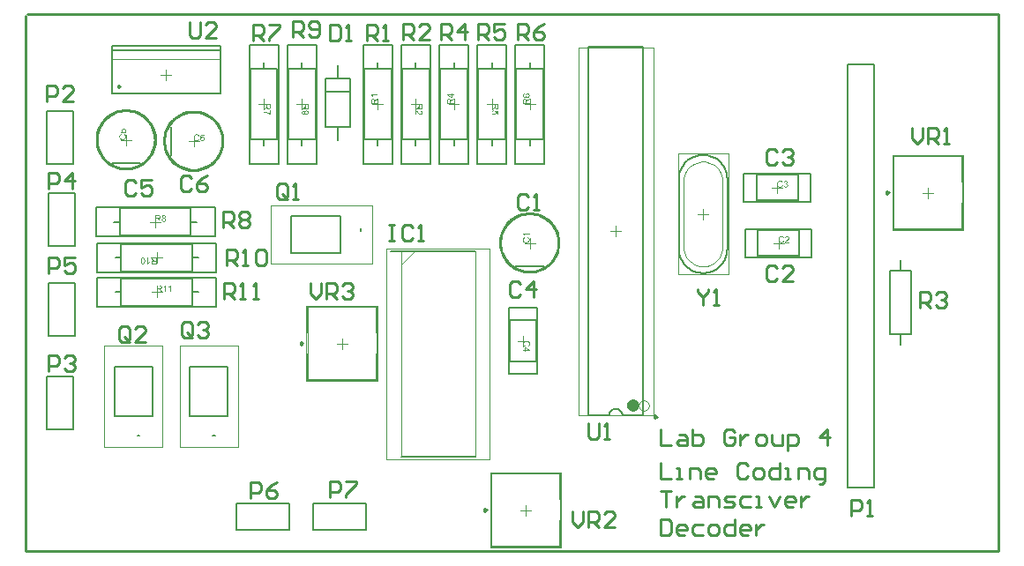
<source format=gto>
G04*
G04 #@! TF.GenerationSoftware,Altium Limited,Altium Designer,21.4.1 (30)*
G04*
G04 Layer_Color=65535*
%FSLAX25Y25*%
%MOIN*%
G70*
G04*
G04 #@! TF.SameCoordinates,7442B5C9-F661-4E5B-B0DF-60D3DF887EF4*
G04*
G04*
G04 #@! TF.FilePolarity,Positive*
G04*
G01*
G75*
%ADD10C,0.00984*%
%ADD11C,0.00591*%
%ADD12C,0.00787*%
%ADD13C,0.02362*%
%ADD14C,0.00394*%
%ADD15C,0.01000*%
%ADD16C,0.00197*%
G36*
X233071Y370765D02*
X231102D01*
X231106Y370761D01*
X231120Y370743D01*
X231142Y370721D01*
X231168Y370685D01*
X231201Y370645D01*
X231237Y370594D01*
X231277Y370536D01*
X231317Y370470D01*
Y370467D01*
X231321Y370463D01*
X231335Y370441D01*
X231353Y370405D01*
X231375Y370361D01*
X231401Y370310D01*
X231426Y370255D01*
X231452Y370201D01*
X231473Y370146D01*
X231175D01*
Y370150D01*
X231168Y370157D01*
X231164Y370172D01*
X231153Y370190D01*
X231142Y370212D01*
X231128Y370237D01*
X231091Y370299D01*
X231051Y370372D01*
X231000Y370445D01*
X230942Y370521D01*
X230880Y370598D01*
X230877Y370601D01*
X230873Y370605D01*
X230862Y370616D01*
X230851Y370630D01*
X230815Y370663D01*
X230771Y370707D01*
X230720Y370750D01*
X230662Y370798D01*
X230604Y370838D01*
X230542Y370874D01*
Y371075D01*
X233071D01*
Y370765D01*
D02*
G37*
G36*
Y369298D02*
X232547Y368967D01*
X232544D01*
X232536Y368960D01*
X232525Y368952D01*
X232511Y368941D01*
X232471Y368916D01*
X232420Y368883D01*
X232365Y368843D01*
X232307Y368803D01*
X232253Y368763D01*
X232202Y368727D01*
X232198Y368723D01*
X232183Y368712D01*
X232161Y368694D01*
X232136Y368668D01*
X232081Y368614D01*
X232056Y368585D01*
X232034Y368556D01*
X232030Y368552D01*
X232027Y368545D01*
X232019Y368530D01*
X232009Y368508D01*
X231998Y368486D01*
X231987Y368461D01*
X231969Y368403D01*
Y368399D01*
X231965Y368392D01*
Y368377D01*
X231961Y368359D01*
X231958Y368334D01*
Y368304D01*
X231954Y368264D01*
Y367835D01*
X233071D01*
Y367500D01*
X230553D01*
Y368668D01*
X230556Y368698D01*
Y368730D01*
X230560Y368807D01*
X230571Y368887D01*
X230582Y368974D01*
X230600Y369054D01*
X230611Y369094D01*
X230622Y369127D01*
Y369131D01*
X230625Y369134D01*
X230636Y369156D01*
X230651Y369189D01*
X230676Y369229D01*
X230709Y369273D01*
X230753Y369320D01*
X230804Y369364D01*
X230862Y369407D01*
X230866D01*
X230869Y369411D01*
X230891Y369426D01*
X230927Y369440D01*
X230975Y369462D01*
X231029Y369480D01*
X231095Y369498D01*
X231164Y369509D01*
X231241Y369513D01*
X231244D01*
X231252D01*
X231266D01*
X231284Y369509D01*
X231310D01*
X231335Y369506D01*
X231397Y369491D01*
X231470Y369469D01*
X231546Y369440D01*
X231623Y369396D01*
X231659Y369367D01*
X231696Y369338D01*
X231699Y369335D01*
X231703Y369331D01*
X231714Y369320D01*
X231725Y369305D01*
X231739Y369287D01*
X231754Y369265D01*
X231772Y369236D01*
X231794Y369207D01*
X231812Y369171D01*
X231830Y369131D01*
X231852Y369087D01*
X231870Y369040D01*
X231885Y368985D01*
X231903Y368931D01*
X231914Y368869D01*
X231925Y368803D01*
X231928Y368810D01*
X231936Y368825D01*
X231950Y368847D01*
X231965Y368876D01*
X232005Y368941D01*
X232030Y368974D01*
X232052Y369003D01*
X232060Y369011D01*
X232078Y369029D01*
X232107Y369058D01*
X232143Y369094D01*
X232194Y369134D01*
X232249Y369182D01*
X232314Y369229D01*
X232387Y369280D01*
X233071Y369713D01*
Y369298D01*
D02*
G37*
G36*
X249947Y366332D02*
X249944Y366302D01*
Y366270D01*
X249940Y366193D01*
X249929Y366113D01*
X249918Y366026D01*
X249900Y365946D01*
X249889Y365906D01*
X249878Y365873D01*
Y365869D01*
X249875Y365866D01*
X249864Y365844D01*
X249849Y365811D01*
X249824Y365771D01*
X249791Y365727D01*
X249747Y365680D01*
X249696Y365636D01*
X249638Y365593D01*
X249634D01*
X249631Y365589D01*
X249609Y365575D01*
X249572Y365560D01*
X249525Y365538D01*
X249471Y365520D01*
X249405Y365502D01*
X249336Y365491D01*
X249259Y365487D01*
X249256D01*
X249249D01*
X249234D01*
X249216Y365491D01*
X249190D01*
X249165Y365494D01*
X249103Y365509D01*
X249030Y365531D01*
X248954Y365560D01*
X248877Y365604D01*
X248841Y365633D01*
X248804Y365662D01*
X248801Y365666D01*
X248797Y365669D01*
X248786Y365680D01*
X248775Y365695D01*
X248761Y365713D01*
X248746Y365735D01*
X248728Y365764D01*
X248706Y365793D01*
X248688Y365829D01*
X248670Y365869D01*
X248648Y365913D01*
X248630Y365960D01*
X248615Y366015D01*
X248597Y366070D01*
X248586Y366131D01*
X248575Y366197D01*
X248571Y366190D01*
X248564Y366175D01*
X248550Y366153D01*
X248535Y366124D01*
X248495Y366059D01*
X248470Y366026D01*
X248448Y365997D01*
X248440Y365989D01*
X248422Y365971D01*
X248393Y365942D01*
X248357Y365906D01*
X248306Y365866D01*
X248251Y365818D01*
X248186Y365771D01*
X248113Y365720D01*
X247428Y365287D01*
Y365702D01*
X247953Y366033D01*
X247956D01*
X247964Y366040D01*
X247974Y366048D01*
X247989Y366059D01*
X248029Y366084D01*
X248080Y366117D01*
X248135Y366157D01*
X248193Y366197D01*
X248248Y366237D01*
X248299Y366273D01*
X248302Y366277D01*
X248317Y366288D01*
X248339Y366306D01*
X248364Y366332D01*
X248419Y366386D01*
X248444Y366415D01*
X248466Y366444D01*
X248470Y366448D01*
X248473Y366455D01*
X248481Y366470D01*
X248491Y366492D01*
X248502Y366514D01*
X248513Y366539D01*
X248531Y366597D01*
Y366601D01*
X248535Y366608D01*
Y366623D01*
X248539Y366641D01*
X248542Y366667D01*
Y366696D01*
X248546Y366736D01*
Y367165D01*
X247428D01*
Y367500D01*
X249947D01*
Y366332D01*
D02*
G37*
G36*
X247498Y365130D02*
X247530Y365127D01*
X247567Y365120D01*
X247603Y365112D01*
X247643Y365098D01*
X247647D01*
X247651Y365094D01*
X247672Y365087D01*
X247705Y365072D01*
X247749Y365050D01*
X247800Y365021D01*
X247858Y364985D01*
X247916Y364945D01*
X247978Y364894D01*
X247982D01*
X247985Y364887D01*
X248007Y364868D01*
X248040Y364836D01*
X248087Y364788D01*
X248142Y364734D01*
X248207Y364665D01*
X248280Y364581D01*
X248357Y364490D01*
X248360Y364486D01*
X248371Y364472D01*
X248390Y364450D01*
X248411Y364424D01*
X248440Y364391D01*
X248473Y364352D01*
X248510Y364311D01*
X248550Y364264D01*
X248637Y364173D01*
X248724Y364082D01*
X248768Y364038D01*
X248812Y363998D01*
X248852Y363962D01*
X248892Y363933D01*
X248895D01*
X248899Y363926D01*
X248910Y363918D01*
X248925Y363911D01*
X248965Y363886D01*
X249012Y363856D01*
X249070Y363831D01*
X249132Y363806D01*
X249201Y363791D01*
X249267Y363784D01*
X249270D01*
X249274D01*
X249296Y363787D01*
X249332Y363791D01*
X249372Y363802D01*
X249423Y363816D01*
X249474Y363842D01*
X249525Y363875D01*
X249576Y363918D01*
X249583Y363926D01*
X249598Y363944D01*
X249616Y363969D01*
X249642Y364009D01*
X249663Y364060D01*
X249685Y364119D01*
X249700Y364188D01*
X249704Y364264D01*
Y364286D01*
X249700Y364300D01*
X249696Y364344D01*
X249685Y364395D01*
X249671Y364450D01*
X249645Y364512D01*
X249612Y364570D01*
X249569Y364625D01*
X249562Y364632D01*
X249543Y364646D01*
X249514Y364668D01*
X249471Y364690D01*
X249420Y364716D01*
X249354Y364737D01*
X249281Y364752D01*
X249198Y364759D01*
X249230Y365076D01*
X249234D01*
X249245Y365072D01*
X249263D01*
X249289Y365069D01*
X249318Y365061D01*
X249350Y365054D01*
X249391Y365043D01*
X249430Y365032D01*
X249518Y365003D01*
X249605Y364959D01*
X249649Y364934D01*
X249693Y364901D01*
X249733Y364868D01*
X249769Y364832D01*
X249773Y364828D01*
X249776Y364821D01*
X249787Y364810D01*
X249798Y364792D01*
X249813Y364770D01*
X249827Y364745D01*
X249846Y364716D01*
X249864Y364679D01*
X249882Y364639D01*
X249900Y364595D01*
X249915Y364548D01*
X249929Y364497D01*
X249940Y364442D01*
X249951Y364384D01*
X249955Y364322D01*
X249958Y364257D01*
Y364220D01*
X249955Y364195D01*
X249951Y364166D01*
X249947Y364129D01*
X249940Y364089D01*
X249933Y364049D01*
X249907Y363955D01*
X249871Y363860D01*
X249849Y363813D01*
X249824Y363765D01*
X249791Y363722D01*
X249755Y363682D01*
X249751Y363678D01*
X249747Y363671D01*
X249733Y363664D01*
X249718Y363649D01*
X249700Y363631D01*
X249674Y363613D01*
X249649Y363594D01*
X249616Y363573D01*
X249547Y363536D01*
X249460Y363500D01*
X249416Y363485D01*
X249365Y363478D01*
X249314Y363471D01*
X249259Y363467D01*
X249252D01*
X249234D01*
X249205Y363471D01*
X249165Y363474D01*
X249121Y363481D01*
X249070Y363496D01*
X249016Y363511D01*
X248961Y363532D01*
X248954Y363536D01*
X248936Y363543D01*
X248906Y363558D01*
X248866Y363580D01*
X248823Y363609D01*
X248768Y363645D01*
X248713Y363689D01*
X248652Y363740D01*
X248644Y363747D01*
X248622Y363765D01*
X248604Y363784D01*
X248586Y363802D01*
X248564Y363824D01*
X248535Y363853D01*
X248506Y363882D01*
X248473Y363918D01*
X248437Y363955D01*
X248397Y363998D01*
X248357Y364046D01*
X248309Y364097D01*
X248262Y364155D01*
X248211Y364213D01*
X248207Y364217D01*
X248200Y364224D01*
X248189Y364239D01*
X248175Y364257D01*
X248153Y364279D01*
X248131Y364304D01*
X248084Y364362D01*
X248029Y364424D01*
X247974Y364482D01*
X247927Y364533D01*
X247909Y364555D01*
X247891Y364574D01*
X247887Y364577D01*
X247876Y364588D01*
X247862Y364603D01*
X247840Y364621D01*
X247814Y364639D01*
X247789Y364661D01*
X247727Y364705D01*
Y363463D01*
X247428D01*
Y365134D01*
X247432D01*
X247447D01*
X247469D01*
X247498Y365130D01*
D02*
G37*
G36*
X261181Y371209D02*
X261786D01*
Y370900D01*
X261181D01*
Y369804D01*
X260898D01*
X259267Y370958D01*
Y371209D01*
X260898D01*
Y371551D01*
X261181D01*
Y371209D01*
D02*
G37*
G36*
X261786Y369298D02*
X261262Y368967D01*
X261258D01*
X261251Y368960D01*
X261240Y368952D01*
X261225Y368941D01*
X261185Y368916D01*
X261134Y368883D01*
X261080Y368843D01*
X261021Y368803D01*
X260967Y368763D01*
X260916Y368727D01*
X260912Y368723D01*
X260898Y368712D01*
X260876Y368694D01*
X260850Y368668D01*
X260796Y368614D01*
X260770Y368585D01*
X260748Y368556D01*
X260745Y368552D01*
X260741Y368545D01*
X260734Y368530D01*
X260723Y368508D01*
X260712Y368486D01*
X260701Y368461D01*
X260683Y368403D01*
Y368399D01*
X260679Y368392D01*
Y368377D01*
X260676Y368359D01*
X260672Y368334D01*
Y368304D01*
X260668Y368264D01*
Y367835D01*
X261786D01*
Y367500D01*
X259267D01*
Y368668D01*
X259271Y368698D01*
Y368730D01*
X259274Y368807D01*
X259285Y368887D01*
X259296Y368974D01*
X259314Y369054D01*
X259325Y369094D01*
X259336Y369127D01*
Y369131D01*
X259340Y369134D01*
X259351Y369156D01*
X259365Y369189D01*
X259391Y369229D01*
X259423Y369273D01*
X259467Y369320D01*
X259518Y369364D01*
X259576Y369407D01*
X259580D01*
X259584Y369411D01*
X259605Y369426D01*
X259642Y369440D01*
X259689Y369462D01*
X259744Y369480D01*
X259809Y369498D01*
X259878Y369509D01*
X259955Y369513D01*
X259959D01*
X259966D01*
X259980D01*
X259998Y369509D01*
X260024D01*
X260050Y369506D01*
X260111Y369491D01*
X260184Y369469D01*
X260261Y369440D01*
X260337Y369396D01*
X260373Y369367D01*
X260410Y369338D01*
X260414Y369335D01*
X260417Y369331D01*
X260428Y369320D01*
X260439Y369305D01*
X260454Y369287D01*
X260468Y369265D01*
X260486Y369236D01*
X260508Y369207D01*
X260526Y369171D01*
X260544Y369131D01*
X260566Y369087D01*
X260585Y369040D01*
X260599Y368985D01*
X260617Y368931D01*
X260628Y368869D01*
X260639Y368803D01*
X260643Y368810D01*
X260650Y368825D01*
X260665Y368847D01*
X260679Y368876D01*
X260719Y368941D01*
X260745Y368974D01*
X260767Y369003D01*
X260774Y369011D01*
X260792Y369029D01*
X260821Y369058D01*
X260858Y369094D01*
X260909Y369134D01*
X260963Y369182D01*
X261029Y369229D01*
X261101Y369280D01*
X261786Y369713D01*
Y369298D01*
D02*
G37*
G36*
X166954Y356070D02*
X166980D01*
X167009Y356066D01*
X167078Y356052D01*
X167155Y356033D01*
X167235Y356004D01*
X167315Y355961D01*
X167355Y355935D01*
X167391Y355906D01*
X167395Y355902D01*
X167398Y355899D01*
X167409Y355888D01*
X167420Y355877D01*
X167438Y355859D01*
X167453Y355837D01*
X167493Y355786D01*
X167533Y355720D01*
X167569Y355640D01*
X167602Y355549D01*
X167624Y355447D01*
X167315Y355422D01*
Y355426D01*
X167311Y355429D01*
X167307Y355451D01*
X167297Y355484D01*
X167282Y355524D01*
X167267Y355568D01*
X167245Y355611D01*
X167220Y355651D01*
X167195Y355684D01*
X167187Y355691D01*
X167173Y355706D01*
X167147Y355728D01*
X167111Y355753D01*
X167063Y355775D01*
X167013Y355797D01*
X166951Y355811D01*
X166885Y355819D01*
X166860D01*
X166831Y355815D01*
X166798Y355808D01*
X166754Y355797D01*
X166710Y355782D01*
X166667Y355764D01*
X166623Y355735D01*
X166616Y355731D01*
X166598Y355717D01*
X166572Y355691D01*
X166539Y355655D01*
X166503Y355611D01*
X166463Y355560D01*
X166427Y355495D01*
X166390Y355422D01*
Y355418D01*
X166386Y355411D01*
X166383Y355400D01*
X166376Y355385D01*
X166372Y355364D01*
X166365Y355338D01*
X166357Y355309D01*
X166350Y355273D01*
X166339Y355233D01*
X166332Y355189D01*
X166325Y355142D01*
X166321Y355091D01*
X166314Y355032D01*
X166310Y354974D01*
X166306Y354909D01*
Y354843D01*
X166310Y354847D01*
X166325Y354869D01*
X166350Y354898D01*
X166383Y354934D01*
X166419Y354978D01*
X166467Y355018D01*
X166517Y355058D01*
X166576Y355094D01*
X166579D01*
X166583Y355098D01*
X166605Y355109D01*
X166638Y355120D01*
X166681Y355138D01*
X166732Y355153D01*
X166790Y355163D01*
X166852Y355174D01*
X166918Y355178D01*
X166947D01*
X166969Y355174D01*
X166998Y355171D01*
X167027Y355167D01*
X167063Y355160D01*
X167100Y355149D01*
X167184Y355123D01*
X167227Y355105D01*
X167271Y355080D01*
X167315Y355054D01*
X167362Y355025D01*
X167406Y354989D01*
X167446Y354949D01*
X167449Y354945D01*
X167457Y354938D01*
X167468Y354927D01*
X167479Y354909D01*
X167497Y354883D01*
X167515Y354858D01*
X167533Y354825D01*
X167555Y354788D01*
X167577Y354749D01*
X167595Y354705D01*
X167613Y354654D01*
X167631Y354603D01*
X167642Y354548D01*
X167653Y354486D01*
X167660Y354425D01*
X167664Y354359D01*
Y354355D01*
Y354348D01*
Y354337D01*
Y354319D01*
X167660Y354297D01*
Y354275D01*
X167649Y354217D01*
X167639Y354148D01*
X167620Y354075D01*
X167595Y353995D01*
X167559Y353919D01*
Y353915D01*
X167555Y353911D01*
X167548Y353900D01*
X167540Y353886D01*
X167518Y353849D01*
X167486Y353802D01*
X167446Y353751D01*
X167398Y353700D01*
X167340Y353649D01*
X167278Y353606D01*
X167275D01*
X167271Y353602D01*
X167260Y353595D01*
X167245Y353591D01*
X167209Y353573D01*
X167162Y353555D01*
X167100Y353533D01*
X167031Y353518D01*
X166954Y353504D01*
X166871Y353500D01*
X166852D01*
X166834Y353504D01*
X166805D01*
X166772Y353507D01*
X166736Y353515D01*
X166692Y353525D01*
X166649Y353536D01*
X166598Y353551D01*
X166547Y353569D01*
X166496Y353591D01*
X166441Y353620D01*
X166390Y353653D01*
X166339Y353689D01*
X166288Y353733D01*
X166241Y353784D01*
X166237Y353787D01*
X166230Y353798D01*
X166219Y353813D01*
X166205Y353838D01*
X166183Y353871D01*
X166164Y353908D01*
X166143Y353955D01*
X166121Y354006D01*
X166095Y354068D01*
X166073Y354137D01*
X166055Y354213D01*
X166037Y354297D01*
X166019Y354392D01*
X166008Y354494D01*
X166001Y354603D01*
X165997Y354719D01*
Y354723D01*
Y354727D01*
Y354738D01*
Y354752D01*
X166001Y354788D01*
Y354839D01*
X166004Y354898D01*
X166012Y354967D01*
X166019Y355043D01*
X166030Y355127D01*
X166044Y355211D01*
X166062Y355302D01*
X166084Y355389D01*
X166110Y355476D01*
X166143Y355560D01*
X166179Y355640D01*
X166219Y355717D01*
X166266Y355782D01*
X166270Y355786D01*
X166277Y355793D01*
X166292Y355808D01*
X166310Y355830D01*
X166332Y355851D01*
X166361Y355873D01*
X166397Y355902D01*
X166434Y355928D01*
X166478Y355953D01*
X166525Y355982D01*
X166579Y356004D01*
X166634Y356030D01*
X166696Y356048D01*
X166761Y356063D01*
X166831Y356070D01*
X166903Y356073D01*
X166932D01*
X166954Y356070D01*
D02*
G37*
G36*
X164749Y356103D02*
X164781Y356099D01*
X164821Y356095D01*
X164861Y356092D01*
X164909Y356081D01*
X165007Y356059D01*
X165116Y356026D01*
X165171Y356004D01*
X165222Y355979D01*
X165273Y355946D01*
X165324Y355913D01*
X165327Y355910D01*
X165334Y355906D01*
X165349Y355895D01*
X165367Y355877D01*
X165385Y355859D01*
X165411Y355833D01*
X165436Y355804D01*
X165466Y355775D01*
X165495Y355738D01*
X165524Y355695D01*
X165557Y355651D01*
X165586Y355604D01*
X165611Y355549D01*
X165640Y355495D01*
X165662Y355436D01*
X165684Y355371D01*
X165356Y355294D01*
Y355298D01*
X165353Y355305D01*
X165345Y355320D01*
X165338Y355338D01*
X165331Y355360D01*
X165320Y355389D01*
X165291Y355447D01*
X165254Y355513D01*
X165211Y355578D01*
X165156Y355640D01*
X165098Y355695D01*
X165091Y355702D01*
X165069Y355717D01*
X165032Y355735D01*
X164985Y355760D01*
X164923Y355782D01*
X164854Y355804D01*
X164770Y355819D01*
X164679Y355822D01*
X164650D01*
X164632Y355819D01*
X164606D01*
X164577Y355815D01*
X164508Y355804D01*
X164432Y355789D01*
X164352Y355764D01*
X164268Y355728D01*
X164192Y355680D01*
X164188D01*
X164184Y355673D01*
X164159Y355655D01*
X164126Y355626D01*
X164086Y355582D01*
X164039Y355527D01*
X163995Y355466D01*
X163955Y355389D01*
X163919Y355305D01*
Y355302D01*
X163915Y355294D01*
X163911Y355284D01*
X163908Y355265D01*
X163900Y355243D01*
X163893Y355218D01*
X163882Y355156D01*
X163868Y355083D01*
X163853Y355003D01*
X163846Y354916D01*
X163842Y354821D01*
Y354818D01*
Y354807D01*
Y354788D01*
Y354767D01*
X163846Y354741D01*
Y354708D01*
X163849Y354672D01*
X163853Y354632D01*
X163864Y354545D01*
X163882Y354450D01*
X163904Y354355D01*
X163933Y354261D01*
Y354257D01*
X163937Y354250D01*
X163944Y354239D01*
X163951Y354221D01*
X163973Y354177D01*
X164006Y354126D01*
X164046Y354068D01*
X164097Y354006D01*
X164155Y353951D01*
X164224Y353900D01*
X164228D01*
X164235Y353897D01*
X164246Y353889D01*
X164261Y353882D01*
X164279Y353875D01*
X164301Y353864D01*
X164352Y353842D01*
X164417Y353820D01*
X164490Y353802D01*
X164570Y353787D01*
X164654Y353784D01*
X164679D01*
X164701Y353787D01*
X164727D01*
X164752Y353791D01*
X164818Y353806D01*
X164894Y353824D01*
X164971Y353853D01*
X165051Y353893D01*
X165091Y353915D01*
X165127Y353944D01*
X165131Y353948D01*
X165134Y353951D01*
X165145Y353962D01*
X165160Y353973D01*
X165174Y353991D01*
X165193Y354013D01*
X165214Y354035D01*
X165233Y354064D01*
X165254Y354097D01*
X165280Y354133D01*
X165302Y354170D01*
X165324Y354213D01*
X165342Y354261D01*
X165360Y354312D01*
X165378Y354366D01*
X165393Y354425D01*
X165728Y354341D01*
Y354337D01*
X165724Y354323D01*
X165717Y354301D01*
X165706Y354272D01*
X165695Y354239D01*
X165680Y354199D01*
X165662Y354155D01*
X165640Y354108D01*
X165589Y354006D01*
X165524Y353904D01*
X165484Y353853D01*
X165444Y353802D01*
X165400Y353758D01*
X165349Y353715D01*
X165345Y353711D01*
X165338Y353704D01*
X165320Y353696D01*
X165302Y353682D01*
X165273Y353664D01*
X165243Y353646D01*
X165203Y353627D01*
X165163Y353609D01*
X165116Y353587D01*
X165065Y353569D01*
X165010Y353551D01*
X164952Y353533D01*
X164890Y353518D01*
X164825Y353511D01*
X164756Y353504D01*
X164683Y353500D01*
X164643D01*
X164614Y353504D01*
X164581D01*
X164541Y353507D01*
X164497Y353515D01*
X164446Y353522D01*
X164341Y353540D01*
X164232Y353569D01*
X164122Y353609D01*
X164071Y353635D01*
X164021Y353664D01*
X164017Y353667D01*
X164009Y353671D01*
X163995Y353682D01*
X163980Y353696D01*
X163959Y353711D01*
X163933Y353733D01*
X163904Y353758D01*
X163875Y353787D01*
X163846Y353820D01*
X163813Y353853D01*
X163748Y353937D01*
X163686Y354035D01*
X163631Y354144D01*
Y354148D01*
X163624Y354159D01*
X163620Y354177D01*
X163609Y354199D01*
X163602Y354228D01*
X163591Y354264D01*
X163576Y354304D01*
X163566Y354348D01*
X163555Y354395D01*
X163540Y354450D01*
X163522Y354563D01*
X163507Y354690D01*
X163500Y354821D01*
Y354825D01*
Y354839D01*
Y354861D01*
X163504Y354887D01*
Y354923D01*
X163507Y354960D01*
X163511Y355007D01*
X163518Y355054D01*
X163536Y355160D01*
X163562Y355276D01*
X163598Y355393D01*
X163649Y355506D01*
X163653Y355509D01*
X163656Y355520D01*
X163664Y355535D01*
X163678Y355553D01*
X163693Y355578D01*
X163711Y355608D01*
X163758Y355673D01*
X163820Y355746D01*
X163893Y355819D01*
X163977Y355891D01*
X164075Y355953D01*
X164079Y355957D01*
X164090Y355961D01*
X164104Y355968D01*
X164122Y355979D01*
X164152Y355990D01*
X164181Y356001D01*
X164217Y356015D01*
X164257Y356030D01*
X164301Y356044D01*
X164348Y356059D01*
X164450Y356081D01*
X164567Y356099D01*
X164687Y356106D01*
X164723D01*
X164749Y356103D01*
D02*
G37*
G36*
X289703Y371559D02*
X289725D01*
X289783Y371548D01*
X289852Y371537D01*
X289925Y371518D01*
X290005Y371493D01*
X290081Y371457D01*
X290085D01*
X290089Y371453D01*
X290100Y371446D01*
X290114Y371439D01*
X290151Y371417D01*
X290198Y371384D01*
X290249Y371344D01*
X290300Y371297D01*
X290351Y371238D01*
X290394Y371176D01*
Y371173D01*
X290398Y371169D01*
X290405Y371158D01*
X290409Y371144D01*
X290427Y371107D01*
X290445Y371060D01*
X290467Y370998D01*
X290482Y370929D01*
X290496Y370852D01*
X290500Y370769D01*
Y370750D01*
X290496Y370732D01*
Y370703D01*
X290493Y370670D01*
X290486Y370634D01*
X290475Y370590D01*
X290464Y370547D01*
X290449Y370496D01*
X290431Y370445D01*
X290409Y370394D01*
X290380Y370339D01*
X290347Y370288D01*
X290311Y370237D01*
X290267Y370186D01*
X290216Y370139D01*
X290212Y370135D01*
X290202Y370128D01*
X290187Y370117D01*
X290161Y370103D01*
X290129Y370081D01*
X290092Y370062D01*
X290045Y370041D01*
X289994Y370019D01*
X289932Y369993D01*
X289863Y369971D01*
X289787Y369953D01*
X289703Y369935D01*
X289608Y369917D01*
X289506Y369906D01*
X289397Y369899D01*
X289281Y369895D01*
X289277D01*
X289273D01*
X289262D01*
X289248D01*
X289212Y369899D01*
X289160D01*
X289102Y369902D01*
X289033Y369910D01*
X288957Y369917D01*
X288873Y369928D01*
X288789Y369942D01*
X288698Y369961D01*
X288611Y369983D01*
X288524Y370008D01*
X288440Y370041D01*
X288360Y370077D01*
X288283Y370117D01*
X288218Y370164D01*
X288214Y370168D01*
X288207Y370175D01*
X288192Y370190D01*
X288170Y370208D01*
X288149Y370230D01*
X288127Y370259D01*
X288098Y370296D01*
X288072Y370332D01*
X288047Y370376D01*
X288018Y370423D01*
X287996Y370478D01*
X287970Y370532D01*
X287952Y370594D01*
X287937Y370659D01*
X287930Y370729D01*
X287927Y370801D01*
Y370831D01*
X287930Y370852D01*
Y370878D01*
X287934Y370907D01*
X287948Y370976D01*
X287967Y371053D01*
X287996Y371133D01*
X288039Y371213D01*
X288065Y371253D01*
X288094Y371289D01*
X288098Y371293D01*
X288101Y371297D01*
X288112Y371307D01*
X288123Y371318D01*
X288141Y371337D01*
X288163Y371351D01*
X288214Y371391D01*
X288280Y371431D01*
X288360Y371468D01*
X288451Y371500D01*
X288553Y371522D01*
X288578Y371213D01*
X288575D01*
X288571Y371209D01*
X288549Y371205D01*
X288516Y371195D01*
X288476Y371180D01*
X288433Y371165D01*
X288389Y371144D01*
X288349Y371118D01*
X288316Y371093D01*
X288309Y371085D01*
X288294Y371071D01*
X288272Y371045D01*
X288247Y371009D01*
X288225Y370962D01*
X288203Y370911D01*
X288189Y370849D01*
X288181Y370783D01*
Y370758D01*
X288185Y370729D01*
X288192Y370696D01*
X288203Y370652D01*
X288218Y370608D01*
X288236Y370565D01*
X288265Y370521D01*
X288269Y370514D01*
X288283Y370496D01*
X288309Y370470D01*
X288345Y370438D01*
X288389Y370401D01*
X288440Y370361D01*
X288505Y370325D01*
X288578Y370288D01*
X288582D01*
X288589Y370285D01*
X288600Y370281D01*
X288615Y370274D01*
X288636Y370270D01*
X288662Y370263D01*
X288691Y370255D01*
X288727Y370248D01*
X288767Y370237D01*
X288811Y370230D01*
X288858Y370223D01*
X288909Y370219D01*
X288968Y370212D01*
X289026Y370208D01*
X289091Y370204D01*
X289157D01*
X289153Y370208D01*
X289131Y370223D01*
X289102Y370248D01*
X289066Y370281D01*
X289022Y370317D01*
X288982Y370365D01*
X288942Y370416D01*
X288906Y370474D01*
Y370478D01*
X288902Y370481D01*
X288891Y370503D01*
X288880Y370536D01*
X288862Y370579D01*
X288847Y370630D01*
X288837Y370689D01*
X288826Y370750D01*
X288822Y370816D01*
Y370845D01*
X288826Y370867D01*
X288829Y370896D01*
X288833Y370925D01*
X288840Y370962D01*
X288851Y370998D01*
X288877Y371082D01*
X288895Y371125D01*
X288920Y371169D01*
X288946Y371213D01*
X288975Y371260D01*
X289011Y371304D01*
X289051Y371344D01*
X289055Y371347D01*
X289062Y371355D01*
X289073Y371366D01*
X289091Y371377D01*
X289117Y371395D01*
X289142Y371413D01*
X289175Y371431D01*
X289212Y371453D01*
X289251Y371475D01*
X289295Y371493D01*
X289346Y371511D01*
X289397Y371530D01*
X289452Y371540D01*
X289514Y371551D01*
X289576Y371559D01*
X289641Y371562D01*
X289645D01*
X289652D01*
X289663D01*
X289681D01*
X289703Y371559D01*
D02*
G37*
G36*
X290456Y369298D02*
X289932Y368967D01*
X289929D01*
X289921Y368960D01*
X289910Y368952D01*
X289896Y368941D01*
X289856Y368916D01*
X289805Y368883D01*
X289750Y368843D01*
X289692Y368803D01*
X289637Y368763D01*
X289586Y368727D01*
X289583Y368723D01*
X289568Y368712D01*
X289546Y368694D01*
X289521Y368668D01*
X289466Y368614D01*
X289441Y368585D01*
X289419Y368556D01*
X289415Y368552D01*
X289412Y368545D01*
X289404Y368530D01*
X289393Y368508D01*
X289383Y368486D01*
X289372Y368461D01*
X289353Y368403D01*
Y368399D01*
X289350Y368392D01*
Y368377D01*
X289346Y368359D01*
X289342Y368334D01*
Y368304D01*
X289339Y368264D01*
Y367835D01*
X290456D01*
Y367500D01*
X287937D01*
Y368668D01*
X287941Y368698D01*
Y368730D01*
X287945Y368807D01*
X287956Y368887D01*
X287967Y368974D01*
X287985Y369054D01*
X287996Y369094D01*
X288007Y369127D01*
Y369131D01*
X288010Y369134D01*
X288021Y369156D01*
X288036Y369189D01*
X288061Y369229D01*
X288094Y369273D01*
X288138Y369320D01*
X288189Y369364D01*
X288247Y369407D01*
X288250D01*
X288254Y369411D01*
X288276Y369426D01*
X288312Y369440D01*
X288360Y369462D01*
X288414Y369480D01*
X288480Y369498D01*
X288549Y369509D01*
X288625Y369513D01*
X288629D01*
X288636D01*
X288651D01*
X288669Y369509D01*
X288695D01*
X288720Y369506D01*
X288782Y369491D01*
X288855Y369469D01*
X288931Y369440D01*
X289008Y369396D01*
X289044Y369367D01*
X289080Y369338D01*
X289084Y369335D01*
X289088Y369331D01*
X289099Y369320D01*
X289110Y369305D01*
X289124Y369287D01*
X289139Y369265D01*
X289157Y369236D01*
X289179Y369207D01*
X289197Y369171D01*
X289215Y369131D01*
X289237Y369087D01*
X289255Y369040D01*
X289270Y368985D01*
X289288Y368931D01*
X289299Y368869D01*
X289310Y368803D01*
X289313Y368810D01*
X289321Y368825D01*
X289335Y368847D01*
X289350Y368876D01*
X289390Y368941D01*
X289415Y368974D01*
X289437Y369003D01*
X289444Y369011D01*
X289463Y369029D01*
X289492Y369058D01*
X289528Y369094D01*
X289579Y369134D01*
X289634Y369182D01*
X289699Y369229D01*
X289772Y369280D01*
X290456Y369713D01*
Y369298D01*
D02*
G37*
G36*
X206920Y366332D02*
X206916Y366302D01*
Y366270D01*
X206912Y366193D01*
X206902Y366113D01*
X206891Y366026D01*
X206872Y365946D01*
X206861Y365906D01*
X206851Y365873D01*
Y365869D01*
X206847Y365866D01*
X206836Y365844D01*
X206821Y365811D01*
X206796Y365771D01*
X206763Y365727D01*
X206719Y365680D01*
X206668Y365636D01*
X206610Y365593D01*
X206607D01*
X206603Y365589D01*
X206581Y365575D01*
X206545Y365560D01*
X206497Y365538D01*
X206443Y365520D01*
X206377Y365502D01*
X206308Y365491D01*
X206232Y365487D01*
X206228D01*
X206221D01*
X206206D01*
X206188Y365491D01*
X206163D01*
X206137Y365494D01*
X206075Y365509D01*
X206002Y365531D01*
X205926Y365560D01*
X205850Y365604D01*
X205813Y365633D01*
X205777Y365662D01*
X205773Y365666D01*
X205769Y365669D01*
X205759Y365680D01*
X205748Y365695D01*
X205733Y365713D01*
X205718Y365735D01*
X205700Y365764D01*
X205678Y365793D01*
X205660Y365829D01*
X205642Y365869D01*
X205620Y365913D01*
X205602Y365960D01*
X205587Y366015D01*
X205569Y366070D01*
X205558Y366131D01*
X205547Y366197D01*
X205544Y366190D01*
X205537Y366175D01*
X205522Y366153D01*
X205507Y366124D01*
X205467Y366059D01*
X205442Y366026D01*
X205420Y365997D01*
X205413Y365989D01*
X205395Y365971D01*
X205365Y365942D01*
X205329Y365906D01*
X205278Y365866D01*
X205223Y365818D01*
X205158Y365771D01*
X205085Y365720D01*
X204401Y365287D01*
Y365702D01*
X204925Y366033D01*
X204929D01*
X204936Y366040D01*
X204947Y366048D01*
X204961Y366059D01*
X205001Y366084D01*
X205052Y366117D01*
X205107Y366157D01*
X205165Y366197D01*
X205220Y366237D01*
X205271Y366273D01*
X205274Y366277D01*
X205289Y366288D01*
X205311Y366306D01*
X205336Y366332D01*
X205391Y366386D01*
X205416Y366415D01*
X205438Y366444D01*
X205442Y366448D01*
X205446Y366455D01*
X205453Y366470D01*
X205464Y366492D01*
X205475Y366514D01*
X205486Y366539D01*
X205504Y366597D01*
Y366601D01*
X205507Y366608D01*
Y366623D01*
X205511Y366641D01*
X205515Y366667D01*
Y366696D01*
X205518Y366736D01*
Y367165D01*
X204401D01*
Y367500D01*
X206920D01*
Y366332D01*
D02*
G37*
G36*
X206141Y365087D02*
X206173Y365083D01*
X206213Y365079D01*
X206254Y365072D01*
X206301Y365061D01*
X206396Y365036D01*
X206447Y365018D01*
X206501Y364996D01*
X206552Y364970D01*
X206599Y364937D01*
X206650Y364905D01*
X206694Y364865D01*
X206698Y364861D01*
X206705Y364854D01*
X206716Y364843D01*
X206730Y364825D01*
X206749Y364803D01*
X206770Y364774D01*
X206789Y364745D01*
X206814Y364708D01*
X206836Y364672D01*
X206854Y364628D01*
X206894Y364530D01*
X206909Y364479D01*
X206920Y364421D01*
X206927Y364362D01*
X206931Y364300D01*
Y364275D01*
X206927Y364257D01*
Y364239D01*
X206923Y364213D01*
X206912Y364151D01*
X206898Y364082D01*
X206872Y364006D01*
X206840Y363929D01*
X206796Y363853D01*
Y363849D01*
X206789Y363845D01*
X206781Y363835D01*
X206770Y363820D01*
X206741Y363784D01*
X206701Y363736D01*
X206647Y363689D01*
X206581Y363634D01*
X206505Y363587D01*
X206417Y363543D01*
X206414D01*
X206406Y363540D01*
X206392Y363532D01*
X206374Y363525D01*
X206348Y363518D01*
X206315Y363507D01*
X206279Y363500D01*
X206239Y363489D01*
X206192Y363478D01*
X206137Y363467D01*
X206079Y363460D01*
X206017Y363452D01*
X205948Y363445D01*
X205875Y363438D01*
X205795Y363434D01*
X205711D01*
X205708D01*
X205689D01*
X205664D01*
X205631D01*
X205591Y363438D01*
X205544D01*
X205489Y363441D01*
X205434Y363449D01*
X205311Y363460D01*
X205180Y363478D01*
X205056Y363503D01*
X204994Y363522D01*
X204940Y363540D01*
X204936D01*
X204929Y363543D01*
X204914Y363551D01*
X204892Y363558D01*
X204870Y363569D01*
X204841Y363583D01*
X204779Y363620D01*
X204710Y363664D01*
X204637Y363715D01*
X204568Y363780D01*
X204506Y363853D01*
Y363856D01*
X204499Y363864D01*
X204492Y363875D01*
X204485Y363889D01*
X204474Y363911D01*
X204459Y363933D01*
X204445Y363962D01*
X204433Y363991D01*
X204404Y364060D01*
X204379Y364144D01*
X204364Y364235D01*
X204357Y364337D01*
Y364366D01*
X204361Y364384D01*
Y364410D01*
X204364Y364439D01*
X204379Y364508D01*
X204397Y364584D01*
X204426Y364665D01*
X204466Y364745D01*
X204492Y364785D01*
X204521Y364821D01*
X204524Y364825D01*
X204528Y364828D01*
X204539Y364839D01*
X204550Y364850D01*
X204568Y364865D01*
X204590Y364883D01*
X204641Y364919D01*
X204707Y364956D01*
X204787Y364992D01*
X204878Y365021D01*
X204983Y365043D01*
X205009Y364745D01*
X205005D01*
X204998Y364741D01*
X204991D01*
X204976Y364737D01*
X204936Y364726D01*
X204892Y364712D01*
X204841Y364694D01*
X204790Y364668D01*
X204743Y364639D01*
X204703Y364603D01*
X204699Y364599D01*
X204688Y364584D01*
X204674Y364559D01*
X204659Y364530D01*
X204641Y364490D01*
X204626Y364442D01*
X204615Y364388D01*
X204612Y364330D01*
Y364304D01*
X204615Y364279D01*
X204619Y364246D01*
X204626Y364206D01*
X204637Y364166D01*
X204652Y364122D01*
X204674Y364082D01*
X204677Y364078D01*
X204685Y364064D01*
X204699Y364042D01*
X204721Y364020D01*
X204747Y363991D01*
X204776Y363962D01*
X204808Y363933D01*
X204849Y363904D01*
X204852Y363900D01*
X204870Y363893D01*
X204896Y363878D01*
X204929Y363864D01*
X204972Y363845D01*
X205023Y363827D01*
X205082Y363809D01*
X205147Y363791D01*
X205151D01*
X205154Y363787D01*
X205165D01*
X205180Y363784D01*
X205216Y363776D01*
X205263Y363765D01*
X205322Y363758D01*
X205384Y363751D01*
X205453Y363747D01*
X205525Y363744D01*
X205529D01*
X205540D01*
X205558D01*
X205587D01*
X205580Y363747D01*
X205562Y363762D01*
X205537Y363784D01*
X205500Y363809D01*
X205464Y363845D01*
X205424Y363889D01*
X205384Y363940D01*
X205347Y363998D01*
X205344Y364006D01*
X205333Y364028D01*
X205318Y364060D01*
X205304Y364100D01*
X205285Y364155D01*
X205271Y364213D01*
X205260Y364279D01*
X205256Y364348D01*
Y364377D01*
X205260Y364399D01*
X205263Y364428D01*
X205267Y364457D01*
X205274Y364493D01*
X205285Y364530D01*
X205311Y364614D01*
X205329Y364657D01*
X205351Y364701D01*
X205376Y364748D01*
X205409Y364792D01*
X205442Y364836D01*
X205482Y364876D01*
X205486Y364879D01*
X205493Y364887D01*
X205504Y364894D01*
X205522Y364908D01*
X205547Y364927D01*
X205573Y364945D01*
X205606Y364963D01*
X205642Y364981D01*
X205682Y365003D01*
X205726Y365021D01*
X205777Y365039D01*
X205828Y365058D01*
X205886Y365072D01*
X205948Y365079D01*
X206010Y365087D01*
X206079Y365090D01*
X206083D01*
X206097D01*
X206115D01*
X206141Y365087D01*
D02*
G37*
G36*
X149500Y306938D02*
X148332D01*
X148302Y306941D01*
X148270D01*
X148193Y306945D01*
X148113Y306956D01*
X148026Y306967D01*
X147946Y306985D01*
X147906Y306996D01*
X147873Y307007D01*
X147869D01*
X147866Y307010D01*
X147844Y307021D01*
X147811Y307036D01*
X147771Y307061D01*
X147727Y307094D01*
X147680Y307138D01*
X147636Y307189D01*
X147593Y307247D01*
Y307250D01*
X147589Y307254D01*
X147574Y307276D01*
X147560Y307312D01*
X147538Y307360D01*
X147520Y307414D01*
X147502Y307480D01*
X147491Y307549D01*
X147487Y307625D01*
Y307629D01*
Y307636D01*
Y307651D01*
X147491Y307669D01*
Y307695D01*
X147494Y307720D01*
X147509Y307782D01*
X147531Y307855D01*
X147560Y307931D01*
X147604Y308008D01*
X147633Y308044D01*
X147662Y308080D01*
X147666Y308084D01*
X147669Y308088D01*
X147680Y308099D01*
X147695Y308109D01*
X147713Y308124D01*
X147735Y308139D01*
X147764Y308157D01*
X147793Y308179D01*
X147829Y308197D01*
X147869Y308215D01*
X147913Y308237D01*
X147960Y308255D01*
X148015Y308270D01*
X148070Y308288D01*
X148131Y308299D01*
X148197Y308310D01*
X148190Y308313D01*
X148175Y308321D01*
X148153Y308335D01*
X148124Y308350D01*
X148059Y308390D01*
X148026Y308415D01*
X147997Y308437D01*
X147989Y308444D01*
X147971Y308463D01*
X147942Y308492D01*
X147906Y308528D01*
X147866Y308579D01*
X147818Y308634D01*
X147771Y308699D01*
X147720Y308772D01*
X147287Y309456D01*
X147702D01*
X148033Y308932D01*
Y308928D01*
X148040Y308921D01*
X148048Y308910D01*
X148059Y308896D01*
X148084Y308856D01*
X148117Y308805D01*
X148157Y308750D01*
X148197Y308692D01*
X148237Y308637D01*
X148273Y308586D01*
X148277Y308583D01*
X148288Y308568D01*
X148306Y308546D01*
X148332Y308521D01*
X148386Y308466D01*
X148415Y308441D01*
X148444Y308419D01*
X148448Y308415D01*
X148455Y308412D01*
X148470Y308404D01*
X148492Y308394D01*
X148514Y308383D01*
X148539Y308372D01*
X148597Y308353D01*
X148601D01*
X148608Y308350D01*
X148623D01*
X148641Y308346D01*
X148667Y308343D01*
X148696D01*
X148736Y308339D01*
X149165D01*
Y309456D01*
X149500D01*
Y306938D01*
D02*
G37*
G36*
X146235Y307487D02*
X146239Y307491D01*
X146257Y307505D01*
X146279Y307527D01*
X146315Y307553D01*
X146355Y307585D01*
X146406Y307622D01*
X146464Y307662D01*
X146530Y307702D01*
X146533D01*
X146537Y307705D01*
X146559Y307720D01*
X146595Y307738D01*
X146639Y307760D01*
X146690Y307786D01*
X146745Y307811D01*
X146799Y307837D01*
X146854Y307858D01*
Y307560D01*
X146850D01*
X146843Y307553D01*
X146828Y307549D01*
X146810Y307538D01*
X146788Y307527D01*
X146763Y307513D01*
X146701Y307476D01*
X146628Y307436D01*
X146555Y307385D01*
X146479Y307327D01*
X146402Y307265D01*
X146399Y307261D01*
X146395Y307258D01*
X146384Y307247D01*
X146370Y307236D01*
X146337Y307200D01*
X146293Y307156D01*
X146249Y307105D01*
X146202Y307047D01*
X146162Y306988D01*
X146126Y306926D01*
X145925D01*
Y309456D01*
X146235D01*
Y307487D01*
D02*
G37*
G36*
X144371Y309496D02*
X144400Y309493D01*
X144437Y309486D01*
X144477Y309478D01*
X144520Y309467D01*
X144564Y309453D01*
X144612Y309438D01*
X144659Y309416D01*
X144706Y309391D01*
X144754Y309362D01*
X144801Y309325D01*
X144844Y309285D01*
X144885Y309242D01*
X144888Y309238D01*
X144895Y309227D01*
X144906Y309209D01*
X144924Y309180D01*
X144943Y309147D01*
X144961Y309103D01*
X144986Y309052D01*
X145008Y308994D01*
X145030Y308928D01*
X145052Y308852D01*
X145074Y308768D01*
X145092Y308674D01*
X145110Y308572D01*
X145121Y308463D01*
X145128Y308343D01*
X145132Y308215D01*
Y308211D01*
Y308197D01*
Y308171D01*
Y308142D01*
X145128Y308102D01*
Y308059D01*
X145125Y308011D01*
X145121Y307957D01*
X145110Y307844D01*
X145092Y307724D01*
X145070Y307604D01*
X145056Y307549D01*
X145041Y307494D01*
Y307491D01*
X145037Y307484D01*
X145030Y307469D01*
X145023Y307451D01*
X145016Y307425D01*
X145001Y307400D01*
X144972Y307338D01*
X144936Y307272D01*
X144888Y307203D01*
X144834Y307134D01*
X144768Y307076D01*
X144764D01*
X144761Y307068D01*
X144750Y307061D01*
X144735Y307054D01*
X144717Y307039D01*
X144695Y307029D01*
X144641Y306999D01*
X144575Y306974D01*
X144499Y306948D01*
X144408Y306934D01*
X144309Y306926D01*
X144277D01*
X144237Y306930D01*
X144189Y306938D01*
X144135Y306948D01*
X144076Y306963D01*
X144015Y306981D01*
X143956Y307010D01*
X143953D01*
X143949Y307014D01*
X143931Y307025D01*
X143902Y307043D01*
X143865Y307068D01*
X143825Y307105D01*
X143782Y307145D01*
X143742Y307192D01*
X143702Y307247D01*
X143698Y307254D01*
X143683Y307272D01*
X143669Y307305D01*
X143643Y307352D01*
X143621Y307407D01*
X143592Y307469D01*
X143567Y307542D01*
X143545Y307622D01*
Y307625D01*
X143541Y307633D01*
X143538Y307644D01*
X143534Y307662D01*
X143530Y307684D01*
X143527Y307709D01*
X143519Y307742D01*
X143516Y307778D01*
X143509Y307818D01*
X143505Y307862D01*
X143501Y307913D01*
X143494Y307964D01*
X143490Y308022D01*
Y308080D01*
X143487Y308146D01*
Y308215D01*
Y308219D01*
Y308233D01*
Y308259D01*
Y308288D01*
X143490Y308328D01*
Y308372D01*
X143494Y308419D01*
X143498Y308470D01*
X143509Y308586D01*
X143527Y308706D01*
X143549Y308823D01*
X143563Y308878D01*
X143581Y308932D01*
Y308936D01*
X143585Y308943D01*
X143592Y308958D01*
X143600Y308976D01*
X143607Y309001D01*
X143621Y309027D01*
X143650Y309089D01*
X143687Y309154D01*
X143734Y309227D01*
X143789Y309293D01*
X143854Y309354D01*
X143858D01*
X143862Y309362D01*
X143873Y309369D01*
X143887Y309376D01*
X143905Y309387D01*
X143924Y309402D01*
X143978Y309427D01*
X144044Y309453D01*
X144120Y309478D01*
X144211Y309493D01*
X144309Y309500D01*
X144346D01*
X144371Y309496D01*
D02*
G37*
G36*
X155033Y296500D02*
X154723D01*
Y298469D01*
X154720Y298465D01*
X154701Y298451D01*
X154680Y298429D01*
X154643Y298404D01*
X154603Y298371D01*
X154552Y298335D01*
X154494Y298294D01*
X154429Y298254D01*
X154425D01*
X154421Y298251D01*
X154399Y298236D01*
X154363Y298218D01*
X154319Y298196D01*
X154268Y298171D01*
X154214Y298145D01*
X154159Y298120D01*
X154104Y298098D01*
Y298396D01*
X154108D01*
X154115Y298404D01*
X154130Y298407D01*
X154148Y298418D01*
X154170Y298429D01*
X154196Y298444D01*
X154257Y298480D01*
X154330Y298520D01*
X154403Y298571D01*
X154480Y298629D01*
X154556Y298691D01*
X154560Y298695D01*
X154563Y298698D01*
X154574Y298709D01*
X154589Y298720D01*
X154621Y298757D01*
X154665Y298800D01*
X154709Y298851D01*
X154756Y298910D01*
X154796Y298968D01*
X154832Y299030D01*
X155033D01*
Y296500D01*
D02*
G37*
G36*
X153074D02*
X152765D01*
Y298469D01*
X152761Y298465D01*
X152743Y298451D01*
X152721Y298429D01*
X152685Y298404D01*
X152645Y298371D01*
X152594Y298335D01*
X152536Y298294D01*
X152470Y298254D01*
X152467D01*
X152463Y298251D01*
X152441Y298236D01*
X152405Y298218D01*
X152361Y298196D01*
X152310Y298171D01*
X152255Y298145D01*
X152201Y298120D01*
X152146Y298098D01*
Y298396D01*
X152150D01*
X152157Y298404D01*
X152172Y298407D01*
X152190Y298418D01*
X152212Y298429D01*
X152237Y298444D01*
X152299Y298480D01*
X152372Y298520D01*
X152445Y298571D01*
X152521Y298629D01*
X152598Y298691D01*
X152601Y298695D01*
X152605Y298698D01*
X152616Y298709D01*
X152630Y298720D01*
X152663Y298757D01*
X152707Y298800D01*
X152751Y298851D01*
X152798Y298910D01*
X152838Y298968D01*
X152874Y299030D01*
X153074D01*
Y296500D01*
D02*
G37*
G36*
X150698Y299015D02*
X150730D01*
X150807Y299011D01*
X150887Y299001D01*
X150974Y298990D01*
X151054Y298972D01*
X151094Y298961D01*
X151127Y298950D01*
X151131D01*
X151134Y298946D01*
X151156Y298935D01*
X151189Y298921D01*
X151229Y298895D01*
X151273Y298862D01*
X151320Y298819D01*
X151364Y298768D01*
X151407Y298709D01*
Y298706D01*
X151411Y298702D01*
X151426Y298680D01*
X151440Y298644D01*
X151462Y298597D01*
X151480Y298542D01*
X151498Y298477D01*
X151509Y298407D01*
X151513Y298331D01*
Y298327D01*
Y298320D01*
Y298305D01*
X151509Y298287D01*
Y298262D01*
X151506Y298236D01*
X151491Y298174D01*
X151469Y298101D01*
X151440Y298025D01*
X151396Y297949D01*
X151367Y297912D01*
X151338Y297876D01*
X151335Y297872D01*
X151331Y297869D01*
X151320Y297858D01*
X151305Y297847D01*
X151287Y297832D01*
X151265Y297818D01*
X151236Y297799D01*
X151207Y297778D01*
X151171Y297759D01*
X151131Y297741D01*
X151087Y297719D01*
X151040Y297701D01*
X150985Y297687D01*
X150931Y297668D01*
X150869Y297657D01*
X150803Y297646D01*
X150810Y297643D01*
X150825Y297636D01*
X150847Y297621D01*
X150876Y297606D01*
X150941Y297567D01*
X150974Y297541D01*
X151003Y297519D01*
X151011Y297512D01*
X151029Y297494D01*
X151058Y297465D01*
X151094Y297428D01*
X151134Y297377D01*
X151182Y297323D01*
X151229Y297257D01*
X151280Y297184D01*
X151713Y296500D01*
X151298D01*
X150967Y297024D01*
Y297028D01*
X150960Y297035D01*
X150952Y297046D01*
X150941Y297060D01*
X150916Y297101D01*
X150883Y297151D01*
X150843Y297206D01*
X150803Y297264D01*
X150763Y297319D01*
X150727Y297370D01*
X150723Y297374D01*
X150712Y297388D01*
X150694Y297410D01*
X150668Y297435D01*
X150614Y297490D01*
X150585Y297516D01*
X150556Y297537D01*
X150552Y297541D01*
X150545Y297545D01*
X150530Y297552D01*
X150508Y297563D01*
X150486Y297574D01*
X150461Y297585D01*
X150403Y297603D01*
X150399D01*
X150392Y297606D01*
X150377D01*
X150359Y297610D01*
X150333Y297614D01*
X150304D01*
X150264Y297617D01*
X149835D01*
Y296500D01*
X149500D01*
Y299019D01*
X150668D01*
X150698Y299015D01*
D02*
G37*
G36*
X289387Y277996D02*
X289423D01*
X289460Y277993D01*
X289507Y277989D01*
X289554Y277982D01*
X289660Y277964D01*
X289776Y277938D01*
X289893Y277902D01*
X290006Y277851D01*
X290009Y277847D01*
X290020Y277843D01*
X290035Y277836D01*
X290053Y277822D01*
X290078Y277807D01*
X290107Y277789D01*
X290173Y277742D01*
X290246Y277680D01*
X290319Y277607D01*
X290391Y277523D01*
X290453Y277425D01*
X290457Y277421D01*
X290461Y277410D01*
X290468Y277396D01*
X290479Y277378D01*
X290490Y277348D01*
X290501Y277319D01*
X290515Y277283D01*
X290530Y277243D01*
X290544Y277199D01*
X290559Y277152D01*
X290581Y277050D01*
X290599Y276934D01*
X290606Y276813D01*
Y276777D01*
X290603Y276751D01*
X290599Y276719D01*
X290595Y276679D01*
X290592Y276639D01*
X290581Y276591D01*
X290559Y276493D01*
X290526Y276384D01*
X290504Y276329D01*
X290479Y276278D01*
X290446Y276227D01*
X290413Y276176D01*
X290410Y276173D01*
X290406Y276166D01*
X290395Y276151D01*
X290377Y276133D01*
X290359Y276115D01*
X290333Y276089D01*
X290304Y276063D01*
X290275Y276034D01*
X290238Y276005D01*
X290195Y275976D01*
X290151Y275943D01*
X290104Y275914D01*
X290049Y275889D01*
X289995Y275860D01*
X289936Y275838D01*
X289871Y275816D01*
X289794Y276144D01*
X289798D01*
X289805Y276147D01*
X289820Y276155D01*
X289838Y276162D01*
X289860Y276169D01*
X289889Y276180D01*
X289947Y276209D01*
X290013Y276246D01*
X290078Y276289D01*
X290140Y276344D01*
X290195Y276402D01*
X290202Y276409D01*
X290217Y276431D01*
X290235Y276468D01*
X290260Y276515D01*
X290282Y276577D01*
X290304Y276646D01*
X290319Y276730D01*
X290322Y276821D01*
Y276850D01*
X290319Y276868D01*
Y276893D01*
X290315Y276923D01*
X290304Y276992D01*
X290289Y277068D01*
X290264Y277148D01*
X290228Y277232D01*
X290180Y277308D01*
Y277312D01*
X290173Y277316D01*
X290155Y277341D01*
X290126Y277374D01*
X290082Y277414D01*
X290027Y277461D01*
X289966Y277505D01*
X289889Y277545D01*
X289805Y277581D01*
X289802D01*
X289794Y277585D01*
X289784Y277589D01*
X289765Y277592D01*
X289743Y277600D01*
X289718Y277607D01*
X289656Y277618D01*
X289583Y277632D01*
X289503Y277647D01*
X289416Y277654D01*
X289321Y277658D01*
X289318D01*
X289307D01*
X289288D01*
X289267D01*
X289241Y277654D01*
X289208D01*
X289172Y277651D01*
X289132Y277647D01*
X289045Y277636D01*
X288950Y277618D01*
X288855Y277596D01*
X288761Y277567D01*
X288757D01*
X288750Y277563D01*
X288739Y277556D01*
X288721Y277549D01*
X288677Y277527D01*
X288626Y277494D01*
X288568Y277454D01*
X288506Y277403D01*
X288451Y277345D01*
X288400Y277276D01*
Y277272D01*
X288397Y277265D01*
X288389Y277254D01*
X288382Y277239D01*
X288375Y277221D01*
X288364Y277199D01*
X288342Y277148D01*
X288320Y277083D01*
X288302Y277010D01*
X288287Y276930D01*
X288284Y276846D01*
Y276821D01*
X288287Y276799D01*
Y276773D01*
X288291Y276748D01*
X288306Y276682D01*
X288324Y276606D01*
X288353Y276530D01*
X288393Y276449D01*
X288415Y276409D01*
X288444Y276373D01*
X288448Y276369D01*
X288451Y276366D01*
X288462Y276355D01*
X288473Y276340D01*
X288491Y276326D01*
X288513Y276307D01*
X288535Y276286D01*
X288564Y276267D01*
X288597Y276246D01*
X288633Y276220D01*
X288670Y276198D01*
X288713Y276176D01*
X288761Y276158D01*
X288812Y276140D01*
X288866Y276122D01*
X288925Y276107D01*
X288841Y275772D01*
X288837D01*
X288823Y275776D01*
X288801Y275783D01*
X288772Y275794D01*
X288739Y275805D01*
X288699Y275820D01*
X288655Y275838D01*
X288608Y275860D01*
X288506Y275911D01*
X288404Y275976D01*
X288353Y276016D01*
X288302Y276056D01*
X288258Y276100D01*
X288215Y276151D01*
X288211Y276155D01*
X288204Y276162D01*
X288196Y276180D01*
X288182Y276198D01*
X288164Y276227D01*
X288146Y276256D01*
X288127Y276296D01*
X288109Y276337D01*
X288087Y276384D01*
X288069Y276435D01*
X288051Y276489D01*
X288033Y276548D01*
X288018Y276609D01*
X288011Y276675D01*
X288004Y276744D01*
X288000Y276817D01*
Y276857D01*
X288004Y276886D01*
Y276919D01*
X288007Y276959D01*
X288015Y277003D01*
X288022Y277054D01*
X288040Y277159D01*
X288069Y277268D01*
X288109Y277378D01*
X288135Y277429D01*
X288164Y277480D01*
X288167Y277483D01*
X288171Y277490D01*
X288182Y277505D01*
X288196Y277519D01*
X288211Y277541D01*
X288233Y277567D01*
X288258Y277596D01*
X288287Y277625D01*
X288320Y277654D01*
X288353Y277687D01*
X288437Y277752D01*
X288535Y277814D01*
X288644Y277869D01*
X288648D01*
X288659Y277876D01*
X288677Y277880D01*
X288699Y277891D01*
X288728Y277898D01*
X288764Y277909D01*
X288804Y277924D01*
X288848Y277935D01*
X288895Y277945D01*
X288950Y277960D01*
X289063Y277978D01*
X289190Y277993D01*
X289321Y278000D01*
X289325D01*
X289339D01*
X289361D01*
X289387Y277996D01*
D02*
G37*
G36*
X290563Y274440D02*
Y274189D01*
X288932D01*
Y273847D01*
X288648D01*
Y274189D01*
X288044D01*
Y274498D01*
X288648D01*
Y275594D01*
X288932D01*
X290563Y274440D01*
D02*
G37*
G36*
X278705Y366332D02*
X278702Y366302D01*
Y366270D01*
X278698Y366193D01*
X278687Y366113D01*
X278676Y366026D01*
X278658Y365946D01*
X278647Y365906D01*
X278636Y365873D01*
Y365869D01*
X278632Y365866D01*
X278622Y365844D01*
X278607Y365811D01*
X278582Y365771D01*
X278549Y365727D01*
X278505Y365680D01*
X278454Y365636D01*
X278396Y365593D01*
X278392D01*
X278389Y365589D01*
X278367Y365575D01*
X278330Y365560D01*
X278283Y365538D01*
X278228Y365520D01*
X278163Y365502D01*
X278094Y365491D01*
X278017Y365487D01*
X278014D01*
X278007D01*
X277992D01*
X277974Y365491D01*
X277948D01*
X277923Y365494D01*
X277861Y365509D01*
X277788Y365531D01*
X277712Y365560D01*
X277635Y365604D01*
X277599Y365633D01*
X277562Y365662D01*
X277559Y365666D01*
X277555Y365669D01*
X277544Y365680D01*
X277533Y365695D01*
X277519Y365713D01*
X277504Y365735D01*
X277486Y365764D01*
X277464Y365793D01*
X277446Y365829D01*
X277428Y365869D01*
X277406Y365913D01*
X277388Y365960D01*
X277373Y366015D01*
X277355Y366070D01*
X277344Y366131D01*
X277333Y366197D01*
X277329Y366190D01*
X277322Y366175D01*
X277308Y366153D01*
X277293Y366124D01*
X277253Y366059D01*
X277227Y366026D01*
X277206Y365997D01*
X277198Y365989D01*
X277180Y365971D01*
X277151Y365942D01*
X277115Y365906D01*
X277064Y365866D01*
X277009Y365818D01*
X276944Y365771D01*
X276871Y365720D01*
X276186Y365287D01*
Y365702D01*
X276711Y366033D01*
X276714D01*
X276722Y366040D01*
X276732Y366048D01*
X276747Y366059D01*
X276787Y366084D01*
X276838Y366117D01*
X276893Y366157D01*
X276951Y366197D01*
X277006Y366237D01*
X277056Y366273D01*
X277060Y366277D01*
X277075Y366288D01*
X277097Y366306D01*
X277122Y366332D01*
X277176Y366386D01*
X277202Y366415D01*
X277224Y366444D01*
X277227Y366448D01*
X277231Y366455D01*
X277238Y366470D01*
X277249Y366492D01*
X277260Y366514D01*
X277271Y366539D01*
X277289Y366597D01*
Y366601D01*
X277293Y366608D01*
Y366623D01*
X277297Y366641D01*
X277300Y366667D01*
Y366696D01*
X277304Y366736D01*
Y367165D01*
X276186D01*
Y367500D01*
X278705D01*
Y366332D01*
D02*
G37*
G36*
X276871Y364766D02*
X276867D01*
X276860D01*
X276849Y364763D01*
X276831Y364759D01*
X276791Y364748D01*
X276736Y364734D01*
X276681Y364712D01*
X276620Y364683D01*
X276565Y364646D01*
X276514Y364603D01*
X276510Y364595D01*
X276496Y364581D01*
X276478Y364552D01*
X276456Y364512D01*
X276434Y364468D01*
X276416Y364413D01*
X276401Y364351D01*
X276398Y364282D01*
Y364260D01*
X276401Y364246D01*
X276405Y364202D01*
X276419Y364151D01*
X276438Y364089D01*
X276467Y364028D01*
X276510Y363962D01*
X276536Y363933D01*
X276565Y363904D01*
X276569Y363900D01*
X276572Y363896D01*
X276583Y363889D01*
X276594Y363878D01*
X276634Y363853D01*
X276685Y363824D01*
X276747Y363798D01*
X276823Y363773D01*
X276915Y363755D01*
X276962Y363747D01*
X277013D01*
X277016D01*
X277024D01*
X277038D01*
X277056Y363751D01*
X277078D01*
X277104Y363755D01*
X277162Y363765D01*
X277231Y363784D01*
X277300Y363809D01*
X277366Y363845D01*
X277428Y363896D01*
X277431D01*
X277435Y363904D01*
X277453Y363922D01*
X277479Y363955D01*
X277508Y363998D01*
X277533Y364057D01*
X277559Y364122D01*
X277577Y364198D01*
X277584Y364242D01*
Y364311D01*
X277581Y364340D01*
X277577Y364377D01*
X277566Y364421D01*
X277555Y364464D01*
X277537Y364512D01*
X277515Y364559D01*
X277511Y364563D01*
X277504Y364577D01*
X277486Y364599D01*
X277468Y364628D01*
X277442Y364657D01*
X277410Y364686D01*
X277377Y364719D01*
X277337Y364744D01*
X277377Y365036D01*
X278673Y364792D01*
Y363540D01*
X278378D01*
Y364548D01*
X277697Y364683D01*
X277701Y364679D01*
X277704Y364672D01*
X277712Y364661D01*
X277723Y364643D01*
X277733Y364621D01*
X277748Y364595D01*
X277777Y364537D01*
X277806Y364464D01*
X277832Y364384D01*
X277850Y364297D01*
X277857Y364253D01*
Y364173D01*
X277854Y364151D01*
X277850Y364122D01*
X277846Y364089D01*
X277839Y364053D01*
X277828Y364013D01*
X277803Y363926D01*
X277784Y363878D01*
X277759Y363831D01*
X277733Y363784D01*
X277704Y363736D01*
X277668Y363693D01*
X277628Y363649D01*
X277624Y363645D01*
X277617Y363638D01*
X277606Y363627D01*
X277588Y363613D01*
X277562Y363594D01*
X277537Y363576D01*
X277504Y363554D01*
X277468Y363532D01*
X277428Y363514D01*
X277384Y363492D01*
X277333Y363474D01*
X277282Y363456D01*
X277227Y363441D01*
X277166Y363431D01*
X277104Y363423D01*
X277038Y363420D01*
X277035D01*
X277024D01*
X277006D01*
X276980Y363423D01*
X276951Y363427D01*
X276918Y363431D01*
X276878Y363438D01*
X276838Y363445D01*
X276743Y363467D01*
X276645Y363503D01*
X276594Y363525D01*
X276547Y363554D01*
X276496Y363583D01*
X276448Y363620D01*
X276445Y363623D01*
X276434Y363631D01*
X276419Y363645D01*
X276401Y363664D01*
X276379Y363689D01*
X276350Y363718D01*
X276325Y363755D01*
X276296Y363794D01*
X276267Y363838D01*
X276241Y363889D01*
X276216Y363944D01*
X276190Y364002D01*
X276172Y364064D01*
X276157Y364133D01*
X276146Y364206D01*
X276143Y364282D01*
Y364315D01*
X276146Y364340D01*
X276150Y364370D01*
X276154Y364402D01*
X276157Y364442D01*
X276168Y364482D01*
X276190Y364574D01*
X276223Y364665D01*
X276245Y364712D01*
X276270Y364759D01*
X276299Y364803D01*
X276332Y364846D01*
X276336Y364850D01*
X276339Y364857D01*
X276354Y364865D01*
X276368Y364879D01*
X276387Y364897D01*
X276409Y364916D01*
X276438Y364937D01*
X276470Y364956D01*
X276503Y364978D01*
X276543Y364999D01*
X276630Y365039D01*
X276732Y365072D01*
X276787Y365083D01*
X276845Y365090D01*
X276871Y364766D01*
D02*
G37*
G36*
X192519Y366332D02*
X192515Y366302D01*
Y366270D01*
X192512Y366193D01*
X192501Y366113D01*
X192490Y366026D01*
X192472Y365946D01*
X192461Y365906D01*
X192450Y365873D01*
Y365869D01*
X192446Y365866D01*
X192435Y365844D01*
X192421Y365811D01*
X192395Y365771D01*
X192362Y365727D01*
X192319Y365680D01*
X192268Y365636D01*
X192209Y365593D01*
X192206D01*
X192202Y365589D01*
X192180Y365575D01*
X192144Y365560D01*
X192097Y365538D01*
X192042Y365520D01*
X191976Y365502D01*
X191907Y365491D01*
X191831Y365487D01*
X191827D01*
X191820D01*
X191805D01*
X191787Y365491D01*
X191762D01*
X191736Y365494D01*
X191674Y365509D01*
X191602Y365531D01*
X191525Y365560D01*
X191449Y365604D01*
X191412Y365633D01*
X191376Y365662D01*
X191372Y365666D01*
X191369Y365669D01*
X191358Y365680D01*
X191347Y365695D01*
X191332Y365713D01*
X191318Y365735D01*
X191299Y365764D01*
X191278Y365793D01*
X191259Y365829D01*
X191241Y365869D01*
X191219Y365913D01*
X191201Y365960D01*
X191187Y366015D01*
X191168Y366070D01*
X191157Y366131D01*
X191147Y366197D01*
X191143Y366190D01*
X191136Y366175D01*
X191121Y366153D01*
X191106Y366124D01*
X191067Y366059D01*
X191041Y366026D01*
X191019Y365997D01*
X191012Y365989D01*
X190994Y365971D01*
X190965Y365942D01*
X190928Y365906D01*
X190877Y365866D01*
X190823Y365818D01*
X190757Y365771D01*
X190684Y365720D01*
X190000Y365287D01*
Y365702D01*
X190524Y366033D01*
X190528D01*
X190535Y366040D01*
X190546Y366048D01*
X190560Y366059D01*
X190601Y366084D01*
X190652Y366117D01*
X190706Y366157D01*
X190764Y366197D01*
X190819Y366237D01*
X190870Y366273D01*
X190874Y366277D01*
X190888Y366288D01*
X190910Y366306D01*
X190935Y366332D01*
X190990Y366386D01*
X191016Y366415D01*
X191037Y366444D01*
X191041Y366448D01*
X191045Y366455D01*
X191052Y366470D01*
X191063Y366492D01*
X191074Y366514D01*
X191085Y366539D01*
X191103Y366597D01*
Y366601D01*
X191106Y366608D01*
Y366623D01*
X191110Y366641D01*
X191114Y366667D01*
Y366696D01*
X191117Y366736D01*
Y367165D01*
X190000D01*
Y367500D01*
X192519D01*
Y366332D01*
D02*
G37*
G36*
X192486Y363438D02*
X192242D01*
X192239Y363441D01*
X192231Y363449D01*
X192217Y363463D01*
X192195Y363478D01*
X192169Y363500D01*
X192140Y363529D01*
X192104Y363558D01*
X192060Y363591D01*
X192016Y363623D01*
X191966Y363664D01*
X191907Y363703D01*
X191849Y363744D01*
X191783Y363787D01*
X191714Y363831D01*
X191638Y363875D01*
X191561Y363918D01*
X191558Y363922D01*
X191543Y363929D01*
X191522Y363940D01*
X191489Y363958D01*
X191449Y363977D01*
X191405Y363998D01*
X191354Y364024D01*
X191296Y364049D01*
X191230Y364078D01*
X191165Y364111D01*
X191092Y364140D01*
X191016Y364169D01*
X190859Y364228D01*
X190692Y364282D01*
X190688D01*
X190677Y364286D01*
X190659Y364290D01*
X190637Y364297D01*
X190608Y364304D01*
X190571Y364311D01*
X190531Y364322D01*
X190488Y364330D01*
X190437Y364340D01*
X190382Y364351D01*
X190266Y364370D01*
X190138Y364388D01*
X190000Y364399D01*
Y364715D01*
X190004D01*
X190015D01*
X190029D01*
X190051Y364712D01*
X190080D01*
X190116Y364708D01*
X190156Y364704D01*
X190200Y364701D01*
X190251Y364694D01*
X190302Y364686D01*
X190364Y364675D01*
X190426Y364665D01*
X190491Y364653D01*
X190564Y364639D01*
X190713Y364603D01*
X190717D01*
X190732Y364599D01*
X190753Y364592D01*
X190786Y364581D01*
X190823Y364570D01*
X190866Y364555D01*
X190917Y364541D01*
X190972Y364519D01*
X191034Y364497D01*
X191096Y364475D01*
X191234Y364421D01*
X191379Y364355D01*
X191525Y364282D01*
X191529Y364279D01*
X191543Y364271D01*
X191561Y364260D01*
X191591Y364246D01*
X191623Y364228D01*
X191663Y364202D01*
X191707Y364177D01*
X191754Y364148D01*
X191860Y364078D01*
X191969Y364006D01*
X192082Y363922D01*
X192188Y363835D01*
Y365069D01*
X192486D01*
Y363438D01*
D02*
G37*
G36*
X150198Y325559D02*
X150230D01*
X150307Y325555D01*
X150387Y325544D01*
X150474Y325533D01*
X150554Y325515D01*
X150594Y325504D01*
X150627Y325493D01*
X150631D01*
X150634Y325490D01*
X150656Y325479D01*
X150689Y325464D01*
X150729Y325439D01*
X150773Y325406D01*
X150820Y325362D01*
X150864Y325311D01*
X150907Y325253D01*
Y325250D01*
X150911Y325246D01*
X150926Y325224D01*
X150940Y325188D01*
X150962Y325140D01*
X150980Y325086D01*
X150998Y325020D01*
X151009Y324951D01*
X151013Y324874D01*
Y324871D01*
Y324864D01*
Y324849D01*
X151009Y324831D01*
Y324805D01*
X151006Y324780D01*
X150991Y324718D01*
X150969Y324645D01*
X150940Y324569D01*
X150896Y324492D01*
X150867Y324456D01*
X150838Y324419D01*
X150835Y324416D01*
X150831Y324412D01*
X150820Y324401D01*
X150805Y324390D01*
X150787Y324376D01*
X150765Y324361D01*
X150736Y324343D01*
X150707Y324321D01*
X150671Y324303D01*
X150631Y324285D01*
X150587Y324263D01*
X150540Y324245D01*
X150485Y324230D01*
X150431Y324212D01*
X150369Y324201D01*
X150303Y324190D01*
X150310Y324187D01*
X150325Y324179D01*
X150347Y324165D01*
X150376Y324150D01*
X150441Y324110D01*
X150474Y324085D01*
X150503Y324063D01*
X150511Y324056D01*
X150529Y324037D01*
X150558Y324008D01*
X150594Y323972D01*
X150634Y323921D01*
X150682Y323866D01*
X150729Y323801D01*
X150780Y323728D01*
X151213Y323044D01*
X150798D01*
X150467Y323568D01*
Y323571D01*
X150460Y323579D01*
X150452Y323590D01*
X150441Y323604D01*
X150416Y323644D01*
X150383Y323695D01*
X150343Y323750D01*
X150303Y323808D01*
X150263Y323863D01*
X150227Y323914D01*
X150223Y323917D01*
X150212Y323932D01*
X150194Y323954D01*
X150168Y323979D01*
X150114Y324034D01*
X150085Y324059D01*
X150056Y324081D01*
X150052Y324085D01*
X150045Y324088D01*
X150030Y324096D01*
X150008Y324107D01*
X149986Y324117D01*
X149961Y324128D01*
X149903Y324147D01*
X149899D01*
X149892Y324150D01*
X149877D01*
X149859Y324154D01*
X149834Y324158D01*
X149804D01*
X149764Y324161D01*
X149335D01*
Y323044D01*
X149000D01*
Y325563D01*
X150168D01*
X150198Y325559D01*
D02*
G37*
G36*
X152283Y325570D02*
X152312Y325566D01*
X152345Y325563D01*
X152382Y325559D01*
X152418Y325548D01*
X152505Y325526D01*
X152593Y325493D01*
X152636Y325471D01*
X152680Y325446D01*
X152720Y325413D01*
X152760Y325380D01*
X152764Y325377D01*
X152767Y325373D01*
X152778Y325362D01*
X152793Y325348D01*
X152807Y325326D01*
X152826Y325304D01*
X152862Y325250D01*
X152898Y325180D01*
X152931Y325100D01*
X152957Y325009D01*
X152960Y324962D01*
X152964Y324911D01*
Y324907D01*
Y324904D01*
Y324882D01*
X152960Y324849D01*
X152953Y324809D01*
X152942Y324758D01*
X152924Y324707D01*
X152902Y324656D01*
X152869Y324605D01*
X152866Y324598D01*
X152851Y324583D01*
X152829Y324562D01*
X152800Y324532D01*
X152760Y324500D01*
X152713Y324467D01*
X152658Y324434D01*
X152593Y324405D01*
X152596D01*
X152603Y324401D01*
X152614Y324398D01*
X152629Y324390D01*
X152673Y324372D01*
X152724Y324347D01*
X152778Y324310D01*
X152837Y324270D01*
X152891Y324219D01*
X152942Y324161D01*
Y324158D01*
X152946Y324154D01*
X152960Y324132D01*
X152982Y324096D01*
X153004Y324048D01*
X153026Y323990D01*
X153048Y323921D01*
X153062Y323844D01*
X153066Y323761D01*
Y323757D01*
Y323746D01*
Y323728D01*
X153062Y323706D01*
X153059Y323681D01*
X153055Y323648D01*
X153048Y323611D01*
X153037Y323571D01*
X153011Y323488D01*
X152993Y323440D01*
X152968Y323397D01*
X152942Y323349D01*
X152913Y323306D01*
X152876Y323262D01*
X152837Y323218D01*
X152833Y323215D01*
X152826Y323207D01*
X152815Y323197D01*
X152796Y323186D01*
X152771Y323167D01*
X152745Y323149D01*
X152713Y323131D01*
X152676Y323109D01*
X152636Y323087D01*
X152589Y323069D01*
X152538Y323051D01*
X152487Y323033D01*
X152429Y323022D01*
X152367Y323011D01*
X152305Y323004D01*
X152236Y323000D01*
X152199D01*
X152174Y323004D01*
X152141Y323007D01*
X152105Y323011D01*
X152065Y323018D01*
X152021Y323029D01*
X151923Y323055D01*
X151872Y323073D01*
X151825Y323091D01*
X151774Y323116D01*
X151723Y323146D01*
X151675Y323178D01*
X151632Y323218D01*
X151628Y323222D01*
X151621Y323229D01*
X151610Y323240D01*
X151595Y323258D01*
X151581Y323280D01*
X151559Y323306D01*
X151541Y323335D01*
X151519Y323371D01*
X151497Y323408D01*
X151479Y323451D01*
X151442Y323542D01*
X151428Y323597D01*
X151417Y323652D01*
X151410Y323710D01*
X151406Y323768D01*
Y323772D01*
Y323779D01*
Y323794D01*
X151410Y323808D01*
Y323830D01*
X151413Y323855D01*
X151421Y323914D01*
X151435Y323979D01*
X151457Y324045D01*
X151490Y324114D01*
X151530Y324179D01*
Y324183D01*
X151537Y324187D01*
X151552Y324205D01*
X151581Y324234D01*
X151621Y324270D01*
X151672Y324307D01*
X151734Y324347D01*
X151803Y324379D01*
X151886Y324405D01*
X151883D01*
X151879Y324409D01*
X151868Y324412D01*
X151854Y324419D01*
X151821Y324434D01*
X151777Y324456D01*
X151730Y324485D01*
X151683Y324521D01*
X151639Y324562D01*
X151599Y324605D01*
X151595Y324612D01*
X151584Y324627D01*
X151570Y324656D01*
X151555Y324693D01*
X151537Y324740D01*
X151523Y324795D01*
X151512Y324856D01*
X151508Y324922D01*
Y324925D01*
Y324933D01*
Y324947D01*
X151512Y324969D01*
X151515Y324991D01*
X151519Y325020D01*
X151533Y325082D01*
X151555Y325155D01*
X151592Y325231D01*
X151613Y325271D01*
X151639Y325311D01*
X151672Y325348D01*
X151705Y325384D01*
X151708Y325388D01*
X151715Y325391D01*
X151726Y325402D01*
X151741Y325413D01*
X151759Y325428D01*
X151785Y325442D01*
X151814Y325461D01*
X151843Y325479D01*
X151879Y325497D01*
X151919Y325515D01*
X151963Y325530D01*
X152010Y325544D01*
X152112Y325566D01*
X152170Y325570D01*
X152229Y325573D01*
X152261D01*
X152283Y325570D01*
D02*
G37*
G36*
X290456Y318367D02*
X288487D01*
X288491Y318363D01*
X288505Y318345D01*
X288527Y318323D01*
X288553Y318287D01*
X288585Y318247D01*
X288622Y318196D01*
X288662Y318138D01*
X288702Y318072D01*
Y318069D01*
X288705Y318065D01*
X288720Y318043D01*
X288738Y318007D01*
X288760Y317963D01*
X288786Y317912D01*
X288811Y317857D01*
X288837Y317803D01*
X288858Y317748D01*
X288560D01*
Y317752D01*
X288553Y317759D01*
X288549Y317774D01*
X288538Y317792D01*
X288527Y317814D01*
X288513Y317839D01*
X288476Y317901D01*
X288436Y317974D01*
X288385Y318047D01*
X288327Y318123D01*
X288265Y318199D01*
X288261Y318203D01*
X288258Y318207D01*
X288247Y318218D01*
X288236Y318232D01*
X288199Y318265D01*
X288156Y318309D01*
X288105Y318352D01*
X288047Y318400D01*
X287988Y318440D01*
X287927Y318476D01*
Y318676D01*
X290456D01*
Y318367D01*
D02*
G37*
G36*
X289677Y317224D02*
X289699Y317217D01*
X289728Y317206D01*
X289761Y317195D01*
X289801Y317180D01*
X289845Y317162D01*
X289892Y317140D01*
X289994Y317089D01*
X290096Y317024D01*
X290147Y316984D01*
X290198Y316944D01*
X290242Y316900D01*
X290285Y316849D01*
X290289Y316845D01*
X290296Y316838D01*
X290303Y316820D01*
X290318Y316802D01*
X290336Y316773D01*
X290354Y316743D01*
X290373Y316704D01*
X290391Y316663D01*
X290413Y316616D01*
X290431Y316565D01*
X290449Y316511D01*
X290467Y316452D01*
X290482Y316390D01*
X290489Y316325D01*
X290496Y316256D01*
X290500Y316183D01*
Y316143D01*
X290496Y316114D01*
Y316081D01*
X290493Y316041D01*
X290486Y315997D01*
X290478Y315946D01*
X290460Y315841D01*
X290431Y315732D01*
X290391Y315622D01*
X290365Y315571D01*
X290336Y315521D01*
X290333Y315517D01*
X290329Y315510D01*
X290318Y315495D01*
X290303Y315480D01*
X290289Y315459D01*
X290267Y315433D01*
X290242Y315404D01*
X290212Y315375D01*
X290180Y315346D01*
X290147Y315313D01*
X290063Y315248D01*
X289965Y315186D01*
X289856Y315131D01*
X289852D01*
X289841Y315124D01*
X289823Y315120D01*
X289801Y315109D01*
X289772Y315102D01*
X289736Y315091D01*
X289696Y315076D01*
X289652Y315066D01*
X289605Y315055D01*
X289550Y315040D01*
X289437Y315022D01*
X289310Y315007D01*
X289179Y315000D01*
X289175D01*
X289160D01*
X289139D01*
X289113Y315004D01*
X289077D01*
X289040Y315007D01*
X288993Y315011D01*
X288946Y315018D01*
X288840Y315036D01*
X288724Y315062D01*
X288607Y315098D01*
X288494Y315149D01*
X288491Y315153D01*
X288480Y315157D01*
X288465Y315164D01*
X288447Y315178D01*
X288422Y315193D01*
X288392Y315211D01*
X288327Y315258D01*
X288254Y315320D01*
X288181Y315393D01*
X288109Y315477D01*
X288047Y315575D01*
X288043Y315579D01*
X288039Y315590D01*
X288032Y315604D01*
X288021Y315622D01*
X288010Y315651D01*
X287999Y315681D01*
X287985Y315717D01*
X287970Y315757D01*
X287956Y315801D01*
X287941Y315848D01*
X287919Y315950D01*
X287901Y316067D01*
X287894Y316187D01*
Y316223D01*
X287897Y316248D01*
X287901Y316281D01*
X287905Y316321D01*
X287908Y316361D01*
X287919Y316409D01*
X287941Y316507D01*
X287974Y316616D01*
X287996Y316671D01*
X288021Y316722D01*
X288054Y316773D01*
X288087Y316824D01*
X288090Y316827D01*
X288094Y316834D01*
X288105Y316849D01*
X288123Y316867D01*
X288141Y316885D01*
X288167Y316911D01*
X288196Y316936D01*
X288225Y316966D01*
X288261Y316995D01*
X288305Y317024D01*
X288349Y317057D01*
X288396Y317086D01*
X288451Y317111D01*
X288505Y317140D01*
X288563Y317162D01*
X288629Y317184D01*
X288705Y316856D01*
X288702D01*
X288695Y316853D01*
X288680Y316845D01*
X288662Y316838D01*
X288640Y316831D01*
X288611Y316820D01*
X288553Y316791D01*
X288487Y316754D01*
X288422Y316711D01*
X288360Y316656D01*
X288305Y316598D01*
X288298Y316591D01*
X288283Y316569D01*
X288265Y316532D01*
X288240Y316485D01*
X288218Y316423D01*
X288196Y316354D01*
X288181Y316270D01*
X288178Y316179D01*
Y316150D01*
X288181Y316132D01*
Y316107D01*
X288185Y316077D01*
X288196Y316008D01*
X288211Y315932D01*
X288236Y315852D01*
X288272Y315768D01*
X288320Y315692D01*
Y315688D01*
X288327Y315684D01*
X288345Y315659D01*
X288374Y315626D01*
X288418Y315586D01*
X288473Y315539D01*
X288534Y315495D01*
X288611Y315455D01*
X288695Y315419D01*
X288698D01*
X288705Y315415D01*
X288716Y315411D01*
X288735Y315408D01*
X288756Y315400D01*
X288782Y315393D01*
X288844Y315382D01*
X288917Y315368D01*
X288997Y315353D01*
X289084Y315346D01*
X289179Y315342D01*
X289182D01*
X289193D01*
X289212D01*
X289233D01*
X289259Y315346D01*
X289292D01*
X289328Y315349D01*
X289368Y315353D01*
X289455Y315364D01*
X289550Y315382D01*
X289645Y315404D01*
X289739Y315433D01*
X289743D01*
X289750Y315437D01*
X289761Y315444D01*
X289779Y315451D01*
X289823Y315473D01*
X289874Y315506D01*
X289932Y315546D01*
X289994Y315597D01*
X290049Y315655D01*
X290100Y315724D01*
Y315728D01*
X290103Y315735D01*
X290111Y315746D01*
X290118Y315761D01*
X290125Y315779D01*
X290136Y315801D01*
X290158Y315852D01*
X290180Y315917D01*
X290198Y315990D01*
X290212Y316070D01*
X290216Y316154D01*
Y316179D01*
X290212Y316201D01*
Y316227D01*
X290209Y316252D01*
X290194Y316318D01*
X290176Y316394D01*
X290147Y316471D01*
X290107Y316551D01*
X290085Y316591D01*
X290056Y316627D01*
X290052Y316631D01*
X290049Y316634D01*
X290038Y316645D01*
X290027Y316660D01*
X290009Y316674D01*
X289987Y316692D01*
X289965Y316714D01*
X289936Y316733D01*
X289903Y316754D01*
X289867Y316780D01*
X289830Y316802D01*
X289787Y316824D01*
X289739Y316842D01*
X289688Y316860D01*
X289634Y316878D01*
X289576Y316893D01*
X289659Y317228D01*
X289663D01*
X289677Y317224D01*
D02*
G37*
G36*
X137163Y358179D02*
X137192Y358175D01*
X137225Y358171D01*
X137265Y358164D01*
X137305Y358157D01*
X137399Y358135D01*
X137498Y358099D01*
X137549Y358077D01*
X137596Y358048D01*
X137647Y358018D01*
X137694Y357982D01*
X137698Y357979D01*
X137709Y357971D01*
X137723Y357957D01*
X137742Y357938D01*
X137763Y357913D01*
X137793Y357884D01*
X137818Y357847D01*
X137847Y357807D01*
X137876Y357764D01*
X137902Y357713D01*
X137927Y357658D01*
X137953Y357600D01*
X137971Y357538D01*
X137986Y357469D01*
X137996Y357396D01*
X138000Y357320D01*
Y357287D01*
X137996Y357261D01*
X137993Y357232D01*
X137989Y357200D01*
X137986Y357159D01*
X137975Y357119D01*
X137953Y357028D01*
X137920Y356937D01*
X137898Y356890D01*
X137873Y356843D01*
X137844Y356799D01*
X137811Y356755D01*
X137807Y356752D01*
X137803Y356745D01*
X137789Y356737D01*
X137774Y356723D01*
X137756Y356704D01*
X137734Y356686D01*
X137705Y356664D01*
X137672Y356646D01*
X137640Y356624D01*
X137600Y356603D01*
X137512Y356562D01*
X137410Y356530D01*
X137356Y356519D01*
X137297Y356511D01*
X137272Y356836D01*
X137276D01*
X137283D01*
X137294Y356839D01*
X137312Y356843D01*
X137352Y356854D01*
X137407Y356868D01*
X137461Y356890D01*
X137523Y356919D01*
X137578Y356956D01*
X137629Y356999D01*
X137632Y357007D01*
X137647Y357021D01*
X137665Y357050D01*
X137687Y357090D01*
X137709Y357134D01*
X137727Y357189D01*
X137742Y357250D01*
X137745Y357320D01*
Y357342D01*
X137742Y357356D01*
X137738Y357400D01*
X137723Y357451D01*
X137705Y357513D01*
X137676Y357574D01*
X137632Y357640D01*
X137607Y357669D01*
X137578Y357698D01*
X137574Y357702D01*
X137571Y357705D01*
X137560Y357713D01*
X137549Y357724D01*
X137509Y357749D01*
X137458Y357778D01*
X137396Y357804D01*
X137319Y357829D01*
X137228Y357847D01*
X137181Y357855D01*
X137130D01*
X137126D01*
X137119D01*
X137105D01*
X137086Y357851D01*
X137065D01*
X137039Y357847D01*
X136981Y357837D01*
X136912Y357818D01*
X136843Y357793D01*
X136777Y357756D01*
X136715Y357705D01*
X136712D01*
X136708Y357698D01*
X136690Y357680D01*
X136664Y357647D01*
X136635Y357604D01*
X136609Y357545D01*
X136584Y357480D01*
X136566Y357403D01*
X136559Y357360D01*
Y357291D01*
X136562Y357261D01*
X136566Y357225D01*
X136577Y357181D01*
X136588Y357138D01*
X136606Y357090D01*
X136628Y357043D01*
X136631Y357039D01*
X136639Y357025D01*
X136657Y357003D01*
X136675Y356974D01*
X136700Y356945D01*
X136733Y356916D01*
X136766Y356883D01*
X136806Y356857D01*
X136766Y356566D01*
X135470Y356810D01*
Y358062D01*
X135765D01*
Y357054D01*
X136446Y356919D01*
X136442Y356923D01*
X136439Y356930D01*
X136431Y356941D01*
X136420Y356959D01*
X136409Y356981D01*
X136395Y357007D01*
X136366Y357065D01*
X136337Y357138D01*
X136311Y357218D01*
X136293Y357305D01*
X136286Y357349D01*
Y357429D01*
X136289Y357451D01*
X136293Y357480D01*
X136296Y357513D01*
X136304Y357549D01*
X136315Y357589D01*
X136340Y357676D01*
X136358Y357724D01*
X136384Y357771D01*
X136409Y357818D01*
X136439Y357866D01*
X136475Y357909D01*
X136515Y357953D01*
X136519Y357957D01*
X136526Y357964D01*
X136537Y357975D01*
X136555Y357989D01*
X136580Y358008D01*
X136606Y358026D01*
X136639Y358048D01*
X136675Y358069D01*
X136715Y358088D01*
X136759Y358109D01*
X136810Y358128D01*
X136861Y358146D01*
X136915Y358160D01*
X136977Y358171D01*
X137039Y358179D01*
X137105Y358182D01*
X137108D01*
X137119D01*
X137137D01*
X137163Y358179D01*
D02*
G37*
G36*
X137177Y356224D02*
X137199Y356217D01*
X137228Y356206D01*
X137261Y356195D01*
X137301Y356180D01*
X137345Y356162D01*
X137392Y356140D01*
X137494Y356089D01*
X137596Y356024D01*
X137647Y355984D01*
X137698Y355944D01*
X137742Y355900D01*
X137785Y355849D01*
X137789Y355845D01*
X137796Y355838D01*
X137803Y355820D01*
X137818Y355802D01*
X137836Y355773D01*
X137854Y355744D01*
X137873Y355703D01*
X137891Y355663D01*
X137913Y355616D01*
X137931Y355565D01*
X137949Y355511D01*
X137967Y355452D01*
X137982Y355390D01*
X137989Y355325D01*
X137996Y355256D01*
X138000Y355183D01*
Y355143D01*
X137996Y355114D01*
Y355081D01*
X137993Y355041D01*
X137986Y354997D01*
X137978Y354946D01*
X137960Y354841D01*
X137931Y354732D01*
X137891Y354622D01*
X137865Y354571D01*
X137836Y354521D01*
X137833Y354517D01*
X137829Y354509D01*
X137818Y354495D01*
X137803Y354480D01*
X137789Y354459D01*
X137767Y354433D01*
X137742Y354404D01*
X137713Y354375D01*
X137680Y354346D01*
X137647Y354313D01*
X137563Y354247D01*
X137465Y354186D01*
X137356Y354131D01*
X137352D01*
X137341Y354124D01*
X137323Y354120D01*
X137301Y354109D01*
X137272Y354102D01*
X137236Y354091D01*
X137196Y354076D01*
X137152Y354065D01*
X137105Y354055D01*
X137050Y354040D01*
X136937Y354022D01*
X136810Y354007D01*
X136679Y354000D01*
X136675D01*
X136661D01*
X136639D01*
X136613Y354004D01*
X136577D01*
X136540Y354007D01*
X136493Y354011D01*
X136446Y354018D01*
X136340Y354036D01*
X136224Y354062D01*
X136107Y354098D01*
X135994Y354149D01*
X135991Y354153D01*
X135980Y354156D01*
X135965Y354164D01*
X135947Y354178D01*
X135922Y354193D01*
X135892Y354211D01*
X135827Y354258D01*
X135754Y354320D01*
X135681Y354393D01*
X135608Y354477D01*
X135547Y354575D01*
X135543Y354579D01*
X135539Y354590D01*
X135532Y354604D01*
X135521Y354622D01*
X135510Y354651D01*
X135499Y354681D01*
X135485Y354717D01*
X135470Y354757D01*
X135456Y354801D01*
X135441Y354848D01*
X135419Y354950D01*
X135401Y355066D01*
X135394Y355187D01*
Y355223D01*
X135397Y355248D01*
X135401Y355281D01*
X135405Y355321D01*
X135408Y355361D01*
X135419Y355409D01*
X135441Y355507D01*
X135474Y355616D01*
X135496Y355671D01*
X135521Y355722D01*
X135554Y355773D01*
X135587Y355824D01*
X135590Y355827D01*
X135594Y355835D01*
X135605Y355849D01*
X135623Y355867D01*
X135641Y355886D01*
X135667Y355911D01*
X135696Y355936D01*
X135725Y355965D01*
X135761Y355995D01*
X135805Y356024D01*
X135849Y356057D01*
X135896Y356086D01*
X135951Y356111D01*
X136005Y356140D01*
X136064Y356162D01*
X136129Y356184D01*
X136205Y355856D01*
X136202D01*
X136195Y355853D01*
X136180Y355845D01*
X136162Y355838D01*
X136140Y355831D01*
X136111Y355820D01*
X136053Y355791D01*
X135987Y355754D01*
X135922Y355711D01*
X135860Y355656D01*
X135805Y355598D01*
X135798Y355591D01*
X135783Y355569D01*
X135765Y355532D01*
X135740Y355485D01*
X135718Y355423D01*
X135696Y355354D01*
X135681Y355270D01*
X135678Y355179D01*
Y355150D01*
X135681Y355132D01*
Y355106D01*
X135685Y355077D01*
X135696Y355008D01*
X135711Y354932D01*
X135736Y354852D01*
X135772Y354768D01*
X135820Y354692D01*
Y354688D01*
X135827Y354684D01*
X135845Y354659D01*
X135874Y354626D01*
X135918Y354586D01*
X135973Y354539D01*
X136034Y354495D01*
X136111Y354455D01*
X136195Y354419D01*
X136198D01*
X136205Y354415D01*
X136216Y354411D01*
X136235Y354408D01*
X136257Y354400D01*
X136282Y354393D01*
X136344Y354382D01*
X136417Y354368D01*
X136497Y354353D01*
X136584Y354346D01*
X136679Y354342D01*
X136682D01*
X136693D01*
X136712D01*
X136733D01*
X136759Y354346D01*
X136792D01*
X136828Y354349D01*
X136868Y354353D01*
X136955Y354364D01*
X137050Y354382D01*
X137145Y354404D01*
X137239Y354433D01*
X137243D01*
X137250Y354437D01*
X137261Y354444D01*
X137279Y354451D01*
X137323Y354473D01*
X137374Y354506D01*
X137432Y354546D01*
X137494Y354597D01*
X137549Y354655D01*
X137600Y354724D01*
Y354728D01*
X137603Y354735D01*
X137610Y354746D01*
X137618Y354761D01*
X137625Y354779D01*
X137636Y354801D01*
X137658Y354852D01*
X137680Y354917D01*
X137698Y354990D01*
X137713Y355070D01*
X137716Y355154D01*
Y355179D01*
X137713Y355201D01*
Y355227D01*
X137709Y355252D01*
X137694Y355318D01*
X137676Y355394D01*
X137647Y355470D01*
X137607Y355551D01*
X137585Y355591D01*
X137556Y355627D01*
X137552Y355631D01*
X137549Y355634D01*
X137538Y355645D01*
X137527Y355660D01*
X137509Y355674D01*
X137487Y355693D01*
X137465Y355714D01*
X137436Y355733D01*
X137403Y355754D01*
X137367Y355780D01*
X137330Y355802D01*
X137287Y355824D01*
X137239Y355842D01*
X137188Y355860D01*
X137134Y355878D01*
X137075Y355893D01*
X137159Y356228D01*
X137163D01*
X137177Y356224D01*
D02*
G37*
G36*
X385248Y338603D02*
X385281Y338599D01*
X385321Y338595D01*
X385361Y338592D01*
X385409Y338581D01*
X385507Y338559D01*
X385616Y338526D01*
X385671Y338504D01*
X385722Y338479D01*
X385773Y338446D01*
X385824Y338413D01*
X385827Y338410D01*
X385835Y338406D01*
X385849Y338395D01*
X385867Y338377D01*
X385886Y338359D01*
X385911Y338333D01*
X385936Y338304D01*
X385965Y338275D01*
X385995Y338239D01*
X386024Y338195D01*
X386057Y338151D01*
X386086Y338104D01*
X386111Y338049D01*
X386140Y337995D01*
X386162Y337936D01*
X386184Y337871D01*
X385856Y337794D01*
Y337798D01*
X385853Y337805D01*
X385845Y337820D01*
X385838Y337838D01*
X385831Y337860D01*
X385820Y337889D01*
X385791Y337947D01*
X385754Y338013D01*
X385711Y338078D01*
X385656Y338140D01*
X385598Y338195D01*
X385591Y338202D01*
X385569Y338217D01*
X385532Y338235D01*
X385485Y338260D01*
X385423Y338282D01*
X385354Y338304D01*
X385270Y338319D01*
X385179Y338322D01*
X385150D01*
X385132Y338319D01*
X385106D01*
X385077Y338315D01*
X385008Y338304D01*
X384932Y338289D01*
X384852Y338264D01*
X384768Y338228D01*
X384692Y338180D01*
X384688D01*
X384684Y338173D01*
X384659Y338155D01*
X384626Y338126D01*
X384586Y338082D01*
X384539Y338027D01*
X384495Y337965D01*
X384455Y337889D01*
X384419Y337805D01*
Y337802D01*
X384415Y337794D01*
X384411Y337784D01*
X384408Y337765D01*
X384400Y337743D01*
X384393Y337718D01*
X384382Y337656D01*
X384368Y337583D01*
X384353Y337503D01*
X384346Y337416D01*
X384342Y337321D01*
Y337318D01*
Y337307D01*
Y337288D01*
Y337267D01*
X384346Y337241D01*
Y337208D01*
X384349Y337172D01*
X384353Y337132D01*
X384364Y337045D01*
X384382Y336950D01*
X384404Y336855D01*
X384433Y336761D01*
Y336757D01*
X384437Y336750D01*
X384444Y336739D01*
X384451Y336721D01*
X384473Y336677D01*
X384506Y336626D01*
X384546Y336568D01*
X384597Y336506D01*
X384655Y336451D01*
X384724Y336400D01*
X384728D01*
X384735Y336397D01*
X384746Y336389D01*
X384761Y336382D01*
X384779Y336375D01*
X384801Y336364D01*
X384852Y336342D01*
X384917Y336320D01*
X384990Y336302D01*
X385070Y336287D01*
X385154Y336284D01*
X385179D01*
X385201Y336287D01*
X385227D01*
X385252Y336291D01*
X385318Y336306D01*
X385394Y336324D01*
X385471Y336353D01*
X385551Y336393D01*
X385591Y336415D01*
X385627Y336444D01*
X385631Y336448D01*
X385634Y336451D01*
X385645Y336462D01*
X385660Y336473D01*
X385674Y336491D01*
X385693Y336513D01*
X385714Y336535D01*
X385733Y336564D01*
X385754Y336597D01*
X385780Y336633D01*
X385802Y336670D01*
X385824Y336713D01*
X385842Y336761D01*
X385860Y336812D01*
X385878Y336866D01*
X385893Y336925D01*
X386228Y336841D01*
Y336837D01*
X386224Y336823D01*
X386217Y336801D01*
X386206Y336772D01*
X386195Y336739D01*
X386180Y336699D01*
X386162Y336655D01*
X386140Y336608D01*
X386089Y336506D01*
X386024Y336404D01*
X385984Y336353D01*
X385944Y336302D01*
X385900Y336258D01*
X385849Y336215D01*
X385845Y336211D01*
X385838Y336204D01*
X385820Y336196D01*
X385802Y336182D01*
X385773Y336164D01*
X385743Y336146D01*
X385703Y336127D01*
X385663Y336109D01*
X385616Y336087D01*
X385565Y336069D01*
X385511Y336051D01*
X385452Y336033D01*
X385390Y336018D01*
X385325Y336011D01*
X385256Y336004D01*
X385183Y336000D01*
X385143D01*
X385114Y336004D01*
X385081D01*
X385041Y336007D01*
X384997Y336015D01*
X384946Y336022D01*
X384841Y336040D01*
X384732Y336069D01*
X384622Y336109D01*
X384571Y336135D01*
X384521Y336164D01*
X384517Y336167D01*
X384509Y336171D01*
X384495Y336182D01*
X384480Y336196D01*
X384459Y336211D01*
X384433Y336233D01*
X384404Y336258D01*
X384375Y336287D01*
X384346Y336320D01*
X384313Y336353D01*
X384247Y336437D01*
X384186Y336535D01*
X384131Y336644D01*
Y336648D01*
X384124Y336659D01*
X384120Y336677D01*
X384109Y336699D01*
X384102Y336728D01*
X384091Y336764D01*
X384076Y336804D01*
X384066Y336848D01*
X384055Y336895D01*
X384040Y336950D01*
X384022Y337063D01*
X384007Y337190D01*
X384000Y337321D01*
Y337325D01*
Y337339D01*
Y337361D01*
X384004Y337387D01*
Y337423D01*
X384007Y337460D01*
X384011Y337507D01*
X384018Y337554D01*
X384036Y337660D01*
X384062Y337776D01*
X384098Y337893D01*
X384149Y338006D01*
X384153Y338009D01*
X384156Y338020D01*
X384164Y338035D01*
X384178Y338053D01*
X384193Y338078D01*
X384211Y338107D01*
X384258Y338173D01*
X384320Y338246D01*
X384393Y338319D01*
X384477Y338391D01*
X384575Y338453D01*
X384579Y338457D01*
X384590Y338461D01*
X384604Y338468D01*
X384622Y338479D01*
X384651Y338490D01*
X384681Y338501D01*
X384717Y338515D01*
X384757Y338530D01*
X384801Y338544D01*
X384848Y338559D01*
X384950Y338581D01*
X385067Y338599D01*
X385187Y338606D01*
X385223D01*
X385248Y338603D01*
D02*
G37*
G36*
X387378Y338570D02*
X387425Y338562D01*
X387483Y338552D01*
X387549Y338533D01*
X387614Y338511D01*
X387680Y338482D01*
X387684D01*
X387687Y338479D01*
X387709Y338468D01*
X387742Y338446D01*
X387778Y338421D01*
X387822Y338384D01*
X387866Y338344D01*
X387909Y338297D01*
X387946Y338242D01*
X387949Y338235D01*
X387960Y338217D01*
X387975Y338184D01*
X387993Y338144D01*
X388011Y338097D01*
X388026Y338042D01*
X388037Y337980D01*
X388040Y337918D01*
Y337911D01*
Y337889D01*
X388037Y337860D01*
X388029Y337820D01*
X388018Y337773D01*
X388000Y337722D01*
X387979Y337671D01*
X387949Y337620D01*
X387946Y337613D01*
X387935Y337598D01*
X387913Y337572D01*
X387884Y337543D01*
X387847Y337511D01*
X387804Y337474D01*
X387753Y337441D01*
X387691Y337409D01*
X387695D01*
X387702Y337405D01*
X387713Y337401D01*
X387727Y337398D01*
X387767Y337383D01*
X387818Y337361D01*
X387877Y337332D01*
X387935Y337296D01*
X387989Y337248D01*
X388040Y337194D01*
X388044Y337187D01*
X388059Y337165D01*
X388080Y337128D01*
X388102Y337081D01*
X388124Y337023D01*
X388146Y336954D01*
X388160Y336874D01*
X388164Y336786D01*
Y336783D01*
Y336772D01*
Y336753D01*
X388160Y336732D01*
X388157Y336702D01*
X388149Y336670D01*
X388142Y336633D01*
X388135Y336593D01*
X388106Y336506D01*
X388084Y336459D01*
X388062Y336415D01*
X388033Y336368D01*
X388000Y336320D01*
X387964Y336273D01*
X387920Y336229D01*
X387917Y336226D01*
X387909Y336218D01*
X387895Y336207D01*
X387877Y336193D01*
X387855Y336175D01*
X387826Y336157D01*
X387793Y336135D01*
X387753Y336116D01*
X387713Y336095D01*
X387665Y336073D01*
X387618Y336055D01*
X387563Y336036D01*
X387505Y336022D01*
X387443Y336011D01*
X387382Y336004D01*
X387312Y336000D01*
X387280D01*
X387258Y336004D01*
X387229Y336007D01*
X387196Y336011D01*
X387159Y336018D01*
X387119Y336025D01*
X387032Y336047D01*
X386941Y336084D01*
X386894Y336105D01*
X386850Y336131D01*
X386806Y336164D01*
X386763Y336196D01*
X386759Y336200D01*
X386752Y336207D01*
X386741Y336218D01*
X386730Y336233D01*
X386712Y336251D01*
X386694Y336277D01*
X386672Y336302D01*
X386650Y336335D01*
X386628Y336371D01*
X386606Y336408D01*
X386566Y336495D01*
X386533Y336597D01*
X386523Y336651D01*
X386515Y336710D01*
X386825Y336750D01*
Y336746D01*
X386828Y336739D01*
X386832Y336724D01*
X386836Y336706D01*
X386839Y336684D01*
X386846Y336659D01*
X386865Y336604D01*
X386890Y336539D01*
X386923Y336477D01*
X386959Y336419D01*
X387003Y336368D01*
X387010Y336364D01*
X387025Y336349D01*
X387054Y336331D01*
X387090Y336313D01*
X387134Y336291D01*
X387189Y336273D01*
X387250Y336258D01*
X387316Y336255D01*
X387338D01*
X387352Y336258D01*
X387392Y336262D01*
X387443Y336273D01*
X387502Y336291D01*
X387563Y336317D01*
X387625Y336353D01*
X387684Y336404D01*
X387691Y336411D01*
X387709Y336433D01*
X387731Y336466D01*
X387760Y336509D01*
X387789Y336564D01*
X387811Y336626D01*
X387829Y336699D01*
X387837Y336779D01*
Y336783D01*
Y336790D01*
Y336801D01*
X387833Y336815D01*
X387829Y336855D01*
X387818Y336903D01*
X387804Y336961D01*
X387778Y337019D01*
X387742Y337077D01*
X387695Y337132D01*
X387687Y337139D01*
X387669Y337154D01*
X387640Y337176D01*
X387600Y337201D01*
X387549Y337227D01*
X387487Y337248D01*
X387418Y337263D01*
X387341Y337270D01*
X387309D01*
X387283Y337267D01*
X387250Y337263D01*
X387214Y337256D01*
X387170Y337248D01*
X387123Y337238D01*
X387159Y337511D01*
X387178D01*
X387192Y337507D01*
X387240D01*
X387280Y337514D01*
X387327Y337522D01*
X387382Y337532D01*
X387443Y337551D01*
X387502Y337576D01*
X387563Y337609D01*
X387567D01*
X387571Y337613D01*
X387589Y337627D01*
X387614Y337652D01*
X387644Y337685D01*
X387673Y337733D01*
X387698Y337787D01*
X387716Y337849D01*
X387724Y337885D01*
Y337926D01*
Y337929D01*
Y337933D01*
Y337955D01*
X387716Y337984D01*
X387709Y338024D01*
X387695Y338068D01*
X387676Y338115D01*
X387647Y338162D01*
X387607Y338206D01*
X387603Y338209D01*
X387585Y338224D01*
X387560Y338242D01*
X387527Y338264D01*
X387483Y338282D01*
X387433Y338300D01*
X387374Y338315D01*
X387309Y338319D01*
X387280D01*
X387247Y338311D01*
X387203Y338304D01*
X387156Y338289D01*
X387108Y338271D01*
X387057Y338242D01*
X387010Y338206D01*
X387007Y338202D01*
X386992Y338184D01*
X386970Y338158D01*
X386945Y338122D01*
X386919Y338075D01*
X386894Y338017D01*
X386872Y337947D01*
X386857Y337867D01*
X386548Y337922D01*
Y337926D01*
X386552Y337936D01*
X386555Y337951D01*
X386559Y337973D01*
X386566Y337998D01*
X386577Y338027D01*
X386599Y338097D01*
X386635Y338177D01*
X386679Y338257D01*
X386734Y338333D01*
X386803Y338402D01*
X386806Y338406D01*
X386814Y338410D01*
X386825Y338417D01*
X386839Y338428D01*
X386857Y338442D01*
X386883Y338457D01*
X386908Y338472D01*
X386941Y338490D01*
X387014Y338519D01*
X387098Y338548D01*
X387196Y338566D01*
X387247Y338573D01*
X387338D01*
X387378Y338570D01*
D02*
G37*
G36*
X385749Y317603D02*
X385781Y317599D01*
X385821Y317595D01*
X385861Y317592D01*
X385909Y317581D01*
X386007Y317559D01*
X386116Y317526D01*
X386171Y317504D01*
X386222Y317479D01*
X386273Y317446D01*
X386324Y317413D01*
X386327Y317410D01*
X386334Y317406D01*
X386349Y317395D01*
X386367Y317377D01*
X386385Y317359D01*
X386411Y317333D01*
X386436Y317304D01*
X386466Y317275D01*
X386495Y317238D01*
X386524Y317195D01*
X386557Y317151D01*
X386586Y317104D01*
X386611Y317049D01*
X386640Y316995D01*
X386662Y316936D01*
X386684Y316871D01*
X386356Y316794D01*
Y316798D01*
X386353Y316805D01*
X386345Y316820D01*
X386338Y316838D01*
X386331Y316860D01*
X386320Y316889D01*
X386291Y316947D01*
X386254Y317013D01*
X386211Y317078D01*
X386156Y317140D01*
X386098Y317195D01*
X386091Y317202D01*
X386069Y317217D01*
X386032Y317235D01*
X385985Y317260D01*
X385923Y317282D01*
X385854Y317304D01*
X385770Y317319D01*
X385679Y317322D01*
X385650D01*
X385632Y317319D01*
X385607D01*
X385577Y317315D01*
X385508Y317304D01*
X385432Y317289D01*
X385352Y317264D01*
X385268Y317228D01*
X385192Y317180D01*
X385188D01*
X385184Y317173D01*
X385159Y317155D01*
X385126Y317126D01*
X385086Y317082D01*
X385039Y317027D01*
X384995Y316966D01*
X384955Y316889D01*
X384919Y316805D01*
Y316802D01*
X384915Y316794D01*
X384911Y316784D01*
X384908Y316765D01*
X384900Y316743D01*
X384893Y316718D01*
X384882Y316656D01*
X384868Y316583D01*
X384853Y316503D01*
X384846Y316416D01*
X384842Y316321D01*
Y316318D01*
Y316307D01*
Y316288D01*
Y316267D01*
X384846Y316241D01*
Y316208D01*
X384849Y316172D01*
X384853Y316132D01*
X384864Y316045D01*
X384882Y315950D01*
X384904Y315855D01*
X384933Y315761D01*
Y315757D01*
X384937Y315750D01*
X384944Y315739D01*
X384951Y315721D01*
X384973Y315677D01*
X385006Y315626D01*
X385046Y315568D01*
X385097Y315506D01*
X385155Y315451D01*
X385224Y315400D01*
X385228D01*
X385235Y315397D01*
X385246Y315389D01*
X385261Y315382D01*
X385279Y315375D01*
X385301Y315364D01*
X385352Y315342D01*
X385417Y315320D01*
X385490Y315302D01*
X385570Y315287D01*
X385654Y315284D01*
X385679D01*
X385701Y315287D01*
X385727D01*
X385752Y315291D01*
X385818Y315306D01*
X385894Y315324D01*
X385970Y315353D01*
X386051Y315393D01*
X386091Y315415D01*
X386127Y315444D01*
X386131Y315448D01*
X386134Y315451D01*
X386145Y315462D01*
X386160Y315473D01*
X386174Y315491D01*
X386192Y315513D01*
X386214Y315535D01*
X386233Y315564D01*
X386254Y315597D01*
X386280Y315633D01*
X386302Y315670D01*
X386324Y315713D01*
X386342Y315761D01*
X386360Y315812D01*
X386378Y315866D01*
X386393Y315925D01*
X386728Y315841D01*
Y315837D01*
X386724Y315823D01*
X386717Y315801D01*
X386706Y315772D01*
X386695Y315739D01*
X386680Y315699D01*
X386662Y315655D01*
X386640Y315608D01*
X386589Y315506D01*
X386524Y315404D01*
X386484Y315353D01*
X386444Y315302D01*
X386400Y315258D01*
X386349Y315215D01*
X386345Y315211D01*
X386338Y315204D01*
X386320Y315196D01*
X386302Y315182D01*
X386273Y315164D01*
X386244Y315146D01*
X386204Y315127D01*
X386163Y315109D01*
X386116Y315087D01*
X386065Y315069D01*
X386011Y315051D01*
X385952Y315033D01*
X385890Y315018D01*
X385825Y315011D01*
X385756Y315004D01*
X385683Y315000D01*
X385643D01*
X385614Y315004D01*
X385581D01*
X385541Y315007D01*
X385497Y315015D01*
X385446Y315022D01*
X385341Y315040D01*
X385232Y315069D01*
X385122Y315109D01*
X385071Y315135D01*
X385020Y315164D01*
X385017Y315167D01*
X385010Y315171D01*
X384995Y315182D01*
X384980Y315196D01*
X384959Y315211D01*
X384933Y315233D01*
X384904Y315258D01*
X384875Y315287D01*
X384846Y315320D01*
X384813Y315353D01*
X384748Y315437D01*
X384686Y315535D01*
X384631Y315644D01*
Y315648D01*
X384624Y315659D01*
X384620Y315677D01*
X384609Y315699D01*
X384602Y315728D01*
X384591Y315764D01*
X384576Y315804D01*
X384565Y315848D01*
X384555Y315895D01*
X384540Y315950D01*
X384522Y316063D01*
X384507Y316190D01*
X384500Y316321D01*
Y316325D01*
Y316339D01*
Y316361D01*
X384504Y316387D01*
Y316423D01*
X384507Y316460D01*
X384511Y316507D01*
X384518Y316554D01*
X384536Y316660D01*
X384562Y316776D01*
X384598Y316893D01*
X384649Y317006D01*
X384653Y317009D01*
X384657Y317020D01*
X384664Y317035D01*
X384678Y317053D01*
X384693Y317078D01*
X384711Y317108D01*
X384758Y317173D01*
X384820Y317246D01*
X384893Y317319D01*
X384977Y317391D01*
X385075Y317453D01*
X385079Y317457D01*
X385090Y317461D01*
X385104Y317468D01*
X385122Y317479D01*
X385152Y317490D01*
X385181Y317501D01*
X385217Y317515D01*
X385257Y317530D01*
X385301Y317544D01*
X385348Y317559D01*
X385450Y317581D01*
X385566Y317599D01*
X385687Y317606D01*
X385723D01*
X385749Y317603D01*
D02*
G37*
G36*
X387907Y317570D02*
X387936Y317566D01*
X387972Y317563D01*
X388013Y317555D01*
X388053Y317548D01*
X388147Y317523D01*
X388242Y317486D01*
X388289Y317464D01*
X388336Y317439D01*
X388380Y317406D01*
X388420Y317370D01*
X388424Y317366D01*
X388431Y317362D01*
X388438Y317348D01*
X388453Y317333D01*
X388471Y317315D01*
X388489Y317289D01*
X388508Y317264D01*
X388529Y317231D01*
X388566Y317162D01*
X388602Y317075D01*
X388617Y317031D01*
X388624Y316980D01*
X388631Y316929D01*
X388635Y316875D01*
Y316867D01*
Y316849D01*
X388631Y316820D01*
X388628Y316780D01*
X388620Y316736D01*
X388606Y316685D01*
X388591Y316631D01*
X388569Y316576D01*
X388566Y316569D01*
X388559Y316551D01*
X388544Y316522D01*
X388522Y316481D01*
X388493Y316438D01*
X388457Y316383D01*
X388413Y316329D01*
X388362Y316267D01*
X388355Y316259D01*
X388336Y316238D01*
X388318Y316219D01*
X388300Y316201D01*
X388278Y316179D01*
X388249Y316150D01*
X388220Y316121D01*
X388184Y316088D01*
X388147Y316052D01*
X388104Y316012D01*
X388056Y315972D01*
X388005Y315925D01*
X387947Y315877D01*
X387889Y315826D01*
X387885Y315823D01*
X387878Y315815D01*
X387863Y315804D01*
X387845Y315790D01*
X387823Y315768D01*
X387798Y315746D01*
X387740Y315699D01*
X387678Y315644D01*
X387619Y315590D01*
X387568Y315542D01*
X387547Y315524D01*
X387528Y315506D01*
X387525Y315502D01*
X387514Y315491D01*
X387499Y315477D01*
X387481Y315455D01*
X387463Y315429D01*
X387441Y315404D01*
X387397Y315342D01*
X388639D01*
Y315044D01*
X386968D01*
Y315047D01*
Y315062D01*
Y315084D01*
X386971Y315113D01*
X386975Y315146D01*
X386982Y315182D01*
X386990Y315218D01*
X387004Y315258D01*
Y315262D01*
X387008Y315266D01*
X387015Y315287D01*
X387030Y315320D01*
X387052Y315364D01*
X387081Y315415D01*
X387117Y315473D01*
X387157Y315531D01*
X387208Y315593D01*
Y315597D01*
X387215Y315601D01*
X387234Y315622D01*
X387266Y315655D01*
X387314Y315703D01*
X387368Y315757D01*
X387437Y315823D01*
X387521Y315895D01*
X387612Y315972D01*
X387616Y315975D01*
X387630Y315986D01*
X387652Y316005D01*
X387678Y316026D01*
X387710Y316055D01*
X387751Y316088D01*
X387790Y316125D01*
X387838Y316165D01*
X387929Y316252D01*
X388020Y316339D01*
X388064Y316383D01*
X388104Y316427D01*
X388140Y316467D01*
X388169Y316507D01*
Y316511D01*
X388176Y316514D01*
X388184Y316525D01*
X388191Y316540D01*
X388216Y316580D01*
X388246Y316627D01*
X388271Y316685D01*
X388297Y316747D01*
X388311Y316816D01*
X388318Y316882D01*
Y316885D01*
Y316889D01*
X388315Y316911D01*
X388311Y316947D01*
X388300Y316987D01*
X388286Y317038D01*
X388260Y317089D01*
X388227Y317140D01*
X388184Y317191D01*
X388176Y317198D01*
X388158Y317213D01*
X388133Y317231D01*
X388093Y317257D01*
X388042Y317279D01*
X387983Y317300D01*
X387914Y317315D01*
X387838Y317319D01*
X387816D01*
X387801Y317315D01*
X387758Y317311D01*
X387707Y317300D01*
X387652Y317286D01*
X387590Y317260D01*
X387532Y317228D01*
X387477Y317184D01*
X387470Y317177D01*
X387456Y317159D01*
X387434Y317129D01*
X387412Y317086D01*
X387386Y317035D01*
X387365Y316969D01*
X387350Y316896D01*
X387343Y316813D01*
X387026Y316845D01*
Y316849D01*
X387030Y316860D01*
Y316878D01*
X387033Y316904D01*
X387041Y316933D01*
X387048Y316966D01*
X387059Y317006D01*
X387070Y317046D01*
X387099Y317133D01*
X387143Y317220D01*
X387168Y317264D01*
X387201Y317308D01*
X387234Y317348D01*
X387270Y317384D01*
X387274Y317388D01*
X387281Y317391D01*
X387292Y317402D01*
X387310Y317413D01*
X387332Y317428D01*
X387357Y317442D01*
X387386Y317461D01*
X387423Y317479D01*
X387463Y317497D01*
X387507Y317515D01*
X387554Y317530D01*
X387605Y317544D01*
X387660Y317555D01*
X387718Y317566D01*
X387780Y317570D01*
X387845Y317573D01*
X387881D01*
X387907Y317570D01*
D02*
G37*
%LPC*%
G36*
X231244Y369171D02*
X231241D01*
X231237D01*
X231215Y369167D01*
X231182Y369163D01*
X231139Y369156D01*
X231095Y369138D01*
X231044Y369116D01*
X230997Y369083D01*
X230949Y369040D01*
X230946Y369032D01*
X230931Y369014D01*
X230913Y368985D01*
X230891Y368938D01*
X230869Y368883D01*
X230851Y368810D01*
X230837Y368727D01*
X230833Y368628D01*
Y367835D01*
X231666D01*
Y368585D01*
X231663Y368628D01*
X231659Y368679D01*
X231656Y368738D01*
X231648Y368796D01*
X231637Y368854D01*
X231623Y368905D01*
X231619Y368912D01*
X231612Y368927D01*
X231601Y368949D01*
X231586Y368978D01*
X231564Y369011D01*
X231539Y369043D01*
X231506Y369076D01*
X231470Y369102D01*
X231466Y369105D01*
X231452Y369112D01*
X231430Y369123D01*
X231401Y369138D01*
X231368Y369149D01*
X231332Y369160D01*
X231288Y369167D01*
X231244Y369171D01*
D02*
G37*
G36*
X249667Y367165D02*
X248834D01*
Y366415D01*
X248837Y366372D01*
X248841Y366321D01*
X248845Y366263D01*
X248852Y366204D01*
X248863Y366146D01*
X248877Y366095D01*
X248881Y366088D01*
X248888Y366073D01*
X248899Y366051D01*
X248914Y366022D01*
X248936Y365989D01*
X248961Y365957D01*
X248994Y365924D01*
X249030Y365898D01*
X249034Y365895D01*
X249048Y365888D01*
X249070Y365877D01*
X249099Y365862D01*
X249132Y365851D01*
X249168Y365840D01*
X249212Y365833D01*
X249256Y365829D01*
X249259D01*
X249263D01*
X249285Y365833D01*
X249318Y365837D01*
X249361Y365844D01*
X249405Y365862D01*
X249456Y365884D01*
X249503Y365917D01*
X249551Y365960D01*
X249554Y365968D01*
X249569Y365986D01*
X249587Y366015D01*
X249609Y366062D01*
X249631Y366117D01*
X249649Y366190D01*
X249663Y366273D01*
X249667Y366372D01*
Y367165D01*
D02*
G37*
G36*
X260898Y370900D02*
X259769D01*
X260898Y370106D01*
Y370900D01*
D02*
G37*
G36*
X259959Y369171D02*
X259955D01*
X259951D01*
X259929Y369167D01*
X259897Y369163D01*
X259853Y369156D01*
X259809Y369138D01*
X259758Y369116D01*
X259711Y369083D01*
X259664Y369040D01*
X259660Y369032D01*
X259645Y369014D01*
X259627Y368985D01*
X259605Y368938D01*
X259584Y368883D01*
X259565Y368810D01*
X259551Y368727D01*
X259547Y368628D01*
Y367835D01*
X260381D01*
Y368585D01*
X260377Y368628D01*
X260373Y368679D01*
X260370Y368738D01*
X260363Y368796D01*
X260352Y368854D01*
X260337Y368905D01*
X260333Y368912D01*
X260326Y368927D01*
X260315Y368949D01*
X260301Y368978D01*
X260279Y369011D01*
X260253Y369043D01*
X260221Y369076D01*
X260184Y369102D01*
X260180Y369105D01*
X260166Y369112D01*
X260144Y369123D01*
X260115Y369138D01*
X260082Y369149D01*
X260046Y369160D01*
X260002Y369167D01*
X259959Y369171D01*
D02*
G37*
G36*
X166856Y354905D02*
X166834D01*
X166820Y354901D01*
X166783Y354898D01*
X166732Y354887D01*
X166678Y354869D01*
X166616Y354839D01*
X166558Y354803D01*
X166499Y354752D01*
X166492Y354745D01*
X166478Y354727D01*
X166452Y354694D01*
X166427Y354646D01*
X166401Y354592D01*
X166376Y354523D01*
X166361Y354446D01*
X166354Y354359D01*
Y354352D01*
Y354333D01*
X166357Y354301D01*
X166361Y354261D01*
X166368Y354213D01*
X166383Y354162D01*
X166397Y354108D01*
X166419Y354053D01*
X166423Y354046D01*
X166434Y354028D01*
X166448Y354002D01*
X166470Y353970D01*
X166496Y353937D01*
X166528Y353897D01*
X166565Y353864D01*
X166609Y353831D01*
X166616Y353828D01*
X166630Y353820D01*
X166656Y353806D01*
X166689Y353795D01*
X166725Y353780D01*
X166769Y353766D01*
X166816Y353758D01*
X166867Y353755D01*
X166885D01*
X166900Y353758D01*
X166936Y353762D01*
X166983Y353773D01*
X167034Y353795D01*
X167093Y353820D01*
X167151Y353860D01*
X167180Y353882D01*
X167206Y353911D01*
Y353915D01*
X167213Y353919D01*
X167227Y353940D01*
X167249Y353977D01*
X167278Y354024D01*
X167304Y354086D01*
X167326Y354159D01*
X167340Y354242D01*
X167347Y354341D01*
Y354344D01*
Y354352D01*
Y354366D01*
X167344Y354384D01*
Y354406D01*
X167340Y354432D01*
X167329Y354490D01*
X167315Y354556D01*
X167289Y354625D01*
X167253Y354690D01*
X167206Y354752D01*
X167198Y354759D01*
X167180Y354778D01*
X167151Y354799D01*
X167111Y354829D01*
X167060Y354858D01*
X167002Y354879D01*
X166932Y354898D01*
X166856Y354905D01*
D02*
G37*
G36*
X289659Y371246D02*
X289656D01*
X289648D01*
X289634D01*
X289616Y371242D01*
X289594D01*
X289568Y371238D01*
X289510Y371227D01*
X289444Y371213D01*
X289375Y371187D01*
X289310Y371151D01*
X289248Y371104D01*
X289241Y371096D01*
X289222Y371078D01*
X289201Y371049D01*
X289171Y371009D01*
X289142Y370958D01*
X289121Y370900D01*
X289102Y370831D01*
X289095Y370754D01*
Y370732D01*
X289099Y370718D01*
X289102Y370681D01*
X289113Y370630D01*
X289131Y370576D01*
X289160Y370514D01*
X289197Y370456D01*
X289248Y370397D01*
X289255Y370390D01*
X289273Y370376D01*
X289306Y370350D01*
X289353Y370325D01*
X289408Y370299D01*
X289477Y370274D01*
X289554Y370259D01*
X289641Y370252D01*
X289648D01*
X289667D01*
X289699Y370255D01*
X289739Y370259D01*
X289787Y370266D01*
X289838Y370281D01*
X289892Y370296D01*
X289947Y370317D01*
X289954Y370321D01*
X289972Y370332D01*
X289998Y370346D01*
X290031Y370368D01*
X290063Y370394D01*
X290103Y370427D01*
X290136Y370463D01*
X290169Y370507D01*
X290172Y370514D01*
X290180Y370529D01*
X290194Y370554D01*
X290205Y370587D01*
X290220Y370623D01*
X290234Y370667D01*
X290242Y370714D01*
X290245Y370765D01*
Y370783D01*
X290242Y370798D01*
X290238Y370834D01*
X290227Y370882D01*
X290205Y370933D01*
X290180Y370991D01*
X290140Y371049D01*
X290118Y371078D01*
X290089Y371104D01*
X290085D01*
X290081Y371111D01*
X290060Y371125D01*
X290023Y371147D01*
X289976Y371176D01*
X289914Y371202D01*
X289841Y371224D01*
X289757Y371238D01*
X289659Y371246D01*
D02*
G37*
G36*
X288629Y369171D02*
X288625D01*
X288622D01*
X288600Y369167D01*
X288567Y369163D01*
X288524Y369156D01*
X288480Y369138D01*
X288429Y369116D01*
X288382Y369083D01*
X288334Y369040D01*
X288331Y369032D01*
X288316Y369014D01*
X288298Y368985D01*
X288276Y368938D01*
X288254Y368883D01*
X288236Y368810D01*
X288221Y368727D01*
X288218Y368628D01*
Y367835D01*
X289051D01*
Y368585D01*
X289048Y368628D01*
X289044Y368679D01*
X289040Y368738D01*
X289033Y368796D01*
X289022Y368854D01*
X289008Y368905D01*
X289004Y368912D01*
X288997Y368927D01*
X288986Y368949D01*
X288971Y368978D01*
X288949Y369011D01*
X288924Y369043D01*
X288891Y369076D01*
X288855Y369102D01*
X288851Y369105D01*
X288837Y369112D01*
X288815Y369123D01*
X288786Y369138D01*
X288753Y369149D01*
X288716Y369160D01*
X288673Y369167D01*
X288629Y369171D01*
D02*
G37*
G36*
X206639Y367165D02*
X205806D01*
Y366415D01*
X205809Y366372D01*
X205813Y366321D01*
X205817Y366263D01*
X205824Y366204D01*
X205835Y366146D01*
X205850Y366095D01*
X205853Y366088D01*
X205860Y366073D01*
X205871Y366051D01*
X205886Y366022D01*
X205908Y365989D01*
X205933Y365957D01*
X205966Y365924D01*
X206002Y365898D01*
X206006Y365895D01*
X206021Y365888D01*
X206042Y365877D01*
X206071Y365862D01*
X206104Y365851D01*
X206141Y365840D01*
X206184Y365833D01*
X206228Y365829D01*
X206232D01*
X206235D01*
X206257Y365833D01*
X206290Y365837D01*
X206334Y365844D01*
X206377Y365862D01*
X206428Y365884D01*
X206476Y365917D01*
X206523Y365960D01*
X206526Y365968D01*
X206541Y365986D01*
X206559Y366015D01*
X206581Y366062D01*
X206603Y366117D01*
X206621Y366190D01*
X206636Y366273D01*
X206639Y366372D01*
Y367165D01*
D02*
G37*
G36*
X206068Y364774D02*
X206064D01*
X206057D01*
X206046D01*
X206028Y364770D01*
X206006D01*
X205984Y364766D01*
X205930Y364756D01*
X205868Y364737D01*
X205802Y364716D01*
X205737Y364679D01*
X205678Y364632D01*
X205671Y364625D01*
X205657Y364606D01*
X205631Y364574D01*
X205606Y364533D01*
X205576Y364479D01*
X205551Y364417D01*
X205537Y364348D01*
X205529Y364271D01*
Y364250D01*
X205533Y364235D01*
X205537Y364195D01*
X205547Y364148D01*
X205566Y364089D01*
X205591Y364031D01*
X205627Y363973D01*
X205678Y363918D01*
X205686Y363911D01*
X205708Y363896D01*
X205740Y363875D01*
X205788Y363845D01*
X205846Y363820D01*
X205915Y363798D01*
X205999Y363784D01*
X206093Y363776D01*
X206097D01*
X206104D01*
X206119D01*
X206137Y363780D01*
X206163D01*
X206188Y363784D01*
X206246Y363795D01*
X206315Y363809D01*
X206388Y363835D01*
X206457Y363871D01*
X206519Y363918D01*
X206523D01*
X206526Y363926D01*
X206545Y363944D01*
X206570Y363973D01*
X206599Y364013D01*
X206625Y364064D01*
X206650Y364122D01*
X206668Y364188D01*
X206676Y364224D01*
Y364282D01*
X206672Y364297D01*
X206668Y364337D01*
X206654Y364384D01*
X206636Y364442D01*
X206603Y364504D01*
X206563Y364566D01*
X206534Y364595D01*
X206505Y364625D01*
X206501D01*
X206497Y364632D01*
X206487Y364639D01*
X206476Y364646D01*
X206439Y364672D01*
X206388Y364697D01*
X206326Y364726D01*
X206250Y364752D01*
X206163Y364766D01*
X206068Y364774D01*
D02*
G37*
G36*
X149165Y308051D02*
X148415D01*
X148372Y308048D01*
X148321Y308044D01*
X148262Y308040D01*
X148204Y308033D01*
X148146Y308022D01*
X148095Y308008D01*
X148088Y308004D01*
X148073Y307997D01*
X148051Y307986D01*
X148022Y307971D01*
X147989Y307949D01*
X147957Y307924D01*
X147924Y307891D01*
X147898Y307855D01*
X147895Y307851D01*
X147888Y307837D01*
X147877Y307815D01*
X147862Y307786D01*
X147851Y307753D01*
X147840Y307716D01*
X147833Y307673D01*
X147829Y307629D01*
Y307625D01*
Y307622D01*
X147833Y307600D01*
X147837Y307567D01*
X147844Y307523D01*
X147862Y307480D01*
X147884Y307429D01*
X147917Y307382D01*
X147960Y307334D01*
X147968Y307331D01*
X147986Y307316D01*
X148015Y307298D01*
X148062Y307276D01*
X148117Y307254D01*
X148190Y307236D01*
X148273Y307221D01*
X148372Y307218D01*
X149165D01*
Y308051D01*
D02*
G37*
G36*
X144309Y309245D02*
X144288D01*
X144273Y309242D01*
X144237Y309234D01*
X144186Y309220D01*
X144131Y309194D01*
X144069Y309158D01*
X144040Y309136D01*
X144011Y309107D01*
X143982Y309078D01*
X143953Y309041D01*
Y309038D01*
X143945Y309031D01*
X143938Y309019D01*
X143931Y309001D01*
X143916Y308976D01*
X143905Y308943D01*
X143891Y308907D01*
X143876Y308863D01*
X143865Y308808D01*
X143851Y308750D01*
X143836Y308681D01*
X143825Y308608D01*
X143818Y308521D01*
X143811Y308430D01*
X143803Y308328D01*
Y308215D01*
Y308211D01*
Y308208D01*
Y308190D01*
Y308157D01*
X143807Y308113D01*
Y308066D01*
X143811Y308008D01*
X143814Y307946D01*
X143822Y307877D01*
X143840Y307738D01*
X143851Y307669D01*
X143865Y307604D01*
X143880Y307542D01*
X143902Y307484D01*
X143924Y307433D01*
X143949Y307389D01*
Y307385D01*
X143956Y307382D01*
X143964Y307371D01*
X143974Y307356D01*
X144007Y307323D01*
X144047Y307283D01*
X144102Y307247D01*
X144164Y307214D01*
X144197Y307200D01*
X144233Y307189D01*
X144273Y307185D01*
X144313Y307181D01*
X144335D01*
X144349Y307185D01*
X144389Y307192D01*
X144437Y307203D01*
X144491Y307225D01*
X144550Y307258D01*
X144579Y307280D01*
X144608Y307301D01*
X144633Y307331D01*
X144659Y307363D01*
Y307367D01*
X144666Y307374D01*
X144673Y307389D01*
X144684Y307407D01*
X144695Y307436D01*
X144710Y307469D01*
X144721Y307509D01*
X144735Y307556D01*
X144750Y307611D01*
X144764Y307673D01*
X144779Y307742D01*
X144790Y307818D01*
X144801Y307906D01*
X144808Y308000D01*
X144812Y308102D01*
X144815Y308215D01*
Y308222D01*
Y308241D01*
Y308273D01*
X144812Y308317D01*
Y308364D01*
X144808Y308423D01*
X144804Y308485D01*
X144797Y308550D01*
X144779Y308692D01*
X144768Y308761D01*
X144754Y308827D01*
X144739Y308889D01*
X144717Y308947D01*
X144695Y308998D01*
X144670Y309041D01*
Y309045D01*
X144662Y309049D01*
X144644Y309074D01*
X144612Y309107D01*
X144571Y309143D01*
X144517Y309180D01*
X144455Y309212D01*
X144386Y309238D01*
X144349Y309242D01*
X144309Y309245D01*
D02*
G37*
G36*
X150628Y298739D02*
X149835D01*
Y297905D01*
X150585D01*
X150628Y297909D01*
X150679Y297912D01*
X150738Y297916D01*
X150796Y297923D01*
X150854Y297934D01*
X150905Y297949D01*
X150912Y297952D01*
X150927Y297960D01*
X150949Y297971D01*
X150978Y297985D01*
X151011Y298007D01*
X151043Y298032D01*
X151076Y298065D01*
X151102Y298101D01*
X151105Y298105D01*
X151112Y298120D01*
X151123Y298142D01*
X151138Y298171D01*
X151149Y298203D01*
X151160Y298240D01*
X151167Y298284D01*
X151171Y298327D01*
Y298331D01*
Y298335D01*
X151167Y298356D01*
X151163Y298389D01*
X151156Y298433D01*
X151138Y298477D01*
X151116Y298527D01*
X151083Y298575D01*
X151040Y298622D01*
X151032Y298626D01*
X151014Y298640D01*
X150985Y298658D01*
X150938Y298680D01*
X150883Y298702D01*
X150810Y298720D01*
X150727Y298735D01*
X150628Y298739D01*
D02*
G37*
G36*
X288932Y275292D02*
Y274498D01*
X290060D01*
X288932Y275292D01*
D02*
G37*
G36*
X278425Y367165D02*
X277591D01*
Y366415D01*
X277595Y366372D01*
X277599Y366321D01*
X277602Y366262D01*
X277610Y366204D01*
X277621Y366146D01*
X277635Y366095D01*
X277639Y366088D01*
X277646Y366073D01*
X277657Y366051D01*
X277672Y366022D01*
X277693Y365989D01*
X277719Y365957D01*
X277752Y365924D01*
X277788Y365898D01*
X277792Y365895D01*
X277806Y365887D01*
X277828Y365877D01*
X277857Y365862D01*
X277890Y365851D01*
X277926Y365840D01*
X277970Y365833D01*
X278014Y365829D01*
X278017D01*
X278021D01*
X278043Y365833D01*
X278076Y365837D01*
X278119Y365844D01*
X278163Y365862D01*
X278214Y365884D01*
X278261Y365917D01*
X278309Y365960D01*
X278312Y365968D01*
X278327Y365986D01*
X278345Y366015D01*
X278367Y366062D01*
X278389Y366117D01*
X278407Y366190D01*
X278421Y366273D01*
X278425Y366372D01*
Y367165D01*
D02*
G37*
G36*
X192239D02*
X191405D01*
Y366415D01*
X191409Y366372D01*
X191412Y366321D01*
X191416Y366262D01*
X191423Y366204D01*
X191434Y366146D01*
X191449Y366095D01*
X191452Y366088D01*
X191460Y366073D01*
X191471Y366051D01*
X191485Y366022D01*
X191507Y365989D01*
X191532Y365957D01*
X191565Y365924D01*
X191602Y365898D01*
X191605Y365895D01*
X191620Y365887D01*
X191642Y365877D01*
X191671Y365862D01*
X191703Y365851D01*
X191740Y365840D01*
X191783Y365833D01*
X191827Y365829D01*
X191831D01*
X191834D01*
X191856Y365833D01*
X191889Y365837D01*
X191933Y365844D01*
X191976Y365862D01*
X192027Y365884D01*
X192075Y365917D01*
X192122Y365960D01*
X192126Y365968D01*
X192140Y365986D01*
X192158Y366015D01*
X192180Y366062D01*
X192202Y366117D01*
X192220Y366190D01*
X192235Y366273D01*
X192239Y366372D01*
Y367165D01*
D02*
G37*
G36*
X150128Y325282D02*
X149335D01*
Y324449D01*
X150085D01*
X150128Y324452D01*
X150179Y324456D01*
X150238Y324460D01*
X150296Y324467D01*
X150354Y324478D01*
X150405Y324492D01*
X150412Y324496D01*
X150427Y324503D01*
X150449Y324514D01*
X150478Y324529D01*
X150511Y324551D01*
X150543Y324576D01*
X150576Y324609D01*
X150601Y324645D01*
X150605Y324649D01*
X150612Y324663D01*
X150623Y324685D01*
X150638Y324714D01*
X150649Y324747D01*
X150660Y324784D01*
X150667Y324827D01*
X150671Y324871D01*
Y324874D01*
Y324878D01*
X150667Y324900D01*
X150663Y324933D01*
X150656Y324976D01*
X150638Y325020D01*
X150616Y325071D01*
X150583Y325118D01*
X150540Y325166D01*
X150532Y325169D01*
X150514Y325184D01*
X150485Y325202D01*
X150438Y325224D01*
X150383Y325246D01*
X150310Y325264D01*
X150227Y325279D01*
X150128Y325282D01*
D02*
G37*
G36*
X152236Y325319D02*
X152207D01*
X152174Y325311D01*
X152130Y325304D01*
X152083Y325290D01*
X152032Y325271D01*
X151985Y325242D01*
X151937Y325202D01*
X151934Y325199D01*
X151919Y325184D01*
X151901Y325159D01*
X151883Y325126D01*
X151861Y325086D01*
X151843Y325038D01*
X151828Y324987D01*
X151825Y324929D01*
Y324925D01*
Y324922D01*
X151828Y324900D01*
X151832Y324867D01*
X151839Y324827D01*
X151854Y324780D01*
X151872Y324733D01*
X151901Y324682D01*
X151937Y324638D01*
X151941Y324634D01*
X151959Y324620D01*
X151985Y324602D01*
X152017Y324583D01*
X152061Y324562D01*
X152112Y324543D01*
X152170Y324529D01*
X152236Y324525D01*
X152243D01*
X152265Y324529D01*
X152298Y324532D01*
X152341Y324540D01*
X152389Y324554D01*
X152436Y324572D01*
X152487Y324602D01*
X152531Y324638D01*
X152534Y324642D01*
X152549Y324660D01*
X152567Y324682D01*
X152589Y324714D01*
X152611Y324754D01*
X152629Y324802D01*
X152644Y324856D01*
X152647Y324915D01*
Y324918D01*
Y324922D01*
Y324944D01*
X152640Y324976D01*
X152633Y325016D01*
X152618Y325060D01*
X152596Y325108D01*
X152567Y325155D01*
X152527Y325202D01*
X152524Y325206D01*
X152505Y325220D01*
X152480Y325238D01*
X152447Y325260D01*
X152403Y325282D01*
X152356Y325300D01*
X152298Y325315D01*
X152236Y325319D01*
D02*
G37*
G36*
X152225Y324274D02*
X152203D01*
X152189Y324270D01*
X152149Y324267D01*
X152098Y324256D01*
X152039Y324238D01*
X151981Y324212D01*
X151919Y324176D01*
X151865Y324128D01*
X151857Y324121D01*
X151843Y324103D01*
X151821Y324070D01*
X151795Y324030D01*
X151766Y323975D01*
X151744Y323914D01*
X151730Y323844D01*
X151723Y323768D01*
Y323761D01*
Y323746D01*
X151726Y323721D01*
X151730Y323688D01*
X151737Y323648D01*
X151748Y323604D01*
X151763Y323561D01*
X151781Y323513D01*
X151785Y323510D01*
X151792Y323491D01*
X151806Y323469D01*
X151828Y323444D01*
X151854Y323411D01*
X151886Y323378D01*
X151923Y323349D01*
X151967Y323320D01*
X151974Y323317D01*
X151988Y323309D01*
X152014Y323298D01*
X152047Y323288D01*
X152087Y323277D01*
X152134Y323266D01*
X152185Y323258D01*
X152236Y323255D01*
X152258D01*
X152272Y323258D01*
X152316Y323262D01*
X152367Y323273D01*
X152425Y323291D01*
X152487Y323313D01*
X152545Y323349D01*
X152603Y323397D01*
X152611Y323404D01*
X152625Y323422D01*
X152651Y323455D01*
X152676Y323495D01*
X152702Y323546D01*
X152727Y323608D01*
X152742Y323681D01*
X152749Y323757D01*
Y323761D01*
Y323768D01*
Y323779D01*
X152745Y323794D01*
X152742Y323833D01*
X152731Y323888D01*
X152713Y323943D01*
X152687Y324005D01*
X152651Y324066D01*
X152600Y324125D01*
X152593Y324132D01*
X152574Y324147D01*
X152542Y324172D01*
X152498Y324201D01*
X152443Y324227D01*
X152378Y324252D01*
X152305Y324267D01*
X152225Y324274D01*
D02*
G37*
%LPD*%
D10*
X204638Y277138D02*
X203900Y277564D01*
Y276712D01*
X204638Y277138D01*
X274138Y214138D02*
X273400Y214564D01*
Y213712D01*
X274138Y214138D01*
X426138Y334138D02*
X425400Y334564D01*
Y333712D01*
X426138Y334138D01*
X338492Y249382D02*
X337754Y249808D01*
Y248956D01*
X338492Y249382D01*
X135579Y374169D02*
X134841Y374595D01*
Y373743D01*
X135579Y374169D01*
D11*
X174327Y353500D02*
X174281Y354499D01*
X174142Y355489D01*
X173914Y356463D01*
X173596Y357411D01*
X173192Y358326D01*
X172705Y359200D01*
X172140Y360025D01*
X171501Y360794D01*
X170794Y361501D01*
X170025Y362140D01*
X169200Y362705D01*
X168326Y363192D01*
X167411Y363596D01*
X166463Y363913D01*
X165489Y364142D01*
X164499Y364281D01*
X163500Y364327D01*
X162501Y364281D01*
X161511Y364142D01*
X160537Y363913D01*
X159589Y363596D01*
X158674Y363192D01*
X157800Y362705D01*
X156975Y362140D01*
X156206Y361501D01*
X155499Y360794D01*
X154860Y360025D01*
X154295Y359200D01*
X153808Y358326D01*
X153404Y357411D01*
X153086Y356463D01*
X152858Y355489D01*
X152719Y354499D01*
X152673Y353500D01*
X152719Y352501D01*
X152858Y351511D01*
X153086Y350537D01*
X153404Y349589D01*
X153808Y348674D01*
X154295Y347800D01*
X154860Y346975D01*
X155499Y346206D01*
X156206Y345499D01*
X156975Y344860D01*
X157800Y344295D01*
X158674Y343808D01*
X159589Y343404D01*
X160537Y343087D01*
X161511Y342858D01*
X162501Y342719D01*
X163500Y342673D01*
X164499Y342719D01*
X165489Y342858D01*
X166463Y343087D01*
X167411Y343404D01*
X168326Y343808D01*
X169200Y344295D01*
X170025Y344860D01*
X170794Y345499D01*
X171501Y346206D01*
X172140Y346975D01*
X172705Y347800D01*
X173192Y348674D01*
X173596Y349589D01*
X173914Y350537D01*
X174142Y351511D01*
X174281Y352501D01*
X174327Y353500D01*
X301327Y315000D02*
X301281Y315999D01*
X301142Y316989D01*
X300914Y317963D01*
X300596Y318911D01*
X300192Y319826D01*
X299705Y320700D01*
X299140Y321525D01*
X298501Y322294D01*
X297794Y323001D01*
X297025Y323640D01*
X296200Y324205D01*
X295326Y324692D01*
X294411Y325096D01*
X293463Y325413D01*
X292489Y325642D01*
X291499Y325781D01*
X290500Y325827D01*
X289501Y325781D01*
X288511Y325642D01*
X287537Y325413D01*
X286589Y325096D01*
X285674Y324692D01*
X284800Y324205D01*
X283975Y323640D01*
X283206Y323001D01*
X282499Y322294D01*
X281860Y321525D01*
X281295Y320700D01*
X280808Y319826D01*
X280404Y318911D01*
X280086Y317963D01*
X279858Y316989D01*
X279719Y315999D01*
X279673Y315000D01*
X279719Y314001D01*
X279858Y313011D01*
X280086Y312037D01*
X280404Y311089D01*
X280808Y310174D01*
X281295Y309300D01*
X281860Y308475D01*
X282499Y307706D01*
X283206Y306999D01*
X283975Y306360D01*
X284800Y305795D01*
X285674Y305308D01*
X286589Y304904D01*
X287537Y304587D01*
X288511Y304358D01*
X289501Y304219D01*
X290500Y304173D01*
X291499Y304219D01*
X292489Y304358D01*
X293463Y304587D01*
X294411Y304904D01*
X295326Y305308D01*
X296200Y305795D01*
X297025Y306360D01*
X297794Y306999D01*
X298501Y307706D01*
X299140Y308475D01*
X299705Y309300D01*
X300192Y310174D01*
X300596Y311089D01*
X300914Y312037D01*
X301142Y313011D01*
X301281Y314001D01*
X301327Y315000D01*
X148827Y354000D02*
X148781Y354999D01*
X148642Y355989D01*
X148414Y356963D01*
X148096Y357911D01*
X147692Y358826D01*
X147205Y359700D01*
X146640Y360525D01*
X146001Y361294D01*
X145294Y362001D01*
X144525Y362640D01*
X143700Y363205D01*
X142826Y363692D01*
X141911Y364096D01*
X140963Y364413D01*
X139989Y364642D01*
X138999Y364781D01*
X138000Y364827D01*
X137001Y364781D01*
X136011Y364642D01*
X135037Y364413D01*
X134089Y364096D01*
X133174Y363692D01*
X132300Y363205D01*
X131475Y362640D01*
X130706Y362001D01*
X129999Y361294D01*
X129360Y360525D01*
X128795Y359700D01*
X128308Y358826D01*
X127904Y357911D01*
X127586Y356963D01*
X127358Y355989D01*
X127219Y354999D01*
X127173Y354000D01*
X127219Y353001D01*
X127358Y352011D01*
X127586Y351037D01*
X127904Y350089D01*
X128308Y349174D01*
X128795Y348301D01*
X129360Y347475D01*
X129999Y346706D01*
X130706Y345999D01*
X131475Y345360D01*
X132300Y344795D01*
X133174Y344308D01*
X134089Y343904D01*
X135037Y343586D01*
X136011Y343358D01*
X137001Y343219D01*
X138000Y343173D01*
X138999Y343219D01*
X139989Y343358D01*
X140963Y343586D01*
X141911Y343904D01*
X142826Y344308D01*
X143700Y344795D01*
X144525Y345360D01*
X145294Y345999D01*
X146001Y346706D01*
X146640Y347475D01*
X147205Y348301D01*
X147692Y349174D01*
X148096Y350089D01*
X148414Y351037D01*
X148642Y352011D01*
X148781Y353001D01*
X148827Y354000D01*
X174327Y353500D02*
X174281Y354499D01*
X174142Y355489D01*
X173914Y356463D01*
X173596Y357411D01*
X173192Y358326D01*
X172705Y359200D01*
X172140Y360025D01*
X171501Y360794D01*
X170794Y361501D01*
X170025Y362140D01*
X169200Y362705D01*
X168326Y363192D01*
X167411Y363596D01*
X166463Y363913D01*
X165489Y364142D01*
X164499Y364281D01*
X163500Y364327D01*
X162501Y364281D01*
X161511Y364142D01*
X160537Y363913D01*
X159589Y363596D01*
X158674Y363192D01*
X157800Y362705D01*
X156975Y362140D01*
X156206Y361501D01*
X155499Y360794D01*
X154860Y360025D01*
X154295Y359200D01*
X153808Y358326D01*
X153404Y357411D01*
X153086Y356463D01*
X152858Y355489D01*
X152719Y354499D01*
X152673Y353500D01*
X152719Y352501D01*
X152858Y351511D01*
X153086Y350537D01*
X153404Y349589D01*
X153808Y348674D01*
X154295Y347800D01*
X154860Y346975D01*
X155499Y346206D01*
X156206Y345499D01*
X156975Y344860D01*
X157800Y344295D01*
X158674Y343808D01*
X159589Y343404D01*
X160537Y343087D01*
X161511Y342858D01*
X162501Y342719D01*
X163500Y342673D01*
X164499Y342719D01*
X165489Y342858D01*
X166463Y343087D01*
X167411Y343404D01*
X168326Y343808D01*
X169200Y344295D01*
X170025Y344860D01*
X170794Y345499D01*
X171501Y346206D01*
X172140Y346975D01*
X172705Y347800D01*
X173192Y348674D01*
X173596Y349589D01*
X173914Y350537D01*
X174142Y351511D01*
X174281Y352501D01*
X174327Y353500D01*
X301327Y315000D02*
X301281Y315999D01*
X301142Y316989D01*
X300914Y317963D01*
X300596Y318911D01*
X300192Y319826D01*
X299705Y320700D01*
X299140Y321525D01*
X298501Y322294D01*
X297794Y323001D01*
X297025Y323640D01*
X296200Y324205D01*
X295326Y324692D01*
X294411Y325096D01*
X293463Y325413D01*
X292489Y325642D01*
X291499Y325781D01*
X290500Y325827D01*
X289501Y325781D01*
X288511Y325642D01*
X287537Y325413D01*
X286589Y325096D01*
X285674Y324692D01*
X284800Y324205D01*
X283975Y323640D01*
X283206Y323001D01*
X282499Y322294D01*
X281860Y321525D01*
X281295Y320700D01*
X280808Y319826D01*
X280404Y318911D01*
X280086Y317963D01*
X279858Y316989D01*
X279719Y315999D01*
X279673Y315000D01*
X279719Y314001D01*
X279858Y313011D01*
X280086Y312037D01*
X280404Y311089D01*
X280808Y310174D01*
X281295Y309300D01*
X281860Y308475D01*
X282499Y307706D01*
X283206Y306999D01*
X283975Y306360D01*
X284800Y305795D01*
X285674Y305308D01*
X286589Y304904D01*
X287537Y304587D01*
X288511Y304358D01*
X289501Y304219D01*
X290500Y304173D01*
X291499Y304219D01*
X292489Y304358D01*
X293463Y304587D01*
X294411Y304904D01*
X295326Y305308D01*
X296200Y305795D01*
X297025Y306360D01*
X297794Y306999D01*
X298501Y307706D01*
X299140Y308475D01*
X299705Y309300D01*
X300192Y310174D01*
X300596Y311089D01*
X300914Y312037D01*
X301142Y313011D01*
X301281Y314001D01*
X301327Y315000D01*
X148827Y354000D02*
X148781Y354999D01*
X148642Y355989D01*
X148414Y356963D01*
X148096Y357911D01*
X147692Y358826D01*
X147205Y359700D01*
X146640Y360525D01*
X146001Y361294D01*
X145294Y362001D01*
X144525Y362640D01*
X143700Y363205D01*
X142826Y363692D01*
X141911Y364096D01*
X140963Y364413D01*
X139989Y364642D01*
X138999Y364781D01*
X138000Y364827D01*
X137001Y364781D01*
X136011Y364642D01*
X135037Y364413D01*
X134089Y364096D01*
X133174Y363692D01*
X132300Y363205D01*
X131475Y362640D01*
X130706Y362001D01*
X129999Y361294D01*
X129360Y360525D01*
X128795Y359700D01*
X128308Y358826D01*
X127904Y357911D01*
X127586Y356963D01*
X127358Y355989D01*
X127219Y354999D01*
X127173Y354000D01*
X127219Y353001D01*
X127358Y352011D01*
X127586Y351037D01*
X127904Y350089D01*
X128308Y349174D01*
X128795Y348301D01*
X129360Y347475D01*
X129999Y346706D01*
X130706Y345999D01*
X131475Y345360D01*
X132300Y344795D01*
X133174Y344308D01*
X134089Y343904D01*
X135037Y343586D01*
X136011Y343358D01*
X137001Y343219D01*
X138000Y343173D01*
X138999Y343219D01*
X139989Y343358D01*
X140963Y343586D01*
X141911Y343904D01*
X142826Y344308D01*
X143700Y344795D01*
X144525Y345360D01*
X145294Y345999D01*
X146001Y346706D01*
X146640Y347475D01*
X147205Y348301D01*
X147692Y349174D01*
X148096Y350089D01*
X148414Y351037D01*
X148642Y352011D01*
X148781Y353001D01*
X148827Y354000D01*
D12*
X170713Y242071D02*
X171500D01*
X170713D01*
X142213D02*
X143000D01*
X142213D01*
X226665Y319713D02*
Y320500D01*
Y319713D01*
X365154Y339189D02*
X365100Y340179D01*
X364939Y341157D01*
X364674Y342112D01*
X364307Y343033D01*
X363843Y343908D01*
X363287Y344728D01*
X362645Y345484D01*
X361926Y346165D01*
X361137Y346765D01*
X360288Y347276D01*
X359388Y347692D01*
X358449Y348009D01*
X357481Y348222D01*
X356496Y348329D01*
X355504D01*
X354519Y348222D01*
X353551Y348009D01*
X352612Y347692D01*
X351712Y347276D01*
X350863Y346765D01*
X350074Y346165D01*
X349355Y345484D01*
X348713Y344728D01*
X348157Y343908D01*
X347692Y343033D01*
X347326Y342112D01*
X347060Y341157D01*
X346900Y340179D01*
X346847Y339189D01*
Y312811D02*
X346900Y311821D01*
X347060Y310843D01*
X347326Y309888D01*
X347692Y308967D01*
X348157Y308092D01*
X348713Y307272D01*
X349355Y306516D01*
X350074Y305835D01*
X350863Y305235D01*
X351712Y304724D01*
X352612Y304308D01*
X353551Y303991D01*
X354519Y303778D01*
X355504Y303671D01*
X356496D01*
X357481Y303778D01*
X358449Y303991D01*
X359388Y304308D01*
X360288Y304724D01*
X361137Y305235D01*
X361926Y305835D01*
X362645Y306516D01*
X363287Y307272D01*
X363843Y308092D01*
X364307Y308968D01*
X364674Y309888D01*
X364939Y310843D01*
X365100Y311821D01*
X365154Y312811D01*
X325500Y249815D02*
X325310Y250772D01*
X324768Y251583D01*
X323957Y252125D01*
X323000Y252315D01*
X322043Y252125D01*
X321232Y251583D01*
X320690Y250772D01*
X320500Y249815D01*
X223535Y290760D02*
X232492D01*
X206508D02*
X215465D01*
X232492Y263240D02*
Y273102D01*
Y281173D02*
Y290760D01*
X206508Y281173D02*
Y290760D01*
Y263240D02*
Y273102D01*
Y263240D02*
X232492D01*
X293035Y227760D02*
X301992D01*
X276008D02*
X284965D01*
X301992Y200240D02*
Y210102D01*
Y218173D02*
Y227760D01*
X276008Y218173D02*
Y227760D01*
Y200240D02*
Y210102D01*
Y200240D02*
X301992D01*
X445035Y347760D02*
X453992D01*
X428008D02*
X436965D01*
X453992Y320240D02*
Y330102D01*
Y338173D02*
Y347760D01*
X428008Y338173D02*
Y347760D01*
Y320240D02*
Y330102D01*
Y320240D02*
X453992D01*
X222454Y359049D02*
Y377356D01*
X213203D02*
X222454D01*
X213203Y359049D02*
Y377356D01*
Y359049D02*
X222454D01*
X217828Y354049D02*
Y359049D01*
Y377356D02*
Y382356D01*
X213203Y372356D02*
X222454D01*
X233071Y380886D02*
Y383150D01*
Y351850D02*
Y354114D01*
X227953D02*
X238190D01*
Y380886D01*
X227953D02*
X238190D01*
X227953Y354114D02*
Y380886D01*
X247429Y351850D02*
Y354114D01*
Y380886D02*
Y383150D01*
X242311Y380886D02*
X252547D01*
X242311Y354114D02*
Y380886D01*
Y354114D02*
X252547D01*
Y380886D01*
X261786D02*
Y383150D01*
Y351850D02*
Y354114D01*
X256668D02*
X266904D01*
Y380886D01*
X256668D02*
X266904D01*
X256668Y354114D02*
Y380886D01*
X154839Y348087D02*
Y358913D01*
X290500Y380886D02*
Y383150D01*
Y351850D02*
Y354114D01*
X285382D02*
X295618D01*
Y380886D01*
X285382D02*
X295618D01*
X285382Y354114D02*
Y380886D01*
X237957Y311760D02*
X269866D01*
X241874Y234240D02*
X269866D01*
X179500Y206500D02*
Y216500D01*
X199500D01*
Y206500D02*
Y216500D01*
X179500Y206500D02*
X199500D01*
X208500D02*
Y216500D01*
X228500D01*
Y206500D02*
Y216500D01*
X208500Y206500D02*
X228500D01*
X204357Y351850D02*
Y354114D01*
Y380886D02*
Y383150D01*
X199239Y380886D02*
X209475D01*
X199239Y354114D02*
Y380886D01*
Y354114D02*
X209475D01*
Y380886D01*
X133850Y309500D02*
X136114D01*
X162886D02*
X165150D01*
X162886Y304382D02*
Y314618D01*
X136114D02*
X162886D01*
X136114Y304382D02*
Y314618D01*
Y304382D02*
X162886D01*
Y296500D02*
X165150D01*
X133850D02*
X136114D01*
Y291382D02*
Y301618D01*
Y291382D02*
X162886D01*
Y301618D01*
X136114D02*
X162886D01*
X291839Y285874D02*
X292921D01*
X283079D02*
X284161D01*
X283079Y270126D02*
Y285874D01*
X291839Y270126D02*
X292921D01*
X283079D02*
X284161D01*
X292921D02*
Y285874D01*
X276143Y351850D02*
Y354114D01*
Y380886D02*
Y383150D01*
X271025Y380886D02*
X281261D01*
X271025Y354114D02*
Y380886D01*
Y354114D02*
X281261D01*
Y380886D01*
X190000Y351850D02*
Y354114D01*
Y380886D02*
Y383150D01*
X184882Y380886D02*
X195118D01*
X184882Y354114D02*
Y380886D01*
Y354114D02*
X195118D01*
Y380886D01*
X162386Y323000D02*
X164650D01*
X133350D02*
X135614D01*
Y317882D02*
Y328118D01*
Y317882D02*
X162386D01*
Y328118D01*
X135614D02*
X162386D01*
X285087Y306339D02*
X295913D01*
X108500Y280000D02*
X118500D01*
X108500D02*
Y300000D01*
X118500D01*
Y280000D02*
Y300000D01*
X346846Y312811D02*
Y339189D01*
X365154Y312811D02*
Y339189D01*
X312567Y389185D02*
X333433D01*
X312567Y249815D02*
X320500D01*
X325500D02*
X333433D01*
X312567D02*
Y389185D01*
X333433Y249815D02*
Y389185D01*
X426500Y304500D02*
X434500D01*
Y280500D02*
Y304500D01*
X426500Y280500D02*
X434500D01*
X426500D02*
Y304500D01*
X430500D02*
Y308500D01*
Y276500D02*
Y280500D01*
X108500Y314000D02*
X118500D01*
X108500D02*
Y334000D01*
X118500D01*
Y314000D02*
Y334000D01*
X108000Y244500D02*
X118000D01*
X108000D02*
Y264500D01*
X118000D01*
Y244500D02*
Y264500D01*
X108000Y345000D02*
X118000D01*
X108000D02*
Y365000D01*
X118000D01*
Y345000D02*
Y365000D01*
X410500Y222500D02*
Y382500D01*
X420500D01*
Y375000D02*
Y382500D01*
Y222500D02*
Y375000D01*
X410500Y222500D02*
X420500D01*
X132587Y345339D02*
X143413D01*
X376126Y339839D02*
Y340921D01*
Y331079D02*
Y332161D01*
Y331079D02*
X391874D01*
Y339839D02*
Y340921D01*
Y331079D02*
Y332161D01*
X376126Y340921D02*
X391874D01*
X376626Y318839D02*
Y319921D01*
Y310079D02*
Y311161D01*
Y310079D02*
X392374D01*
Y318839D02*
Y319921D01*
Y310079D02*
Y311161D01*
X376626Y319921D02*
X392374D01*
X132528Y389720D02*
X173472D01*
Y371610D02*
Y389720D01*
X132528Y371610D02*
X173472D01*
X132528D02*
Y389720D01*
Y387752D02*
X173472D01*
X227953Y354114D02*
X238190D01*
Y380886D01*
X227953D02*
X238190D01*
X227953Y354114D02*
Y380886D01*
X242311D02*
X252547D01*
X242311Y354114D02*
Y380886D01*
Y354114D02*
X252547D01*
Y380886D01*
X256668Y354114D02*
X266904D01*
Y380886D01*
X256668D02*
X266904D01*
X256668Y354114D02*
Y380886D01*
X285382Y354114D02*
X295618D01*
Y380886D01*
X285382D02*
X295618D01*
X285382Y354114D02*
Y380886D01*
X199239D02*
X209475D01*
X199239Y354114D02*
Y380886D01*
Y354114D02*
X209475D01*
Y380886D01*
X162886Y304382D02*
Y314618D01*
X136114D02*
X162886D01*
X136114Y304382D02*
Y314618D01*
Y304382D02*
X162886D01*
X136114Y291382D02*
Y301618D01*
Y291382D02*
X162886D01*
Y301618D01*
X136114D02*
X162886D01*
X283079Y285874D02*
X292921D01*
X283079Y270126D02*
Y285874D01*
Y270126D02*
X292921D01*
Y285874D01*
X271025Y380886D02*
X281261D01*
X271025Y354114D02*
Y380886D01*
Y354114D02*
X281261D01*
Y380886D01*
X184882D02*
X195118D01*
X184882Y354114D02*
Y380886D01*
Y354114D02*
X195118D01*
Y380886D01*
X135614Y317882D02*
Y328118D01*
Y317882D02*
X162386D01*
Y328118D01*
X135614D02*
X162386D01*
X376126Y331079D02*
Y340921D01*
Y331079D02*
X391874D01*
Y340921D01*
X376126D02*
X391874D01*
X376626Y310079D02*
Y319921D01*
Y310079D02*
X392374D01*
Y319921D01*
X376626D02*
X392374D01*
X152279Y353500D02*
X152325Y352494D01*
X152460Y351497D01*
X152684Y350515D01*
X152995Y349557D01*
X153391Y348632D01*
X153868Y347745D01*
X154422Y346905D01*
X155050Y346118D01*
X155746Y345390D01*
X156504Y344727D01*
X157319Y344136D01*
X158183Y343619D01*
X159090Y343182D01*
X160033Y342829D01*
X161003Y342561D01*
X161994Y342381D01*
X162997Y342291D01*
X164003D01*
X165006Y342381D01*
X165997Y342561D01*
X166967Y342829D01*
X167910Y343182D01*
X168817Y343619D01*
X169681Y344136D01*
X170496Y344727D01*
X171254Y345390D01*
X171950Y346118D01*
X172578Y346905D01*
X173132Y347745D01*
X173609Y348632D01*
X174005Y349557D01*
X174316Y350515D01*
X174540Y351497D01*
X174675Y352494D01*
X174721Y353500D01*
Y353500D02*
X174675Y354506D01*
X174540Y355504D01*
X174316Y356485D01*
X174005Y357443D01*
X173609Y358368D01*
X173132Y359255D01*
X172578Y360095D01*
X171950Y360882D01*
X171254Y361610D01*
X170496Y362273D01*
X169681Y362864D01*
X168817Y363381D01*
X167910Y363818D01*
X166967Y364171D01*
X165997Y364439D01*
X165006Y364619D01*
X164003Y364709D01*
X162997D01*
X161994Y364619D01*
X161003Y364439D01*
X160033Y364171D01*
X159090Y363818D01*
X158183Y363381D01*
X157319Y362864D01*
X156504Y362273D01*
X155746Y361610D01*
X155050Y360882D01*
X154422Y360095D01*
X153868Y359255D01*
X153391Y358368D01*
X152995Y357443D01*
X152684Y356485D01*
X152460Y355504D01*
X152325Y354506D01*
X152279Y353500D01*
X290500Y303780D02*
X291506Y303825D01*
X292503Y303960D01*
X293485Y304184D01*
X294443Y304495D01*
X295368Y304891D01*
X296255Y305368D01*
X297095Y305922D01*
X297882Y306550D01*
X298610Y307246D01*
X299272Y308004D01*
X299864Y308819D01*
X300381Y309683D01*
X300817Y310590D01*
X301171Y311533D01*
X301439Y312503D01*
X301619Y313494D01*
X301709Y314497D01*
Y315503D01*
X301619Y316506D01*
X301439Y317497D01*
X301171Y318467D01*
X300817Y319410D01*
X300381Y320317D01*
X299864Y321181D01*
X299272Y321996D01*
X298610Y322754D01*
X297882Y323450D01*
X297095Y324078D01*
X296255Y324632D01*
X295368Y325109D01*
X294443Y325505D01*
X293485Y325816D01*
X292503Y326040D01*
X291506Y326175D01*
X290500Y326220D01*
X290500D02*
X289494Y326175D01*
X288496Y326040D01*
X287515Y325816D01*
X286557Y325505D01*
X285632Y325109D01*
X284745Y324632D01*
X283905Y324078D01*
X283118Y323450D01*
X282390Y322754D01*
X281728Y321996D01*
X281136Y321181D01*
X280619Y320317D01*
X280183Y319410D01*
X279829Y318467D01*
X279561Y317497D01*
X279381Y316506D01*
X279291Y315503D01*
Y314497D01*
X279381Y313494D01*
X279561Y312503D01*
X279829Y311533D01*
X280183Y310590D01*
X280619Y309683D01*
X281136Y308819D01*
X281728Y308004D01*
X282390Y307246D01*
X283118Y306550D01*
X283905Y305923D01*
X284745Y305368D01*
X285632Y304891D01*
X286557Y304495D01*
X287515Y304184D01*
X288496Y303960D01*
X289494Y303825D01*
X290500Y303780D01*
X138000Y342779D02*
X139006Y342825D01*
X140004Y342960D01*
X140985Y343184D01*
X141943Y343495D01*
X142868Y343891D01*
X143755Y344368D01*
X144595Y344922D01*
X145382Y345550D01*
X146110Y346246D01*
X146773Y347004D01*
X147364Y347819D01*
X147881Y348683D01*
X148318Y349590D01*
X148671Y350533D01*
X148939Y351503D01*
X149119Y352494D01*
X149209Y353497D01*
Y354503D01*
X149119Y355506D01*
X148939Y356497D01*
X148671Y357467D01*
X148318Y358410D01*
X147881Y359317D01*
X147364Y360181D01*
X146773Y360996D01*
X146110Y361754D01*
X145382Y362450D01*
X144595Y363077D01*
X143755Y363632D01*
X142868Y364109D01*
X141943Y364505D01*
X140985Y364816D01*
X140004Y365040D01*
X139006Y365175D01*
X138000Y365220D01*
X138000D02*
X136994Y365175D01*
X135996Y365040D01*
X135015Y364816D01*
X134057Y364505D01*
X133132Y364109D01*
X132245Y363632D01*
X131405Y363078D01*
X130618Y362450D01*
X129890Y361754D01*
X129227Y360996D01*
X128636Y360181D01*
X128119Y359317D01*
X127682Y358410D01*
X127329Y357467D01*
X127061Y356497D01*
X126881Y355506D01*
X126791Y354503D01*
Y353497D01*
X126881Y352494D01*
X127061Y351503D01*
X127329Y350533D01*
X127682Y349590D01*
X128119Y348683D01*
X128636Y347819D01*
X129227Y347004D01*
X129890Y346246D01*
X130618Y345550D01*
X131405Y344922D01*
X132245Y344368D01*
X133132Y343891D01*
X134057Y343495D01*
X135015Y343184D01*
X135996Y342960D01*
X136994Y342825D01*
X138000Y342779D01*
X227560Y344961D02*
X238583D01*
Y390039D01*
X227560D02*
X238583D01*
X227560Y344961D02*
Y390039D01*
X241917D02*
X252940D01*
X241917Y344961D02*
Y390039D01*
Y344961D02*
X252940D01*
Y390039D01*
X256274Y344961D02*
X267298D01*
Y390039D01*
X256274D02*
X267298D01*
X256274Y344961D02*
Y390039D01*
X284988Y344961D02*
X296012D01*
Y390039D01*
X284988D02*
X296012D01*
X284988Y344961D02*
Y390039D01*
X198845D02*
X209869D01*
X198845Y344961D02*
Y390039D01*
Y344961D02*
X209869D01*
Y390039D01*
X172039Y303988D02*
Y315012D01*
X126961D02*
X172039D01*
X126961Y303988D02*
Y315012D01*
Y303988D02*
X172039D01*
X126961Y290988D02*
Y302012D01*
Y290988D02*
X172039D01*
Y302012D01*
X126961D02*
X172039D01*
X282685Y290598D02*
X293315D01*
X282685Y265402D02*
Y290598D01*
Y265402D02*
X293315D01*
Y290598D01*
X270631Y390039D02*
X281655D01*
X270631Y344961D02*
Y390039D01*
Y344961D02*
X281655D01*
Y390039D01*
X184488D02*
X195512D01*
X184488Y344961D02*
Y390039D01*
Y344961D02*
X195512D01*
Y390039D01*
X126461Y317488D02*
Y328512D01*
Y317488D02*
X171539D01*
Y328512D01*
X126461D02*
X171539D01*
X371402Y330685D02*
Y341315D01*
Y330685D02*
X396598D01*
Y341315D01*
X371402D02*
X396598D01*
X371902Y309685D02*
Y320315D01*
Y309685D02*
X397098D01*
Y320315D01*
X371902D02*
X397098D01*
X227560Y344961D02*
X238583D01*
Y390039D01*
X227560D02*
X238583D01*
X227560Y344961D02*
Y390039D01*
X241917D02*
X252940D01*
X241917Y344961D02*
Y390039D01*
Y344961D02*
X252940D01*
Y390039D01*
X256274Y344961D02*
X267298D01*
Y390039D01*
X256274D02*
X267298D01*
X256274Y344961D02*
Y390039D01*
X284988Y344961D02*
X296012D01*
Y390039D01*
X284988D02*
X296012D01*
X284988Y344961D02*
Y390039D01*
X198845D02*
X209869D01*
X198845Y344961D02*
Y390039D01*
Y344961D02*
X209869D01*
Y390039D01*
X172039Y303988D02*
Y315012D01*
X126961D02*
X172039D01*
X126961Y303988D02*
Y315012D01*
Y303988D02*
X172039D01*
X126961Y290988D02*
Y302012D01*
Y290988D02*
X172039D01*
Y302012D01*
X126961D02*
X172039D01*
X282685Y290598D02*
X293315D01*
X282685Y265402D02*
Y290598D01*
Y265402D02*
X293315D01*
Y290598D01*
X270631Y390039D02*
X281655D01*
X270631Y344961D02*
Y390039D01*
Y344961D02*
X281655D01*
Y390039D01*
X184488D02*
X195512D01*
X184488Y344961D02*
Y390039D01*
Y344961D02*
X195512D01*
Y390039D01*
X126461Y317488D02*
Y328512D01*
Y317488D02*
X171539D01*
Y328512D01*
X126461D02*
X171539D01*
X371402Y330685D02*
Y341315D01*
Y330685D02*
X396598D01*
Y341315D01*
X371402D02*
X396598D01*
X371902Y309685D02*
Y320315D01*
Y309685D02*
X397098D01*
Y320315D01*
X371902D02*
X397098D01*
X162071Y249630D02*
Y268370D01*
X176323D01*
Y249630D02*
Y268370D01*
X162071Y249630D02*
X176323D01*
X133571D02*
Y268370D01*
X147823D01*
Y249630D02*
Y268370D01*
X133571Y249630D02*
X147823D01*
X200366Y311071D02*
X219106D01*
X200366D02*
Y325323D01*
X219106D01*
Y311071D02*
Y325323D01*
D13*
X330677Y253752D02*
X330233Y254675D01*
X329233Y254904D01*
X328432Y254264D01*
Y253239D01*
X329233Y252601D01*
X330233Y252829D01*
X330677Y253752D01*
D14*
X176323Y249630D02*
Y268370D01*
X162071Y249630D02*
X165594D01*
X162071D02*
Y268370D01*
X165594D01*
X147823Y249630D02*
Y268370D01*
X133571Y249630D02*
X137094D01*
X133571D02*
Y268370D01*
X137094D01*
X200366Y325323D02*
X219106D01*
Y311071D02*
Y314595D01*
X200366Y311071D02*
X219106D01*
X200366D02*
Y314595D01*
X231103Y367500D02*
X235040D01*
X233071Y365531D02*
Y369468D01*
X245460Y367500D02*
X249397D01*
X247429Y365531D02*
Y369468D01*
X259817Y367500D02*
X263754D01*
X261786Y365531D02*
Y369468D01*
X163500Y351532D02*
Y355469D01*
X161531Y353500D02*
X165469D01*
X288531Y367500D02*
X292469D01*
X290500Y365531D02*
Y369468D01*
X202389Y367500D02*
X206326D01*
X204357Y365531D02*
Y369468D01*
X149500Y307531D02*
Y311469D01*
X147531Y309500D02*
X151469D01*
X149500Y294531D02*
Y298468D01*
X147531Y296500D02*
X151469D01*
X286032Y278000D02*
X289968D01*
X288000Y276031D02*
Y279969D01*
X274174Y367500D02*
X278111D01*
X276143Y365531D02*
Y369468D01*
X188032Y367500D02*
X191969D01*
X190000Y365531D02*
Y369468D01*
X149000Y321032D02*
Y324969D01*
X147032Y323000D02*
X150969D01*
X288532Y315000D02*
X292469D01*
X290500Y313032D02*
Y316969D01*
X136032Y354000D02*
X139969D01*
X138000Y352032D02*
Y355969D01*
X384000Y334032D02*
Y337968D01*
X382032Y336000D02*
X385969D01*
X384500Y313031D02*
Y316968D01*
X382532Y315000D02*
X386469D01*
X365154Y339189D02*
X365100Y340179D01*
X364939Y341157D01*
X364674Y342112D01*
X364307Y343033D01*
X363843Y343908D01*
X363287Y344728D01*
X362645Y345484D01*
X361926Y346165D01*
X361137Y346765D01*
X360288Y347276D01*
X359388Y347692D01*
X358449Y348009D01*
X357481Y348222D01*
X356496Y348329D01*
X355504D01*
X354519Y348222D01*
X353551Y348009D01*
X352612Y347692D01*
X351712Y347276D01*
X350863Y346765D01*
X350074Y346165D01*
X349355Y345484D01*
X348713Y344728D01*
X348157Y343908D01*
X347692Y343033D01*
X347326Y342112D01*
X347060Y341157D01*
X346900Y340179D01*
X346847Y339189D01*
X348716Y313500D02*
X348784Y312508D01*
X348987Y311535D01*
X349320Y310598D01*
X349777Y309716D01*
X350350Y308904D01*
X351029Y308177D01*
X351800Y307550D01*
X352649Y307033D01*
X353561Y306637D01*
X354518Y306369D01*
X355503Y306234D01*
X356497D01*
X357482Y306369D01*
X358439Y306637D01*
X359351Y307033D01*
X360200Y307550D01*
X360971Y308177D01*
X361650Y308904D01*
X362223Y309716D01*
X362681Y310598D01*
X363013Y311535D01*
X363216Y312508D01*
X363283Y313500D01*
Y338500D02*
X363216Y339492D01*
X363013Y340465D01*
X362681Y341402D01*
X362223Y342284D01*
X361650Y343096D01*
X360971Y343823D01*
X360200Y344450D01*
X359351Y344967D01*
X358439Y345363D01*
X357482Y345631D01*
X356497Y345766D01*
X355503D01*
X354518Y345631D01*
X353561Y345363D01*
X352649Y344967D01*
X351800Y344450D01*
X351029Y343823D01*
X350350Y343096D01*
X349777Y342284D01*
X349320Y341402D01*
X348987Y340465D01*
X348784Y339492D01*
X348716Y338500D01*
X346847Y312811D02*
X346900Y311821D01*
X347060Y310843D01*
X347326Y309888D01*
X347692Y308967D01*
X348157Y308092D01*
X348713Y307272D01*
X349355Y306516D01*
X350074Y305835D01*
X350863Y305235D01*
X351712Y304724D01*
X352612Y304308D01*
X353551Y303991D01*
X354519Y303778D01*
X355504Y303671D01*
X356496D01*
X357481Y303778D01*
X358449Y303991D01*
X359388Y304308D01*
X360288Y304724D01*
X361137Y305235D01*
X361926Y305835D01*
X362645Y306516D01*
X363287Y307272D01*
X363843Y308092D01*
X364307Y308968D01*
X364674Y309888D01*
X364939Y310843D01*
X365100Y311821D01*
X365154Y312811D01*
X335598Y253555D02*
X335335Y254539D01*
X334614Y255260D01*
X333630Y255524D01*
X332646Y255260D01*
X331925Y254539D01*
X331661Y253555D01*
X331925Y252571D01*
X332646Y251850D01*
X333630Y251587D01*
X334614Y251850D01*
X335335Y252571D01*
X335598Y253555D01*
X232492Y263240D02*
Y290760D01*
X206508Y263240D02*
Y290760D01*
Y263240D02*
X232492D01*
X206508Y290760D02*
X232492D01*
X301992Y200240D02*
Y227760D01*
X276008Y200240D02*
Y227760D01*
Y200240D02*
X301992D01*
X276008Y227760D02*
X301992D01*
X453992Y320240D02*
Y347760D01*
X428008Y320240D02*
Y347760D01*
Y320240D02*
X453992D01*
X428008Y347760D02*
X453992D01*
X241874Y311760D02*
X269866D01*
Y234240D02*
Y311760D01*
X241874Y234240D02*
X269866D01*
X241874D02*
Y311760D01*
Y306760D02*
X246874Y311760D01*
X348717Y312614D02*
Y338500D01*
X363283Y312614D02*
Y338500D01*
X346846Y312811D02*
Y339189D01*
X365154Y312811D02*
Y339189D01*
X308827Y388988D02*
X337173D01*
X308827Y250012D02*
X337173D01*
X308827D02*
Y388988D01*
X337173Y250012D02*
Y388988D01*
X132528Y384602D02*
X173472D01*
Y371610D02*
Y389720D01*
X132528D02*
X173472D01*
X132528Y371610D02*
Y389720D01*
Y371610D02*
X173472D01*
X217531Y277000D02*
X221468D01*
X219500Y275031D02*
Y278969D01*
X287032Y214000D02*
X290968D01*
X289000Y212032D02*
Y215968D01*
X439032Y334000D02*
X442969D01*
X441000Y332031D02*
Y335968D01*
X158134Y237740D02*
Y276114D01*
X180260D01*
Y237740D02*
Y276114D01*
X158134Y237740D02*
X180260D01*
X129634D02*
Y276114D01*
X151760D01*
Y237740D02*
Y276114D01*
X129634Y237740D02*
X151760D01*
X192622Y307134D02*
X230996D01*
X192622D02*
Y329260D01*
X230996D01*
Y307134D02*
Y329260D01*
X354032Y326000D02*
X357969D01*
X356000Y324031D02*
Y327968D01*
X323000Y317531D02*
Y321468D01*
X321032Y319500D02*
X324969D01*
X153000Y376531D02*
Y380468D01*
X151032Y378500D02*
X154969D01*
D15*
X340000Y210498D02*
Y204500D01*
X342999D01*
X343999Y205500D01*
Y209498D01*
X342999Y210498D01*
X340000D01*
X348997Y204500D02*
X346998D01*
X345998Y205500D01*
Y207499D01*
X346998Y208499D01*
X348997D01*
X349997Y207499D01*
Y206499D01*
X345998D01*
X355995Y208499D02*
X352996D01*
X351996Y207499D01*
Y205500D01*
X352996Y204500D01*
X355995D01*
X358994D02*
X360993D01*
X361993Y205500D01*
Y207499D01*
X360993Y208499D01*
X358994D01*
X357994Y207499D01*
Y205500D01*
X358994Y204500D01*
X367991Y210498D02*
Y204500D01*
X364992D01*
X363992Y205500D01*
Y207499D01*
X364992Y208499D01*
X367991D01*
X372989Y204500D02*
X370990D01*
X369990Y205500D01*
Y207499D01*
X370990Y208499D01*
X372989D01*
X373989Y207499D01*
Y206499D01*
X369990D01*
X375988Y208499D02*
Y204500D01*
Y206499D01*
X376988Y207499D01*
X377988Y208499D01*
X378987D01*
X340000Y221165D02*
X343999D01*
X341999D01*
Y215167D01*
X345998Y219165D02*
Y215167D01*
Y217166D01*
X346998Y218166D01*
X347997Y219165D01*
X348997D01*
X352996D02*
X354995D01*
X355995Y218166D01*
Y215167D01*
X352996D01*
X351996Y216166D01*
X352996Y217166D01*
X355995D01*
X357994Y215167D02*
Y219165D01*
X360993D01*
X361993Y218166D01*
Y215167D01*
X363992D02*
X366991D01*
X367991Y216166D01*
X366991Y217166D01*
X364992D01*
X363992Y218166D01*
X364992Y219165D01*
X367991D01*
X373989D02*
X370990D01*
X369990Y218166D01*
Y216166D01*
X370990Y215167D01*
X373989D01*
X375988D02*
X377988D01*
X376988D01*
Y219165D01*
X375988D01*
X380987D02*
X382986Y215167D01*
X384985Y219165D01*
X389984Y215167D02*
X387984D01*
X386985Y216166D01*
Y218166D01*
X387984Y219165D01*
X389984D01*
X390984Y218166D01*
Y217166D01*
X386985D01*
X392983Y219165D02*
Y215167D01*
Y217166D01*
X393983Y218166D01*
X394982Y219165D01*
X395982D01*
X340000Y231831D02*
Y225833D01*
X343999D01*
X345998D02*
X347997D01*
X346998D01*
Y229832D01*
X345998D01*
X350996Y225833D02*
Y229832D01*
X353995D01*
X354995Y228832D01*
Y225833D01*
X359994D02*
X357994D01*
X356995Y226833D01*
Y228832D01*
X357994Y229832D01*
X359994D01*
X360993Y228832D01*
Y227833D01*
X356995D01*
X372989Y230832D02*
X371990Y231831D01*
X369990D01*
X368991Y230832D01*
Y226833D01*
X369990Y225833D01*
X371990D01*
X372989Y226833D01*
X375988Y225833D02*
X377988D01*
X378987Y226833D01*
Y228832D01*
X377988Y229832D01*
X375988D01*
X374989Y228832D01*
Y226833D01*
X375988Y225833D01*
X384985Y231831D02*
Y225833D01*
X381986D01*
X380987Y226833D01*
Y228832D01*
X381986Y229832D01*
X384985D01*
X386985Y225833D02*
X388984D01*
X387984D01*
Y229832D01*
X386985D01*
X391983Y225833D02*
Y229832D01*
X394982D01*
X395982Y228832D01*
Y225833D01*
X399981Y223834D02*
X400980D01*
X401980Y224834D01*
Y229832D01*
X398981D01*
X397981Y228832D01*
Y226833D01*
X398981Y225833D01*
X401980D01*
X340000Y244497D02*
Y238499D01*
X343999D01*
X346998Y242498D02*
X348997D01*
X349997Y241498D01*
Y238499D01*
X346998D01*
X345998Y239499D01*
X346998Y240499D01*
X349997D01*
X351996Y244497D02*
Y238499D01*
X354995D01*
X355995Y239499D01*
Y240499D01*
Y241498D01*
X354995Y242498D01*
X351996D01*
X367991Y243498D02*
X366991Y244497D01*
X364992D01*
X363992Y243498D01*
Y239499D01*
X364992Y238499D01*
X366991D01*
X367991Y239499D01*
Y241498D01*
X365992D01*
X369990Y242498D02*
Y238499D01*
Y240499D01*
X370990Y241498D01*
X371990Y242498D01*
X372989D01*
X376988Y238499D02*
X378987D01*
X379987Y239499D01*
Y241498D01*
X378987Y242498D01*
X376988D01*
X375988Y241498D01*
Y239499D01*
X376988Y238499D01*
X381986Y242498D02*
Y239499D01*
X382986Y238499D01*
X385985D01*
Y242498D01*
X387984Y236500D02*
Y242498D01*
X390984D01*
X391983Y241498D01*
Y239499D01*
X390984Y238499D01*
X387984D01*
X402980D02*
Y244497D01*
X399981Y241498D01*
X403979D01*
X207503Y299999D02*
Y296000D01*
X209502Y294001D01*
X211501Y296000D01*
Y299999D01*
X213501Y294001D02*
Y299999D01*
X216500D01*
X217499Y298999D01*
Y297000D01*
X216500Y296000D01*
X213501D01*
X215500D02*
X217499Y294001D01*
X219499Y298999D02*
X220498Y299999D01*
X222498D01*
X223497Y298999D01*
Y298000D01*
X222498Y297000D01*
X221498D01*
X222498D01*
X223497Y296000D01*
Y295001D01*
X222498Y294001D01*
X220498D01*
X219499Y295001D01*
X306503Y213499D02*
Y209500D01*
X308502Y207501D01*
X310501Y209500D01*
Y213499D01*
X312501Y207501D02*
Y213499D01*
X315500D01*
X316499Y212499D01*
Y210500D01*
X315500Y209500D01*
X312501D01*
X314500D02*
X316499Y207501D01*
X322497D02*
X318499D01*
X322497Y211500D01*
Y212499D01*
X321498Y213499D01*
X319498D01*
X318499Y212499D01*
X435002Y358499D02*
Y354500D01*
X437002Y352501D01*
X439001Y354500D01*
Y358499D01*
X441000Y352501D02*
Y358499D01*
X443999D01*
X444999Y357499D01*
Y355500D01*
X443999Y354500D01*
X441000D01*
X443000D02*
X444999Y352501D01*
X446998D02*
X448998D01*
X447998D01*
Y358499D01*
X446998Y357499D01*
X175002Y294001D02*
Y299999D01*
X178001D01*
X179001Y298999D01*
Y297000D01*
X178001Y296000D01*
X175002D01*
X177002D02*
X179001Y294001D01*
X181000D02*
X183000D01*
X182000D01*
Y299999D01*
X181000Y298999D01*
X185999Y294001D02*
X187998D01*
X186998D01*
Y299999D01*
X185999Y298999D01*
X176002Y306501D02*
Y312499D01*
X179001D01*
X180001Y311499D01*
Y309500D01*
X179001Y308500D01*
X176002D01*
X178002D02*
X180001Y306501D01*
X182001D02*
X184000D01*
X183000D01*
Y312499D01*
X182001Y311499D01*
X186999D02*
X187999Y312499D01*
X189998D01*
X190998Y311499D01*
Y307501D01*
X189998Y306501D01*
X187999D01*
X186999Y307501D01*
Y311499D01*
X201002Y393001D02*
Y398999D01*
X204001D01*
X205000Y397999D01*
Y396000D01*
X204001Y395000D01*
X201002D01*
X203001D02*
X205000Y393001D01*
X207000Y394001D02*
X207999Y393001D01*
X209999D01*
X210998Y394001D01*
Y397999D01*
X209999Y398999D01*
X207999D01*
X207000Y397999D01*
Y397000D01*
X207999Y396000D01*
X210998D01*
X286002Y392001D02*
Y397999D01*
X289001D01*
X290000Y396999D01*
Y395000D01*
X289001Y394000D01*
X286002D01*
X288001D02*
X290000Y392001D01*
X295998Y397999D02*
X293999Y396999D01*
X292000Y395000D01*
Y393001D01*
X292999Y392001D01*
X294999D01*
X295998Y393001D01*
Y394000D01*
X294999Y395000D01*
X292000D01*
X257002Y392001D02*
Y397999D01*
X260001D01*
X261000Y396999D01*
Y395000D01*
X260001Y394000D01*
X257002D01*
X259001D02*
X261000Y392001D01*
X265999D02*
Y397999D01*
X263000Y395000D01*
X266998D01*
X242502Y392001D02*
Y397999D01*
X245501D01*
X246500Y396999D01*
Y395000D01*
X245501Y394000D01*
X242502D01*
X244501D02*
X246500Y392001D01*
X252498D02*
X248500D01*
X252498Y396000D01*
Y396999D01*
X251499Y397999D01*
X249499D01*
X248500Y396999D01*
X229001Y391501D02*
Y397499D01*
X232000D01*
X233000Y396499D01*
Y394500D01*
X232000Y393500D01*
X229001D01*
X231001D02*
X233000Y391501D01*
X234999D02*
X236999D01*
X235999D01*
Y397499D01*
X234999Y396499D01*
X162946Y280306D02*
Y284305D01*
X161946Y285305D01*
X159947D01*
X158947Y284305D01*
Y280306D01*
X159947Y279307D01*
X161946D01*
X160946Y281306D02*
X162946Y279307D01*
X161946D02*
X162946Y280306D01*
X164945Y284305D02*
X165945Y285305D01*
X167944D01*
X168944Y284305D01*
Y283305D01*
X167944Y282306D01*
X166944D01*
X167944D01*
X168944Y281306D01*
Y280306D01*
X167944Y279307D01*
X165945D01*
X164945Y280306D01*
X215002Y219001D02*
Y224999D01*
X218001D01*
X219000Y223999D01*
Y222000D01*
X218001Y221000D01*
X215002D01*
X221000Y224999D02*
X224998D01*
Y223999D01*
X221000Y220001D01*
Y219001D01*
X185002Y218501D02*
Y224499D01*
X188001D01*
X189000Y223499D01*
Y221500D01*
X188001Y220500D01*
X185002D01*
X194998Y224499D02*
X192999Y223499D01*
X191000Y221500D01*
Y219501D01*
X191999Y218501D01*
X193999D01*
X194998Y219501D01*
Y220500D01*
X193999Y221500D01*
X191000D01*
X237220Y321848D02*
X239219D01*
X238220D01*
Y315850D01*
X237220D01*
X239219D01*
X246217Y320848D02*
X245217Y321848D01*
X243218D01*
X242218Y320848D01*
Y316850D01*
X243218Y315850D01*
X245217D01*
X246217Y316850D01*
X248217Y315850D02*
X250216D01*
X249216D01*
Y321848D01*
X248217Y320848D01*
X214830Y397701D02*
Y391703D01*
X217829D01*
X218829Y392703D01*
Y396702D01*
X217829Y397701D01*
X214830D01*
X220828Y391703D02*
X222827D01*
X221828D01*
Y397701D01*
X220828Y396702D01*
X162500Y339499D02*
X161501Y340499D01*
X159501D01*
X158502Y339499D01*
Y335501D01*
X159501Y334501D01*
X161501D01*
X162500Y335501D01*
X168498Y340499D02*
X166499Y339499D01*
X164500Y337500D01*
Y335501D01*
X165499Y334501D01*
X167499D01*
X168498Y335501D01*
Y336500D01*
X167499Y337500D01*
X164500D01*
X199000Y332501D02*
Y336499D01*
X198000Y337499D01*
X196001D01*
X195001Y336499D01*
Y332501D01*
X196001Y331501D01*
X198000D01*
X197001Y333500D02*
X199000Y331501D01*
X198000D02*
X199000Y332501D01*
X200999Y331501D02*
X202999D01*
X201999D01*
Y337499D01*
X200999Y336499D01*
X139197Y278457D02*
Y282456D01*
X138198Y283456D01*
X136198D01*
X135198Y282456D01*
Y278457D01*
X136198Y277458D01*
X138198D01*
X137198Y279457D02*
X139197Y277458D01*
X138198D02*
X139197Y278457D01*
X145195Y277458D02*
X141197D01*
X145195Y281456D01*
Y282456D01*
X144196Y283456D01*
X142196D01*
X141197Y282456D01*
X271002Y392001D02*
Y397999D01*
X274001D01*
X275000Y396999D01*
Y395000D01*
X274001Y394000D01*
X271002D01*
X273001D02*
X275000Y392001D01*
X280998Y397999D02*
X277000D01*
Y395000D01*
X278999Y396000D01*
X279999D01*
X280998Y395000D01*
Y393001D01*
X279999Y392001D01*
X277999D01*
X277000Y393001D01*
X186002Y391501D02*
Y397499D01*
X189001D01*
X190000Y396499D01*
Y394500D01*
X189001Y393500D01*
X186002D01*
X188001D02*
X190000Y391501D01*
X192000Y397499D02*
X195998D01*
Y396499D01*
X192000Y392501D01*
Y391501D01*
X174502Y321001D02*
Y326999D01*
X177501D01*
X178500Y325999D01*
Y324000D01*
X177501Y323000D01*
X174502D01*
X176501D02*
X178500Y321001D01*
X180500Y325999D02*
X181499Y326999D01*
X183499D01*
X184498Y325999D01*
Y325000D01*
X183499Y324000D01*
X184498Y323000D01*
Y322001D01*
X183499Y321001D01*
X181499D01*
X180500Y322001D01*
Y323000D01*
X181499Y324000D01*
X180500Y325000D01*
Y325999D01*
X181499Y324000D02*
X183499D01*
X162002Y398499D02*
Y393501D01*
X163001Y392501D01*
X165001D01*
X166000Y393501D01*
Y398499D01*
X171998Y392501D02*
X168000D01*
X171998Y396500D01*
Y397499D01*
X170999Y398499D01*
X168999D01*
X168000Y397499D01*
X108502Y303501D02*
Y309499D01*
X111501D01*
X112500Y308499D01*
Y306500D01*
X111501Y305500D01*
X108502D01*
X118498Y309499D02*
X114500D01*
Y306500D01*
X116499Y307500D01*
X117499D01*
X118498Y306500D01*
Y304501D01*
X117499Y303501D01*
X115499D01*
X114500Y304501D01*
X354001Y297499D02*
Y296499D01*
X356001Y294500D01*
X358000Y296499D01*
Y297499D01*
X356001Y294500D02*
Y291501D01*
X359999D02*
X361999D01*
X360999D01*
Y297499D01*
X359999Y296499D01*
X312501Y246999D02*
Y242001D01*
X313501Y241001D01*
X315500D01*
X316500Y242001D01*
Y246999D01*
X318499Y241001D02*
X320499D01*
X319499D01*
Y246999D01*
X318499Y245999D01*
X438002Y290501D02*
Y296499D01*
X441001D01*
X442000Y295499D01*
Y293500D01*
X441001Y292500D01*
X438002D01*
X440001D02*
X442000Y290501D01*
X444000Y295499D02*
X444999Y296499D01*
X446999D01*
X447998Y295499D01*
Y294500D01*
X446999Y293500D01*
X445999D01*
X446999D01*
X447998Y292500D01*
Y291501D01*
X446999Y290501D01*
X444999D01*
X444000Y291501D01*
X108502Y335501D02*
Y341499D01*
X111501D01*
X112500Y340499D01*
Y338500D01*
X111501Y337500D01*
X108502D01*
X117499Y335501D02*
Y341499D01*
X114500Y338500D01*
X118498D01*
X108502Y266501D02*
Y272499D01*
X111501D01*
X112500Y271499D01*
Y269500D01*
X111501Y268500D01*
X108502D01*
X114500Y271499D02*
X115499Y272499D01*
X117499D01*
X118498Y271499D01*
Y270500D01*
X117499Y269500D01*
X116499D01*
X117499D01*
X118498Y268500D01*
Y267501D01*
X117499Y266501D01*
X115499D01*
X114500Y267501D01*
X108002Y368501D02*
Y374499D01*
X111001D01*
X112000Y373499D01*
Y371500D01*
X111001Y370500D01*
X108002D01*
X117998Y368501D02*
X114000D01*
X117998Y372500D01*
Y373499D01*
X116999Y374499D01*
X114999D01*
X114000Y373499D01*
X412001Y212001D02*
Y217999D01*
X415000D01*
X416000Y216999D01*
Y215000D01*
X415000Y214000D01*
X412001D01*
X417999Y212001D02*
X419999D01*
X418999D01*
Y217999D01*
X417999Y216999D01*
X141500Y337999D02*
X140501Y338999D01*
X138501D01*
X137502Y337999D01*
Y334001D01*
X138501Y333001D01*
X140501D01*
X141500Y334001D01*
X147498Y338999D02*
X143500D01*
Y336000D01*
X145499Y337000D01*
X146499D01*
X147498Y336000D01*
Y334001D01*
X146499Y333001D01*
X144499D01*
X143500Y334001D01*
X287000Y299499D02*
X286001Y300499D01*
X284001D01*
X283002Y299499D01*
Y295501D01*
X284001Y294501D01*
X286001D01*
X287000Y295501D01*
X291999Y294501D02*
Y300499D01*
X289000Y297500D01*
X292998D01*
X383843Y349499D02*
X382843Y350499D01*
X380844D01*
X379844Y349499D01*
Y345501D01*
X380844Y344501D01*
X382843D01*
X383843Y345501D01*
X385842Y349499D02*
X386842Y350499D01*
X388841D01*
X389841Y349499D01*
Y348500D01*
X388841Y347500D01*
X387842D01*
X388841D01*
X389841Y346500D01*
Y345501D01*
X388841Y344501D01*
X386842D01*
X385842Y345501D01*
X384000Y305499D02*
X383001Y306499D01*
X381001D01*
X380002Y305499D01*
Y301501D01*
X381001Y300501D01*
X383001D01*
X384000Y301501D01*
X389998Y300501D02*
X386000D01*
X389998Y304500D01*
Y305499D01*
X388999Y306499D01*
X386999D01*
X386000Y305499D01*
X290000Y332499D02*
X289000Y333499D01*
X287001D01*
X286001Y332499D01*
Y328501D01*
X287001Y327501D01*
X289000D01*
X290000Y328501D01*
X291999Y327501D02*
X293999D01*
X292999D01*
Y333499D01*
X291999Y332499D01*
X467500Y198500D02*
Y401500D01*
X100000Y198500D02*
Y401000D01*
Y198500D02*
X467500D01*
X100500Y401500D02*
X467500D01*
D16*
X206114Y291154D02*
X232886D01*
X206114Y262846D02*
X232886D01*
X206114D02*
Y291154D01*
X232886Y262846D02*
Y291154D01*
X275614Y228153D02*
X302386D01*
X275614Y199846D02*
X302386D01*
X275614D02*
Y228153D01*
X302386Y199846D02*
Y228153D01*
X427614Y348153D02*
X454386D01*
X427614Y319847D02*
X454386D01*
X427614D02*
Y348153D01*
X454386Y319847D02*
Y348153D01*
X236343Y312744D02*
X275398D01*
Y233256D02*
Y312744D01*
X236343Y233256D02*
X275398D01*
X236343D02*
Y312744D01*
X346455Y303263D02*
X365545D01*
X346455D02*
Y348736D01*
X365545D01*
Y303263D02*
Y348736D01*
M02*

</source>
